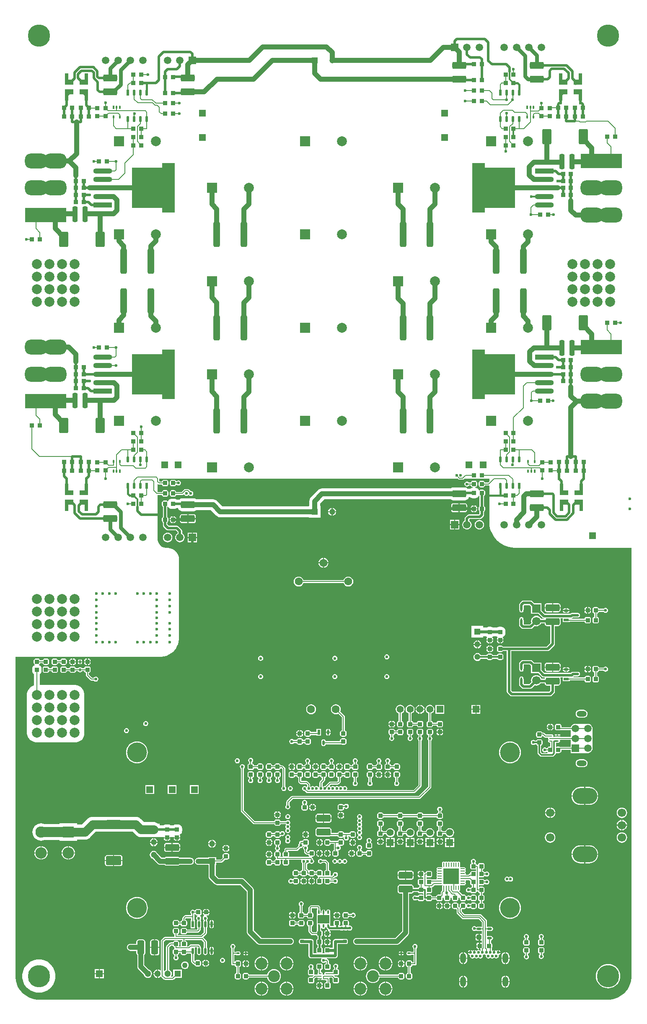
<source format=gbl>
G04 Layer_Physical_Order=8*
G04 Layer_Color=255*
%FSLAX44Y44*%
%MOMM*%
G71*
G01*
G75*
G04:AMPARAMS|DCode=19|XSize=0.9mm|YSize=0.9mm|CornerRadius=0.2295mm|HoleSize=0mm|Usage=FLASHONLY|Rotation=180.000|XOffset=0mm|YOffset=0mm|HoleType=Round|Shape=RoundedRectangle|*
%AMROUNDEDRECTD19*
21,1,0.9000,0.4410,0,0,180.0*
21,1,0.4410,0.9000,0,0,180.0*
1,1,0.4590,-0.2205,0.2205*
1,1,0.4590,0.2205,0.2205*
1,1,0.4590,0.2205,-0.2205*
1,1,0.4590,-0.2205,-0.2205*
%
%ADD19ROUNDEDRECTD19*%
%ADD21R,0.5000X1.0000*%
%ADD22O,0.5000X1.0000*%
G04:AMPARAMS|DCode=23|XSize=0.9mm|YSize=0.9mm|CornerRadius=0.2295mm|HoleSize=0mm|Usage=FLASHONLY|Rotation=270.000|XOffset=0mm|YOffset=0mm|HoleType=Round|Shape=RoundedRectangle|*
%AMROUNDEDRECTD23*
21,1,0.9000,0.4410,0,0,270.0*
21,1,0.4410,0.9000,0,0,270.0*
1,1,0.4590,-0.2205,-0.2205*
1,1,0.4590,-0.2205,0.2205*
1,1,0.4590,0.2205,0.2205*
1,1,0.4590,0.2205,-0.2205*
%
%ADD23ROUNDEDRECTD23*%
G04:AMPARAMS|DCode=26|XSize=0.8mm|YSize=0.4mm|CornerRadius=0.1mm|HoleSize=0mm|Usage=FLASHONLY|Rotation=270.000|XOffset=0mm|YOffset=0mm|HoleType=Round|Shape=RoundedRectangle|*
%AMROUNDEDRECTD26*
21,1,0.8000,0.2000,0,0,270.0*
21,1,0.6000,0.4000,0,0,270.0*
1,1,0.2000,-0.1000,-0.3000*
1,1,0.2000,-0.1000,0.3000*
1,1,0.2000,0.1000,0.3000*
1,1,0.2000,0.1000,-0.3000*
%
%ADD26ROUNDEDRECTD26*%
%ADD30C,1.0000*%
%ADD31C,0.2000*%
%ADD32C,0.5000*%
%ADD33C,0.3000*%
%ADD34C,2.0000*%
%ADD37R,1.4000X1.4000*%
%ADD38C,2.0000*%
%ADD39C,0.6000*%
%ADD40O,1.2000X2.0000*%
%ADD42O,5.0000X3.2000*%
%ADD43C,1.7000*%
%ADD44C,1.5000*%
%ADD45R,1.5000X1.5000*%
%ADD46O,2.0000X1.2000*%
%ADD47C,1.4000*%
%ADD48R,1.4000X1.4000*%
%ADD49R,1.7000X1.7000*%
%ADD50R,1.1800X1.1800*%
%ADD51C,1.1800*%
%ADD52C,1.6000*%
%ADD53C,1.2000*%
%ADD54R,1.2000X1.2000*%
%ADD55R,2.3000X2.3000*%
%ADD56C,2.3000*%
%ADD57R,1.2000X1.2000*%
%ADD58R,4.5000X3.0000*%
G04:AMPARAMS|DCode=59|XSize=3mm|YSize=4.5mm|CornerRadius=1.2mm|HoleSize=0mm|Usage=FLASHONLY|Rotation=270.000|XOffset=0mm|YOffset=0mm|HoleType=Round|Shape=RoundedRectangle|*
%AMROUNDEDRECTD59*
21,1,3.0000,2.1000,0,0,270.0*
21,1,0.6000,4.5000,0,0,270.0*
1,1,2.4000,-1.0500,-0.3000*
1,1,2.4000,-1.0500,0.3000*
1,1,2.4000,1.0500,0.3000*
1,1,2.4000,1.0500,-0.3000*
%
%ADD59ROUNDEDRECTD59*%
%ADD60R,1.3000X1.3000*%
%ADD61C,1.3000*%
%ADD62C,1.1000*%
%ADD63C,4.5000*%
%ADD64R,2.0000X2.0000*%
%ADD65C,4.0000*%
%ADD66C,0.6000*%
%ADD67C,0.4000*%
G04:AMPARAMS|DCode=68|XSize=1.4mm|YSize=2.8mm|CornerRadius=0.252mm|HoleSize=0mm|Usage=FLASHONLY|Rotation=90.000|XOffset=0mm|YOffset=0mm|HoleType=Round|Shape=RoundedRectangle|*
%AMROUNDEDRECTD68*
21,1,1.4000,2.2960,0,0,90.0*
21,1,0.8960,2.8000,0,0,90.0*
1,1,0.5040,1.1480,0.4480*
1,1,0.5040,1.1480,-0.4480*
1,1,0.5040,-1.1480,-0.4480*
1,1,0.5040,-1.1480,0.4480*
%
%ADD68ROUNDEDRECTD68*%
%ADD69R,0.4000X0.7400*%
%ADD70O,0.4000X0.7400*%
%ADD71R,2.2500X1.6500*%
%ADD72O,0.6500X0.2400*%
%ADD73R,0.6500X0.2400*%
G04:AMPARAMS|DCode=74|XSize=0.9mm|YSize=0.6mm|CornerRadius=0.15mm|HoleSize=0mm|Usage=FLASHONLY|Rotation=180.000|XOffset=0mm|YOffset=0mm|HoleType=Round|Shape=RoundedRectangle|*
%AMROUNDEDRECTD74*
21,1,0.9000,0.3000,0,0,180.0*
21,1,0.6000,0.6000,0,0,180.0*
1,1,0.3000,-0.3000,0.1500*
1,1,0.3000,0.3000,0.1500*
1,1,0.3000,0.3000,-0.1500*
1,1,0.3000,-0.3000,-0.1500*
%
%ADD74ROUNDEDRECTD74*%
G04:AMPARAMS|DCode=75|XSize=0.6mm|YSize=0.4mm|CornerRadius=0.1mm|HoleSize=0mm|Usage=FLASHONLY|Rotation=180.000|XOffset=0mm|YOffset=0mm|HoleType=Round|Shape=RoundedRectangle|*
%AMROUNDEDRECTD75*
21,1,0.6000,0.2000,0,0,180.0*
21,1,0.4000,0.4000,0,0,180.0*
1,1,0.2000,-0.2000,0.1000*
1,1,0.2000,0.2000,0.1000*
1,1,0.2000,0.2000,-0.1000*
1,1,0.2000,-0.2000,-0.1000*
%
%ADD75ROUNDEDRECTD75*%
%ADD76O,1.0000X0.5000*%
G04:AMPARAMS|DCode=77|XSize=1mm|YSize=0.95mm|CornerRadius=0.1472mm|HoleSize=0mm|Usage=FLASHONLY|Rotation=180.000|XOffset=0mm|YOffset=0mm|HoleType=Round|Shape=RoundedRectangle|*
%AMROUNDEDRECTD77*
21,1,1.0000,0.6555,0,0,180.0*
21,1,0.7055,0.9500,0,0,180.0*
1,1,0.2945,-0.3528,0.3277*
1,1,0.2945,0.3528,0.3277*
1,1,0.2945,0.3528,-0.3277*
1,1,0.2945,-0.3528,-0.3277*
%
%ADD77ROUNDEDRECTD77*%
G04:AMPARAMS|DCode=78|XSize=1.4mm|YSize=2.8mm|CornerRadius=0.252mm|HoleSize=0mm|Usage=FLASHONLY|Rotation=0.000|XOffset=0mm|YOffset=0mm|HoleType=Round|Shape=RoundedRectangle|*
%AMROUNDEDRECTD78*
21,1,1.4000,2.2960,0,0,0.0*
21,1,0.8960,2.8000,0,0,0.0*
1,1,0.5040,0.4480,-1.1480*
1,1,0.5040,-0.4480,-1.1480*
1,1,0.5040,-0.4480,1.1480*
1,1,0.5040,0.4480,1.1480*
%
%ADD78ROUNDEDRECTD78*%
%ADD79R,0.5000X1.3000*%
%ADD80O,0.5000X1.3000*%
%ADD81R,0.7500X0.7500*%
%ADD82O,0.3000X0.7500*%
%ADD83R,0.3000X0.7500*%
G04:AMPARAMS|DCode=84|XSize=1.3mm|YSize=5.1mm|CornerRadius=0.26mm|HoleSize=0mm|Usage=FLASHONLY|Rotation=0.000|XOffset=0mm|YOffset=0mm|HoleType=Round|Shape=RoundedRectangle|*
%AMROUNDEDRECTD84*
21,1,1.3000,4.5800,0,0,0.0*
21,1,0.7800,5.1000,0,0,0.0*
1,1,0.5200,0.3900,-2.2900*
1,1,0.5200,-0.3900,-2.2900*
1,1,0.5200,-0.3900,2.2900*
1,1,0.5200,0.3900,2.2900*
%
%ADD84ROUNDEDRECTD84*%
G04:AMPARAMS|DCode=85|XSize=1.8mm|YSize=3.1mm|CornerRadius=0.252mm|HoleSize=0mm|Usage=FLASHONLY|Rotation=180.000|XOffset=0mm|YOffset=0mm|HoleType=Round|Shape=RoundedRectangle|*
%AMROUNDEDRECTD85*
21,1,1.8000,2.5960,0,0,180.0*
21,1,1.2960,3.1000,0,0,180.0*
1,1,0.5040,-0.6480,1.2980*
1,1,0.5040,0.6480,1.2980*
1,1,0.5040,0.6480,-1.2980*
1,1,0.5040,-0.6480,-1.2980*
%
%ADD85ROUNDEDRECTD85*%
G04:AMPARAMS|DCode=86|XSize=1mm|YSize=1.3mm|CornerRadius=0.255mm|HoleSize=0mm|Usage=FLASHONLY|Rotation=180.000|XOffset=0mm|YOffset=0mm|HoleType=Round|Shape=RoundedRectangle|*
%AMROUNDEDRECTD86*
21,1,1.0000,0.7900,0,0,180.0*
21,1,0.4900,1.3000,0,0,180.0*
1,1,0.5100,-0.2450,0.3950*
1,1,0.5100,0.2450,0.3950*
1,1,0.5100,0.2450,-0.3950*
1,1,0.5100,-0.2450,-0.3950*
%
%ADD86ROUNDEDRECTD86*%
G04:AMPARAMS|DCode=87|XSize=2.6mm|YSize=10mm|CornerRadius=0.078mm|HoleSize=0mm|Usage=FLASHONLY|Rotation=180.000|XOffset=0mm|YOffset=0mm|HoleType=Round|Shape=RoundedRectangle|*
%AMROUNDEDRECTD87*
21,1,2.6000,9.8440,0,0,180.0*
21,1,2.4440,10.0000,0,0,180.0*
1,1,0.1560,-1.2220,4.9220*
1,1,0.1560,1.2220,4.9220*
1,1,0.1560,1.2220,-4.9220*
1,1,0.1560,-1.2220,-4.9220*
%
%ADD87ROUNDEDRECTD87*%
G04:AMPARAMS|DCode=88|XSize=8.72mm|YSize=8.17mm|CornerRadius=0.2451mm|HoleSize=0mm|Usage=FLASHONLY|Rotation=180.000|XOffset=0mm|YOffset=0mm|HoleType=Round|Shape=RoundedRectangle|*
%AMROUNDEDRECTD88*
21,1,8.7200,7.6798,0,0,180.0*
21,1,8.2298,8.1700,0,0,180.0*
1,1,0.4902,-4.1149,3.8399*
1,1,0.4902,4.1149,3.8399*
1,1,0.4902,4.1149,-3.8399*
1,1,0.4902,-4.1149,-3.8399*
%
%ADD88ROUNDEDRECTD88*%
%ADD89O,3.8000X1.1000*%
%ADD90R,3.8000X1.1000*%
%ADD91R,1.0000X0.5000*%
G04:AMPARAMS|DCode=92|XSize=0.6mm|YSize=0.4mm|CornerRadius=0.1mm|HoleSize=0mm|Usage=FLASHONLY|Rotation=90.000|XOffset=0mm|YOffset=0mm|HoleType=Round|Shape=RoundedRectangle|*
%AMROUNDEDRECTD92*
21,1,0.6000,0.2000,0,0,90.0*
21,1,0.4000,0.4000,0,0,90.0*
1,1,0.2000,0.1000,0.2000*
1,1,0.2000,0.1000,-0.2000*
1,1,0.2000,-0.1000,-0.2000*
1,1,0.2000,-0.1000,0.2000*
%
%ADD92ROUNDEDRECTD92*%
%ADD93R,0.2500X0.8500*%
%ADD94O,0.2500X0.8500*%
%ADD95O,0.8500X0.2500*%
%ADD96R,3.0500X3.0500*%
G04:AMPARAMS|DCode=97|XSize=1.8mm|YSize=3.1mm|CornerRadius=0.252mm|HoleSize=0mm|Usage=FLASHONLY|Rotation=270.000|XOffset=0mm|YOffset=0mm|HoleType=Round|Shape=RoundedRectangle|*
%AMROUNDEDRECTD97*
21,1,1.8000,2.5960,0,0,270.0*
21,1,1.2960,3.1000,0,0,270.0*
1,1,0.5040,-1.2980,-0.6480*
1,1,0.5040,-1.2980,0.6480*
1,1,0.5040,1.2980,0.6480*
1,1,0.5040,1.2980,-0.6480*
%
%ADD97ROUNDEDRECTD97*%
%ADD98C,0.8000*%
%ADD99C,1.8000*%
%ADD100C,2.4000*%
G36*
X149500Y1021500D02*
X132500D01*
Y1031500D01*
X142500D01*
Y1044500D01*
X149500D01*
Y1021500D01*
D02*
G37*
G36*
X109500Y1031500D02*
X119500D01*
Y1021500D01*
X102500D01*
Y1044500D01*
X109500D01*
Y1031500D01*
D02*
G37*
G36*
X1149500Y1021500D02*
X1132500D01*
Y1031500D01*
X1142500D01*
Y1044500D01*
X1149500D01*
Y1021500D01*
D02*
G37*
G36*
X1109500Y1031500D02*
X1119500D01*
Y1021500D01*
X1102500D01*
Y1044500D01*
X1109500D01*
Y1031500D01*
D02*
G37*
G36*
X149500Y989500D02*
X142500D01*
Y1002500D01*
X132500D01*
Y1012500D01*
X149500D01*
Y989500D01*
D02*
G37*
G36*
X119500Y1002500D02*
X109500D01*
Y989500D01*
X102500D01*
Y1012500D01*
X119500D01*
Y1002500D01*
D02*
G37*
G36*
X1149500Y989500D02*
X1142500D01*
Y1002500D01*
X1132500D01*
Y1012500D01*
X1149500D01*
Y989500D01*
D02*
G37*
G36*
X1119500Y1002500D02*
X1109500D01*
Y989500D01*
X1102500D01*
Y1012500D01*
X1119500D01*
Y1002500D01*
D02*
G37*
G36*
X960000Y1049326D02*
X957733Y1047059D01*
X951414D01*
X951251Y1047881D01*
X950302Y1049302D01*
X948881Y1050251D01*
X947205Y1050584D01*
X942795D01*
X941119Y1050251D01*
X939698Y1049302D01*
X938749Y1047881D01*
X938416Y1046205D01*
Y1041795D01*
X938749Y1040119D01*
X939698Y1038699D01*
X941119Y1037749D01*
X942795Y1037416D01*
X947205D01*
X948881Y1037749D01*
X950302Y1038699D01*
X951251Y1040119D01*
X951414Y1040941D01*
X959000D01*
X959000Y1040941D01*
X959227Y1040986D01*
X960000Y1040352D01*
X960000Y968000D01*
X960064Y965400D01*
X960574Y960224D01*
X961588Y955123D01*
X963098Y950145D01*
X965088Y945340D01*
X967540Y940753D01*
X970430Y936429D01*
X973729Y932409D01*
X977407Y928731D01*
X981427Y925431D01*
X985752Y922542D01*
X990339Y920090D01*
X995144Y918100D01*
X1000121Y916590D01*
X1005222Y915575D01*
X1010398Y915065D01*
X1012998Y915001D01*
X1247451Y915000D01*
Y50000D01*
Y46890D01*
X1246639Y40723D01*
X1245029Y34715D01*
X1242649Y28968D01*
X1239539Y23581D01*
X1235752Y18646D01*
X1231354Y14248D01*
X1226419Y10461D01*
X1221032Y7351D01*
X1215285Y4971D01*
X1209277Y3361D01*
X1203110Y2549D01*
X46890D01*
X40723Y3361D01*
X34715Y4971D01*
X28968Y7351D01*
X23581Y10461D01*
X18646Y14248D01*
X14248Y18646D01*
X10461Y23581D01*
X7351Y28968D01*
X4971Y34715D01*
X3361Y40723D01*
X2549Y46890D01*
X2549Y50000D01*
Y695000D01*
X295000Y695000D01*
X297485Y695081D01*
X302414Y695730D01*
X307215Y697016D01*
X311807Y698918D01*
X316112Y701403D01*
X320056Y704429D01*
X323571Y707944D01*
X326597Y711887D01*
X329082Y716192D01*
X330984Y720785D01*
X332270Y725586D01*
X332919Y730515D01*
X333000Y733000D01*
X333000Y892000D01*
X333000D01*
X333000Y892000D01*
X332951Y893504D01*
X332558Y896487D01*
X331779Y899393D01*
X330628Y902173D01*
X329124Y904778D01*
X327292Y907165D01*
X325165Y909292D01*
X322778Y911124D01*
X320173Y912628D01*
X317393Y913780D01*
X314487Y914558D01*
X311504Y914951D01*
X310000Y915000D01*
X308000Y915000D01*
X306227D01*
X302750Y915692D01*
X299474Y917049D01*
X296526Y919018D01*
X294018Y921526D01*
X292049Y924474D01*
X290692Y927750D01*
X290000Y931227D01*
Y933000D01*
X290000Y1021941D01*
X298586D01*
X298749Y1021119D01*
X299699Y1019698D01*
X301119Y1018749D01*
X302795Y1018416D01*
X307205D01*
X308881Y1018749D01*
X310301Y1019698D01*
X311251Y1021119D01*
X311584Y1022795D01*
Y1027205D01*
X311251Y1028881D01*
X310301Y1030302D01*
X308881Y1031251D01*
X307205Y1031584D01*
X302795D01*
X301119Y1031251D01*
X299699Y1030302D01*
X298749Y1028881D01*
X298586Y1028059D01*
X290000D01*
X290000Y1043427D01*
X291000Y1043728D01*
X291829Y1043174D01*
X293000Y1042941D01*
X298586D01*
X298749Y1042119D01*
X299699Y1040698D01*
X301119Y1039749D01*
X302795Y1039416D01*
X307205D01*
X308881Y1039749D01*
X310301Y1040698D01*
X311251Y1042119D01*
X311584Y1043795D01*
Y1048205D01*
X311251Y1049881D01*
X310301Y1051301D01*
X308881Y1052251D01*
X307205Y1052584D01*
X302795D01*
X301119Y1052251D01*
X299699Y1051301D01*
X298749Y1049881D01*
X298586Y1049059D01*
X294267D01*
X293059Y1050267D01*
Y1055000D01*
X896189Y1055000D01*
X897352Y1053837D01*
X897352Y1053837D01*
X898344Y1053174D01*
X899515Y1052941D01*
X906485D01*
X906485Y1052941D01*
X907656Y1053174D01*
X908648Y1053837D01*
X909811Y1055000D01*
X960000D01*
X960000Y1049326D01*
D02*
G37*
G36*
X109500Y1860500D02*
X119500D01*
Y1850500D01*
X102500D01*
Y1873500D01*
X109500D01*
Y1860500D01*
D02*
G37*
G36*
X1147500Y1818500D02*
X1140500D01*
Y1831500D01*
X1130500D01*
Y1841500D01*
X1147500D01*
Y1818500D01*
D02*
G37*
G36*
X149500Y1850500D02*
X132500D01*
Y1860500D01*
X142500D01*
Y1873500D01*
X149500D01*
Y1850500D01*
D02*
G37*
G36*
X1147500D02*
X1130500D01*
Y1860500D01*
X1140500D01*
Y1873500D01*
X1147500D01*
Y1850500D01*
D02*
G37*
G36*
X1107500Y1860500D02*
X1117500D01*
Y1850500D01*
X1100500D01*
Y1873500D01*
X1107500D01*
Y1860500D01*
D02*
G37*
G36*
X1117500Y1831500D02*
X1107500D01*
Y1818500D01*
X1100500D01*
Y1841500D01*
X1117500D01*
Y1831500D01*
D02*
G37*
G36*
X119500D02*
X109500D01*
Y1818500D01*
X102500D01*
Y1841500D01*
X119500D01*
Y1831500D01*
D02*
G37*
G36*
X149500Y1818500D02*
X142500D01*
Y1831500D01*
X132500D01*
Y1841500D01*
X149500D01*
Y1818500D01*
D02*
G37*
%LPC*%
G36*
X200000Y294489D02*
X188020D01*
X186256Y294138D01*
X184761Y293139D01*
X183762Y291644D01*
X183412Y289880D01*
Y284400D01*
X200000D01*
Y294489D01*
D02*
G37*
G36*
X1179989Y295000D02*
X1154000D01*
Y277913D01*
X1162000D01*
X1165529Y278260D01*
X1168922Y279290D01*
X1172049Y280961D01*
X1174790Y283211D01*
X1177039Y285951D01*
X1178710Y289078D01*
X1179740Y292471D01*
X1179989Y295000D01*
D02*
G37*
G36*
X668000Y287098D02*
X666049Y286710D01*
X664395Y285605D01*
X663569Y284368D01*
X662431D01*
X661605Y285605D01*
X659951Y286710D01*
X658000Y287098D01*
X656049Y286710D01*
X654395Y285605D01*
X653569Y284368D01*
X652431D01*
X651605Y285605D01*
X649951Y286710D01*
X648000Y287098D01*
X646049Y286710D01*
X644395Y285605D01*
X643290Y283951D01*
X642902Y282000D01*
X643290Y280049D01*
X644395Y278395D01*
X646049Y277290D01*
X648000Y276902D01*
X649951Y277290D01*
X651605Y278395D01*
X652431Y279632D01*
X653569D01*
X654395Y278395D01*
X656049Y277290D01*
X658000Y276902D01*
X659951Y277290D01*
X661605Y278395D01*
X662431Y279632D01*
X663569D01*
X664395Y278395D01*
X666049Y277290D01*
X668000Y276902D01*
X669951Y277290D01*
X671605Y278395D01*
X672710Y280049D01*
X673098Y282000D01*
X672710Y283951D01*
X671605Y285605D01*
X669951Y286710D01*
X668000Y287098D01*
D02*
G37*
G36*
X53500Y298000D02*
X41033D01*
X41195Y296353D01*
X41967Y293809D01*
X43221Y291464D01*
X44908Y289408D01*
X46964Y287721D01*
X49309Y286467D01*
X51854Y285695D01*
X53500Y285533D01*
Y298000D01*
D02*
G37*
G36*
X67967D02*
X55500D01*
Y285533D01*
X57147Y285695D01*
X59691Y286467D01*
X62036Y287721D01*
X64092Y289408D01*
X65779Y291464D01*
X67033Y293809D01*
X67805Y296353D01*
X67967Y298000D01*
D02*
G37*
G36*
X213980Y294489D02*
X202000D01*
Y284400D01*
X218589D01*
Y289880D01*
X218238Y291644D01*
X217239Y293139D01*
X215744Y294138D01*
X213980Y294489D01*
D02*
G37*
G36*
X108500Y298000D02*
X96033D01*
X96195Y296353D01*
X96967Y293809D01*
X98221Y291464D01*
X99908Y289408D01*
X101964Y287721D01*
X104309Y286467D01*
X106854Y285695D01*
X108500Y285533D01*
Y298000D01*
D02*
G37*
G36*
X1152000Y295000D02*
X1126011D01*
X1126261Y292471D01*
X1127290Y289078D01*
X1128961Y285951D01*
X1131210Y283211D01*
X1133951Y280961D01*
X1137078Y279290D01*
X1140471Y278260D01*
X1144000Y277913D01*
X1152000D01*
Y295000D01*
D02*
G37*
G36*
X218589Y282400D02*
X202000D01*
Y272311D01*
X213980D01*
X215744Y272662D01*
X217239Y273661D01*
X218238Y275156D01*
X218589Y276920D01*
Y282400D01*
D02*
G37*
G36*
X200000D02*
X183412D01*
Y276920D01*
X183762Y275156D01*
X184761Y273661D01*
X186256Y272662D01*
X188020Y272311D01*
X200000D01*
Y282400D01*
D02*
G37*
G36*
X928000Y287098D02*
X926049Y286710D01*
X924395Y285605D01*
X923290Y283951D01*
X922902Y282000D01*
X923290Y280049D01*
X923863Y279191D01*
X923884Y279116D01*
X923545Y277867D01*
X922699Y277302D01*
X921749Y275881D01*
X921416Y274205D01*
Y269795D01*
X921749Y268119D01*
X922699Y266698D01*
X924119Y265749D01*
X925795Y265416D01*
X930205D01*
X931881Y265749D01*
X932059Y265868D01*
X932941Y265397D01*
Y262603D01*
X932059Y262132D01*
X931881Y262251D01*
X930205Y262584D01*
X925795D01*
X924119Y262251D01*
X922699Y261301D01*
X921749Y259881D01*
X921416Y258205D01*
Y257059D01*
X921000D01*
X919829Y256826D01*
X918837Y256163D01*
X917733Y255059D01*
X912973D01*
X912376Y256059D01*
X912564Y257000D01*
X912311Y258268D01*
X911593Y259343D01*
Y259657D01*
X912311Y260732D01*
X912564Y262000D01*
X912311Y263268D01*
X912004Y263729D01*
X911663Y264500D01*
X912004Y265271D01*
X912311Y265732D01*
X912564Y267000D01*
X912311Y268268D01*
X911593Y269343D01*
X910518Y270061D01*
X909250Y270314D01*
X903250D01*
X901982Y270061D01*
X901381Y269660D01*
X900660Y270381D01*
X901061Y270982D01*
X901314Y272250D01*
Y278250D01*
X901061Y279518D01*
X900343Y280593D01*
X899268Y281311D01*
X898000Y281564D01*
X896732Y281311D01*
X895657Y280593D01*
X895343D01*
X894268Y281311D01*
X893000Y281564D01*
X891732Y281311D01*
X890657Y280593D01*
X890343D01*
X889268Y281311D01*
X888000Y281564D01*
X886732Y281311D01*
X885657Y280593D01*
X885343D01*
X884268Y281311D01*
X883000Y281564D01*
X881732Y281311D01*
X880657Y280593D01*
X880343D01*
X879268Y281311D01*
X878000Y281564D01*
X876732Y281311D01*
X875657Y280593D01*
X875343D01*
X874268Y281311D01*
X873000Y281564D01*
X871732Y281311D01*
X870657Y280593D01*
X870343D01*
X869268Y281311D01*
X868000Y281564D01*
X866732Y281311D01*
X865657Y280593D01*
X864939Y279518D01*
X864686Y278250D01*
Y272250D01*
X864939Y270982D01*
X865340Y270381D01*
X864619Y269660D01*
X864018Y270061D01*
X862750Y270314D01*
X856750D01*
X855482Y270061D01*
X854407Y269343D01*
X853689Y268268D01*
X853436Y267000D01*
X853689Y265732D01*
X853996Y265271D01*
X854337Y264500D01*
X853996Y263729D01*
X853689Y263268D01*
X853436Y262000D01*
X853689Y260732D01*
X854407Y259657D01*
Y259343D01*
X853689Y258268D01*
X853436Y257000D01*
X853689Y255732D01*
X853996Y255271D01*
X854337Y254500D01*
X853996Y253729D01*
X853689Y253268D01*
X853436Y252000D01*
X853689Y250732D01*
X853996Y250271D01*
X854337Y249500D01*
X853996Y248729D01*
X853689Y248268D01*
X853436Y247000D01*
X853624Y246059D01*
X853027Y245059D01*
X843464D01*
X843301Y245301D01*
X841881Y246251D01*
X840205Y246584D01*
X835795D01*
X834119Y246251D01*
X833941Y246131D01*
X833059Y246603D01*
Y249397D01*
X833941Y249869D01*
X834119Y249749D01*
X835795Y249416D01*
X840205D01*
X841881Y249749D01*
X843301Y250699D01*
X844251Y252119D01*
X844584Y253795D01*
Y258205D01*
X844251Y259881D01*
X843301Y261301D01*
X841881Y262251D01*
X840205Y262584D01*
X835795D01*
X834119Y262251D01*
X832699Y261301D01*
X831749Y259881D01*
X831586Y259059D01*
X830000D01*
X829455Y258950D01*
X828309Y259589D01*
X828251Y259881D01*
X827301Y261301D01*
X825881Y262251D01*
X824205Y262584D01*
X823000D01*
Y256000D01*
Y249416D01*
X824205D01*
X825881Y249749D01*
X826059Y249869D01*
X826941Y249397D01*
Y246603D01*
X826059Y246131D01*
X825881Y246251D01*
X824205Y246584D01*
X819795D01*
X818119Y246251D01*
X816699Y245301D01*
X815749Y243881D01*
X815416Y242205D01*
Y237795D01*
X815749Y236119D01*
X816699Y234699D01*
X818119Y233749D01*
X818941Y233586D01*
Y230414D01*
X818119Y230251D01*
X816699Y229301D01*
X815881Y228078D01*
X807088D01*
Y230480D01*
X806738Y232244D01*
X805739Y233739D01*
X804244Y234738D01*
X802480Y235089D01*
X779520D01*
X777756Y234738D01*
X776261Y233739D01*
X775262Y232244D01*
X774911Y230480D01*
Y221520D01*
X775262Y219756D01*
X776261Y218261D01*
X777756Y217262D01*
X779520Y216912D01*
X783940D01*
Y140925D01*
X770076Y127060D01*
X692000D01*
X690173Y126820D01*
X688470Y126115D01*
X687008Y124992D01*
X685885Y123530D01*
X685180Y121827D01*
X684940Y120000D01*
X685180Y118173D01*
X685885Y116470D01*
X687008Y115007D01*
X688470Y113885D01*
X690173Y113180D01*
X692000Y112940D01*
X773000D01*
X774827Y113180D01*
X776530Y113885D01*
X777992Y115007D01*
X795992Y133007D01*
X797114Y134470D01*
X797820Y136173D01*
X798060Y138000D01*
Y216912D01*
X802480D01*
X804244Y217262D01*
X805739Y218261D01*
X806738Y219756D01*
X806771Y219922D01*
X815881D01*
X816699Y218699D01*
X818119Y217749D01*
X819795Y217416D01*
X824205D01*
X825431Y217660D01*
X826431Y217006D01*
Y214994D01*
X825431Y214340D01*
X824205Y214584D01*
X819795D01*
X818119Y214251D01*
X816699Y213302D01*
X815881Y212078D01*
X812896D01*
X811951Y212710D01*
X810000Y213098D01*
X808049Y212710D01*
X806395Y211605D01*
X805290Y209951D01*
X804902Y208000D01*
X805290Y206049D01*
X806395Y204395D01*
X808049Y203290D01*
X810000Y202902D01*
X811951Y203290D01*
X812896Y203922D01*
X815881D01*
X816699Y202698D01*
X818119Y201749D01*
X819795Y201416D01*
X824205D01*
X825881Y201749D01*
X827301Y202698D01*
X828251Y204119D01*
X829358Y204559D01*
X830000Y204431D01*
X831687D01*
X831749Y204119D01*
X832699Y202698D01*
X834119Y201749D01*
X835795Y201416D01*
X840205D01*
X841881Y201749D01*
X843301Y202698D01*
X844251Y204119D01*
X844414Y204941D01*
X852586D01*
X852749Y204119D01*
X853699Y202698D01*
X855119Y201749D01*
X856795Y201416D01*
X861205D01*
X862881Y201749D01*
X864302Y202698D01*
X865251Y204119D01*
X865584Y205795D01*
Y208000D01*
X868416D01*
Y205795D01*
X868749Y204119D01*
X869698Y202698D01*
X871119Y201749D01*
X872795Y201416D01*
X877205D01*
X878881Y201749D01*
X880302Y202698D01*
X881251Y204119D01*
X881584Y205795D01*
Y208000D01*
X884416D01*
Y205795D01*
X884749Y204119D01*
X885698Y202698D01*
X887119Y201749D01*
X888795Y201416D01*
X893205D01*
X894881Y201749D01*
X896301Y202698D01*
X897251Y204119D01*
X897584Y205795D01*
Y208000D01*
X900416D01*
Y205795D01*
X900749Y204119D01*
X901699Y202698D01*
X903119Y201749D01*
X904795Y201416D01*
X909205D01*
X910881Y201749D01*
X912301Y202698D01*
X913251Y204119D01*
X913301Y204370D01*
X914281Y204565D01*
X914395Y204395D01*
X916049Y203290D01*
X918000Y202902D01*
X919951Y203290D01*
X920809Y203863D01*
X920884Y203884D01*
X922133Y203545D01*
X922699Y202698D01*
X924119Y201749D01*
X925795Y201416D01*
X930205D01*
X931881Y201749D01*
X933301Y202698D01*
X934251Y204119D01*
X934584Y205795D01*
Y210205D01*
X934251Y211881D01*
X933301Y213302D01*
X931881Y214251D01*
X930205Y214584D01*
X925795D01*
X924119Y214251D01*
X922699Y213302D01*
X922133Y212455D01*
X920884Y212116D01*
X920809Y212137D01*
X919951Y212710D01*
X918000Y213098D01*
X916049Y212710D01*
X914395Y211605D01*
X914281Y211435D01*
X913301Y211630D01*
X913251Y211881D01*
X912301Y213302D01*
X910881Y214251D01*
X909205Y214584D01*
X905742D01*
X898826Y221500D01*
X899240Y222500D01*
X901250D01*
Y233316D01*
X902250Y233885D01*
X903250Y233686D01*
X909250D01*
X910518Y233939D01*
X911593Y234657D01*
X912311Y235732D01*
X912564Y237000D01*
X912311Y238268D01*
X912004Y238729D01*
X911663Y239500D01*
X912004Y240271D01*
X912311Y240732D01*
X912564Y242000D01*
X912376Y242941D01*
X912973Y243941D01*
X919733D01*
X921425Y242250D01*
X921416Y242205D01*
Y237795D01*
X921749Y236119D01*
X922699Y234699D01*
X924119Y233749D01*
X924941Y233586D01*
Y230414D01*
X924119Y230251D01*
X922699Y229301D01*
X922133Y228455D01*
X920884Y228116D01*
X920809Y228137D01*
X919951Y228710D01*
X918000Y229098D01*
X916049Y228710D01*
X914395Y227605D01*
X913290Y225951D01*
X912902Y224000D01*
X913290Y222049D01*
X914395Y220395D01*
X916049Y219290D01*
X918000Y218902D01*
X919951Y219290D01*
X920809Y219863D01*
X920884Y219884D01*
X922133Y219545D01*
X922699Y218699D01*
X924119Y217749D01*
X925795Y217416D01*
X930205D01*
X931881Y217749D01*
X933301Y218699D01*
X934251Y220119D01*
X934309Y220411D01*
X935455Y221050D01*
X936000Y220941D01*
X937586D01*
X937749Y220119D01*
X938699Y218699D01*
X940119Y217749D01*
X940941Y217586D01*
Y214414D01*
X940119Y214251D01*
X938699Y213302D01*
X937749Y211881D01*
X937416Y210205D01*
Y205795D01*
X937749Y204119D01*
X938699Y202698D01*
X940119Y201749D01*
X940941Y201586D01*
Y198414D01*
X940119Y198251D01*
X938699Y197302D01*
X937749Y195881D01*
X937416Y194205D01*
Y189795D01*
X937749Y188119D01*
X938699Y186698D01*
X940119Y185749D01*
X941795Y185416D01*
X946205D01*
X947881Y185749D01*
X949302Y186698D01*
X950251Y188119D01*
X950584Y189795D01*
Y194205D01*
X950251Y195881D01*
X949302Y197302D01*
X947881Y198251D01*
X947059Y198414D01*
Y201586D01*
X947881Y201749D01*
X949302Y202698D01*
X950251Y204119D01*
X950584Y205795D01*
Y210205D01*
X950251Y211881D01*
X949302Y213302D01*
X947881Y214251D01*
X947059Y214414D01*
Y217586D01*
X947881Y217749D01*
X949302Y218699D01*
X950251Y220119D01*
X950584Y221795D01*
Y226205D01*
X950251Y227881D01*
X949302Y229301D01*
X947881Y230251D01*
X946205Y230584D01*
X941795D01*
X940119Y230251D01*
X939941Y230131D01*
X939059Y230603D01*
Y233397D01*
X939941Y233869D01*
X940119Y233749D01*
X941795Y233416D01*
X946205D01*
X947881Y233749D01*
X949302Y234699D01*
X950251Y236119D01*
X950280Y236265D01*
X951341Y236476D01*
X951395Y236395D01*
X953049Y235290D01*
X955000Y234902D01*
X956951Y235290D01*
X958605Y236395D01*
X959710Y238049D01*
X960098Y240000D01*
X959710Y241951D01*
X958605Y243605D01*
X956951Y244710D01*
X955000Y245098D01*
X953049Y244710D01*
X951395Y243605D01*
X951341Y243524D01*
X950280Y243735D01*
X950251Y243881D01*
X949302Y245301D01*
X947881Y246251D01*
X946205Y246584D01*
X941795D01*
X940119Y246251D01*
X939941Y246131D01*
X939059Y246603D01*
Y249397D01*
X939941Y249869D01*
X940119Y249749D01*
X941795Y249416D01*
X946205D01*
X947881Y249749D01*
X949302Y250699D01*
X950251Y252119D01*
X950280Y252265D01*
X951341Y252476D01*
X951395Y252395D01*
X953049Y251290D01*
X955000Y250902D01*
X956951Y251290D01*
X958605Y252395D01*
X959710Y254049D01*
X960098Y256000D01*
X959710Y257951D01*
X958605Y259605D01*
X956951Y260710D01*
X955000Y261098D01*
X953049Y260710D01*
X951395Y259605D01*
X951341Y259524D01*
X950280Y259735D01*
X950251Y259881D01*
X949302Y261301D01*
X947881Y262251D01*
X947059Y262414D01*
Y265586D01*
X947881Y265749D01*
X949302Y266698D01*
X950251Y268119D01*
X950584Y269795D01*
Y274205D01*
X950251Y275881D01*
X949302Y277302D01*
X947881Y278251D01*
X946205Y278584D01*
X941795D01*
X940119Y278251D01*
X938699Y277302D01*
X937749Y275881D01*
X937691Y275589D01*
X936545Y274950D01*
X936000Y275059D01*
X934414D01*
X934251Y275881D01*
X933301Y277302D01*
X932455Y277867D01*
X932116Y279116D01*
X932137Y279191D01*
X932710Y280049D01*
X933098Y282000D01*
X932710Y283951D01*
X931605Y285605D01*
X929951Y286710D01*
X928000Y287098D01*
D02*
G37*
G36*
X282000Y302968D02*
X279938Y302697D01*
X278016Y301901D01*
X276366Y300634D01*
X275099Y298984D01*
X274303Y297062D01*
X274032Y295000D01*
X274303Y292938D01*
X275099Y291016D01*
X276366Y289366D01*
X278016Y288099D01*
X279552Y287463D01*
X290007Y277008D01*
X291470Y275886D01*
X293173Y275180D01*
X295000Y274940D01*
X303808D01*
X304261Y274261D01*
X305756Y273262D01*
X307520Y272911D01*
X330480D01*
X332244Y273262D01*
X333739Y274261D01*
X334192Y274940D01*
X356000D01*
X357827Y275180D01*
X358573Y275489D01*
X359881Y275749D01*
X361301Y276698D01*
X362251Y278119D01*
X362511Y279427D01*
X362820Y280173D01*
X363060Y282000D01*
X362820Y283827D01*
X362511Y284573D01*
X362251Y285881D01*
X361301Y287302D01*
X359881Y288251D01*
X358573Y288511D01*
X357827Y288820D01*
X356000Y289060D01*
X334192D01*
X333739Y289739D01*
X332244Y290738D01*
X330480Y291089D01*
X307520D01*
X305756Y290738D01*
X304261Y289739D01*
X303808Y289060D01*
X297924D01*
X289537Y297448D01*
X288901Y298984D01*
X287634Y300634D01*
X285984Y301901D01*
X284062Y302697D01*
X282000Y302968D01*
D02*
G37*
G36*
X790000Y263088D02*
X779520D01*
X777756Y262738D01*
X776261Y261739D01*
X775262Y260244D01*
X774911Y258480D01*
Y255000D01*
X790000D01*
Y263088D01*
D02*
G37*
G36*
X802480D02*
X792000D01*
Y255000D01*
X807088D01*
Y258480D01*
X806738Y260244D01*
X805739Y261739D01*
X804244Y262738D01*
X802480Y263088D01*
D02*
G37*
G36*
X821000Y262584D02*
X819795D01*
X818119Y262251D01*
X816699Y261301D01*
X815749Y259881D01*
X815416Y258205D01*
Y257000D01*
X821000D01*
Y262584D01*
D02*
G37*
G36*
X122967Y298000D02*
X110500D01*
Y285533D01*
X112147Y285695D01*
X114691Y286467D01*
X117037Y287721D01*
X119092Y289408D01*
X120779Y291464D01*
X122033Y293809D01*
X122805Y296353D01*
X122967Y298000D01*
D02*
G37*
G36*
X688584Y297000D02*
X683000D01*
Y291416D01*
X684205D01*
X685881Y291749D01*
X687301Y292698D01*
X688251Y294119D01*
X688584Y295795D01*
Y297000D01*
D02*
G37*
G36*
X681000D02*
X675416D01*
Y295795D01*
X675749Y294119D01*
X676699Y292698D01*
X678119Y291749D01*
X679795Y291416D01*
X681000D01*
Y297000D01*
D02*
G37*
G36*
X635205Y326584D02*
X630795D01*
X629119Y326251D01*
X627699Y325302D01*
X626749Y323881D01*
X626416Y322205D01*
Y317795D01*
X626749Y316119D01*
X627699Y314699D01*
X629119Y313749D01*
X630795Y313416D01*
X635205D01*
X636881Y313749D01*
X638302Y314699D01*
X639251Y316119D01*
X639414Y316941D01*
X645941D01*
Y304414D01*
X645119Y304251D01*
X643699Y303302D01*
X642749Y301881D01*
X642416Y300205D01*
Y295795D01*
X642749Y294119D01*
X643699Y292698D01*
X645119Y291749D01*
X646795Y291416D01*
X651205D01*
X652881Y291749D01*
X654302Y292698D01*
X655251Y294119D01*
X655584Y295795D01*
Y300205D01*
X655251Y301881D01*
X654517Y302978D01*
X654874Y303660D01*
X655051Y303912D01*
X656951Y304290D01*
X658605Y305395D01*
X659710Y307049D01*
X660098Y309000D01*
X659710Y310951D01*
X658731Y312416D01*
X658952Y313099D01*
X659174Y313416D01*
X662205D01*
X663881Y313749D01*
X665302Y314699D01*
X666251Y316119D01*
X666584Y317795D01*
Y322205D01*
X666251Y323881D01*
X665302Y325302D01*
X663881Y326251D01*
X662205Y326584D01*
X657795D01*
X656119Y326251D01*
X654698Y325302D01*
X653749Y323881D01*
X653586Y323059D01*
X639414D01*
X639251Y323881D01*
X638302Y325302D01*
X636881Y326251D01*
X635205Y326584D01*
D02*
G37*
G36*
X698000Y315098D02*
X696049Y314710D01*
X694395Y313605D01*
X693290Y311951D01*
X692902Y310000D01*
X693290Y308049D01*
X694395Y306395D01*
X694941Y306030D01*
Y304414D01*
X694119Y304251D01*
X692699Y303302D01*
X691749Y301881D01*
X691416Y300205D01*
Y295795D01*
X691749Y294119D01*
X692699Y292698D01*
X694119Y291749D01*
X695795Y291416D01*
X700205D01*
X701881Y291749D01*
X703301Y292698D01*
X704251Y294119D01*
X704414Y294941D01*
X710586D01*
X710749Y294119D01*
X711699Y292698D01*
X713119Y291749D01*
X714795Y291416D01*
X719205D01*
X720881Y291749D01*
X722301Y292698D01*
X723251Y294119D01*
X723584Y295795D01*
Y300205D01*
X723251Y301881D01*
X722301Y303302D01*
X720881Y304251D01*
X719205Y304584D01*
X714795D01*
X713119Y304251D01*
X711699Y303302D01*
X710749Y301881D01*
X710586Y301059D01*
X704414D01*
X704251Y301881D01*
X703301Y303302D01*
X701881Y304251D01*
X701059Y304414D01*
Y306030D01*
X701605Y306395D01*
X702710Y308049D01*
X703098Y310000D01*
X702710Y311951D01*
X701605Y313605D01*
X699951Y314710D01*
X698000Y315098D01*
D02*
G37*
G36*
X514000Y302584D02*
X512795D01*
X511119Y302251D01*
X509698Y301301D01*
X508749Y299881D01*
X508416Y298205D01*
Y297000D01*
X514000D01*
Y302584D01*
D02*
G37*
G36*
X1162000Y314087D02*
X1154000D01*
Y297000D01*
X1179989D01*
X1179740Y299529D01*
X1178710Y302922D01*
X1177039Y306049D01*
X1174790Y308790D01*
X1172049Y311039D01*
X1168922Y312710D01*
X1165529Y313739D01*
X1162000Y314087D01*
D02*
G37*
G36*
X1152000D02*
X1144000D01*
X1140471Y313739D01*
X1137078Y312710D01*
X1133951Y311039D01*
X1131210Y308790D01*
X1128961Y306049D01*
X1127290Y302922D01*
X1126261Y299529D01*
X1126011Y297000D01*
X1152000D01*
Y314087D01*
D02*
G37*
G36*
X639584Y297000D02*
X634000D01*
Y291416D01*
X635205D01*
X636881Y291749D01*
X638302Y292698D01*
X639251Y294119D01*
X639584Y295795D01*
Y297000D01*
D02*
G37*
G36*
X521584Y295000D02*
X516000D01*
Y289416D01*
X517205D01*
X518881Y289749D01*
X520302Y290699D01*
X521251Y292119D01*
X521584Y293795D01*
Y295000D01*
D02*
G37*
G36*
X514000D02*
X508416D01*
Y293795D01*
X508749Y292119D01*
X509698Y290699D01*
X511119Y289749D01*
X512795Y289416D01*
X514000D01*
Y295000D01*
D02*
G37*
G36*
X430205Y298584D02*
X425795D01*
X424119Y298251D01*
X422699Y297302D01*
X421749Y295881D01*
X421416Y294205D01*
Y289795D01*
X421425Y289750D01*
X417233Y285559D01*
X408000D01*
Y290500D01*
X392000D01*
Y289060D01*
X372000D01*
X370173Y288820D01*
X369427Y288511D01*
X368119Y288251D01*
X366698Y287302D01*
X365749Y285881D01*
X365489Y284573D01*
X365180Y283827D01*
X364940Y282000D01*
X365180Y280173D01*
X365489Y279427D01*
X365749Y278119D01*
X366698Y276698D01*
X368119Y275749D01*
X369427Y275489D01*
X370173Y275180D01*
X372000Y274940D01*
X392000D01*
Y274500D01*
X392940D01*
Y251000D01*
X393180Y249173D01*
X393885Y247470D01*
X395008Y246008D01*
X405008Y236008D01*
X406470Y234886D01*
X408173Y234180D01*
X410000Y233940D01*
X457076D01*
X469998Y221017D01*
Y139615D01*
X470239Y137788D01*
X470944Y136085D01*
X472066Y134623D01*
X491682Y115007D01*
X493144Y113885D01*
X494847Y113180D01*
X496674Y112940D01*
X558000D01*
X559827Y113180D01*
X561530Y113885D01*
X562992Y115007D01*
X564114Y116470D01*
X564820Y118173D01*
X565060Y120000D01*
X564820Y121827D01*
X564114Y123530D01*
X562992Y124992D01*
X561530Y126115D01*
X559827Y126820D01*
X558000Y127060D01*
X499599D01*
X484119Y142540D01*
Y223941D01*
X483879Y225769D01*
X483173Y227471D01*
X482051Y228934D01*
X464992Y245992D01*
X463530Y247115D01*
X461827Y247820D01*
X460000Y248060D01*
X412924D01*
X407060Y253925D01*
Y274500D01*
X408000D01*
Y279441D01*
X418500D01*
X418500Y279441D01*
X419671Y279674D01*
X420663Y280337D01*
X425751Y285425D01*
X425795Y285416D01*
X430205D01*
X431881Y285749D01*
X433302Y286698D01*
X434251Y288119D01*
X434584Y289795D01*
Y294205D01*
X434251Y295881D01*
X433302Y297302D01*
X431881Y298251D01*
X430205Y298584D01*
D02*
G37*
G36*
X591205Y326584D02*
X586795D01*
X585119Y326251D01*
X583699Y325302D01*
X582749Y323881D01*
X582586Y323059D01*
X579000D01*
X577830Y322826D01*
X576837Y322163D01*
X576174Y321171D01*
X575941Y320000D01*
Y317970D01*
X575395Y317605D01*
X574290Y315951D01*
X573902Y314000D01*
X574030Y313356D01*
X569733Y309059D01*
X549000D01*
X547830Y308826D01*
X546837Y308163D01*
X546174Y307171D01*
X545941Y306000D01*
Y302414D01*
X545119Y302251D01*
X543699Y301301D01*
X542749Y299881D01*
X542416Y298205D01*
Y293795D01*
X542749Y292119D01*
X542868Y291941D01*
X542397Y291059D01*
X538603D01*
X538131Y291941D01*
X538251Y292119D01*
X538584Y293795D01*
Y298205D01*
X538251Y299881D01*
X537301Y301301D01*
X535881Y302251D01*
X534582Y302509D01*
X534346Y303554D01*
X535605Y304395D01*
X536710Y306049D01*
X537098Y308000D01*
X536710Y309951D01*
X535605Y311605D01*
X535059Y311970D01*
Y313586D01*
X535881Y313749D01*
X537301Y314699D01*
X538251Y316119D01*
X538584Y317795D01*
Y322205D01*
X538251Y323881D01*
X537301Y325302D01*
X535881Y326251D01*
X534205Y326584D01*
X529795D01*
X528119Y326251D01*
X526698Y325302D01*
X525749Y323881D01*
X525416Y322205D01*
Y317795D01*
X525749Y316119D01*
X526698Y314699D01*
X528119Y313749D01*
X528941Y313586D01*
Y311970D01*
X528395Y311605D01*
X527290Y309951D01*
X526902Y308000D01*
X527290Y306049D01*
X528395Y304395D01*
X529654Y303554D01*
X529418Y302509D01*
X528119Y302251D01*
X526698Y301301D01*
X525749Y299881D01*
X525416Y298205D01*
Y293795D01*
X525749Y292119D01*
X526698Y290699D01*
X528119Y289749D01*
X528941Y289586D01*
Y288000D01*
X529050Y287456D01*
X528411Y286309D01*
X528119Y286251D01*
X526698Y285301D01*
X525749Y283881D01*
X525586Y283059D01*
X521414D01*
X521251Y283881D01*
X520302Y285301D01*
X518881Y286251D01*
X517205Y286584D01*
X512795D01*
X511119Y286251D01*
X509698Y285301D01*
X508749Y283881D01*
X508416Y282205D01*
Y277795D01*
X508749Y276119D01*
X509698Y274699D01*
X511119Y273749D01*
X512795Y273416D01*
X517205D01*
X518881Y273749D01*
X520302Y274699D01*
X521251Y276119D01*
X521414Y276941D01*
X525586D01*
X525749Y276119D01*
X526698Y274699D01*
X528119Y273749D01*
X529795Y273416D01*
X534205D01*
X535881Y273749D01*
X537301Y274699D01*
X538251Y276119D01*
X538584Y277795D01*
Y282205D01*
X538251Y283881D01*
X538131Y284059D01*
X538603Y284941D01*
X542397D01*
X542868Y284059D01*
X542749Y283881D01*
X542416Y282205D01*
Y277795D01*
X542749Y276119D01*
X543699Y274699D01*
X545119Y273749D01*
X546795Y273416D01*
X551205D01*
X552881Y273749D01*
X554301Y274699D01*
X555251Y276119D01*
X555584Y277795D01*
Y282205D01*
X555251Y283881D01*
X555131Y284059D01*
X555603Y284941D01*
X579891D01*
X580363Y284059D01*
X580290Y283951D01*
X579902Y282000D01*
X580290Y280049D01*
X581395Y278395D01*
X581941Y278030D01*
Y264414D01*
X581119Y264251D01*
X579698Y263302D01*
X578749Y261881D01*
X578586Y261059D01*
X575414D01*
X575251Y261881D01*
X574301Y263302D01*
X572881Y264251D01*
X571205Y264584D01*
X566795D01*
X565119Y264251D01*
X563699Y263302D01*
X562749Y261881D01*
X562416Y260205D01*
Y255795D01*
X562749Y254119D01*
X563699Y252698D01*
X565119Y251749D01*
X566795Y251416D01*
X571205D01*
X572881Y251749D01*
X574301Y252698D01*
X575251Y254119D01*
X575414Y254941D01*
X578586D01*
X578749Y254119D01*
X579698Y252698D01*
X581119Y251749D01*
X582795Y251416D01*
X587205D01*
X588881Y251749D01*
X590302Y252698D01*
X591251Y254119D01*
X591456Y255149D01*
X592500Y254941D01*
X594586D01*
X594749Y254119D01*
X595699Y252698D01*
X597119Y251749D01*
X598795Y251416D01*
X603205D01*
X604881Y251749D01*
X606301Y252698D01*
X607251Y254119D01*
X607414Y254941D01*
X610586D01*
X610749Y254119D01*
X611698Y252698D01*
X613119Y251749D01*
X613411Y251691D01*
X614050Y250545D01*
X613941Y250000D01*
Y248414D01*
X613119Y248251D01*
X611698Y247302D01*
X610749Y245881D01*
X610416Y244205D01*
Y239795D01*
X610749Y238119D01*
X611698Y236698D01*
X613119Y235749D01*
X614795Y235416D01*
X619205D01*
X620881Y235749D01*
X622301Y236698D01*
X623251Y238119D01*
X623584Y239795D01*
Y244205D01*
X623251Y245881D01*
X623131Y246059D01*
X623603Y246941D01*
X626397D01*
X626869Y246059D01*
X626749Y245881D01*
X626416Y244205D01*
Y239795D01*
X626749Y238119D01*
X627699Y236698D01*
X629119Y235749D01*
X630795Y235416D01*
X635205D01*
X636881Y235749D01*
X638302Y236698D01*
X639251Y238119D01*
X639414Y238941D01*
X645030D01*
X645395Y238395D01*
X647049Y237290D01*
X649000Y236902D01*
X650951Y237290D01*
X652605Y238395D01*
X653710Y240049D01*
X654098Y242000D01*
X653710Y243951D01*
X652605Y245605D01*
X650951Y246710D01*
X649000Y247098D01*
X647049Y246710D01*
X645395Y245605D01*
X645030Y245059D01*
X639414D01*
X639251Y245881D01*
X639132Y246059D01*
X639603Y246941D01*
X644000D01*
X644000Y246941D01*
X645171Y247174D01*
X646163Y247837D01*
X648356Y250030D01*
X649000Y249902D01*
X650951Y250290D01*
X652605Y251395D01*
X653710Y253049D01*
X654098Y255000D01*
X653710Y256951D01*
X652605Y258605D01*
X650951Y259710D01*
X649000Y260098D01*
X647049Y259710D01*
X645395Y258605D01*
X644290Y256951D01*
X643902Y255000D01*
X644030Y254356D01*
X642733Y253059D01*
X639603D01*
X639132Y253941D01*
X639251Y254119D01*
X639584Y255795D01*
Y260205D01*
X639251Y261881D01*
X638302Y263302D01*
X636881Y264251D01*
X636059Y264414D01*
Y278000D01*
X635826Y279171D01*
X635163Y280163D01*
X635163Y280163D01*
X631163Y284163D01*
X630171Y284826D01*
X629000Y285059D01*
X629000Y285059D01*
X622970D01*
X622605Y285605D01*
X620951Y286710D01*
X619000Y287098D01*
X617049Y286710D01*
X615395Y285605D01*
X614290Y283951D01*
X613902Y282000D01*
X614290Y280049D01*
X615395Y278395D01*
X617049Y277290D01*
X619000Y276902D01*
X620951Y277290D01*
X622605Y278395D01*
X622970Y278941D01*
X627733D01*
X629941Y276733D01*
Y264414D01*
X629119Y264251D01*
X627699Y263302D01*
X626749Y261881D01*
X626416Y260205D01*
Y255795D01*
X626749Y254119D01*
X626869Y253941D01*
X626397Y253059D01*
X623603D01*
X623131Y253941D01*
X623251Y254119D01*
X623584Y255795D01*
Y260205D01*
X623251Y261881D01*
X622301Y263302D01*
X620881Y264251D01*
X619205Y264584D01*
X614795D01*
X613119Y264251D01*
X611698Y263302D01*
X610749Y261881D01*
X610586Y261059D01*
X607414D01*
X607251Y261881D01*
X606301Y263302D01*
X604881Y264251D01*
X603205Y264584D01*
X598795D01*
X597119Y264251D01*
X596317Y263715D01*
X596161Y263692D01*
X595046Y263988D01*
X594663Y264561D01*
X592059Y267165D01*
Y276248D01*
X592761Y276950D01*
X593000Y276902D01*
X594951Y277290D01*
X596320Y278205D01*
X597000Y278325D01*
X597680Y278205D01*
X599049Y277290D01*
X601000Y276902D01*
X602951Y277290D01*
X604605Y278395D01*
X605710Y280049D01*
X606098Y282000D01*
X605710Y283951D01*
X604605Y285605D01*
X604059Y285970D01*
Y286000D01*
X603826Y287171D01*
X603163Y288163D01*
X601163Y290163D01*
X600784Y290416D01*
X601088Y291416D01*
X603205D01*
X604881Y291749D01*
X606301Y292698D01*
X607251Y294119D01*
X607584Y295795D01*
Y300205D01*
X607251Y301881D01*
X606301Y303302D01*
X604881Y304251D01*
X603205Y304584D01*
X598795D01*
X597119Y304251D01*
X595699Y303302D01*
X594749Y301881D01*
X594586Y301059D01*
X593267D01*
X592059Y302267D01*
Y305030D01*
X592605Y305395D01*
X593710Y307049D01*
X594098Y309000D01*
X593710Y310951D01*
X592605Y312605D01*
X592435Y312719D01*
X592630Y313699D01*
X592881Y313749D01*
X594301Y314699D01*
X595251Y316119D01*
X595584Y317795D01*
Y322205D01*
X595251Y323881D01*
X594301Y325302D01*
X592881Y326251D01*
X591205Y326584D01*
D02*
G37*
G36*
X632000Y297000D02*
X626416D01*
Y295795D01*
X626749Y294119D01*
X627699Y292698D01*
X629119Y291749D01*
X630795Y291416D01*
X632000D01*
Y297000D01*
D02*
G37*
G36*
X623584D02*
X618000D01*
Y291416D01*
X619205D01*
X620881Y291749D01*
X622301Y292698D01*
X623251Y294119D01*
X623584Y295795D01*
Y297000D01*
D02*
G37*
G36*
X616000D02*
X610416D01*
Y295795D01*
X610749Y294119D01*
X611698Y292698D01*
X613119Y291749D01*
X614795Y291416D01*
X616000D01*
Y297000D01*
D02*
G37*
G36*
X865584Y191000D02*
X860000D01*
Y185416D01*
X861205D01*
X862881Y185749D01*
X864302Y186698D01*
X865251Y188119D01*
X865584Y189795D01*
Y191000D01*
D02*
G37*
G36*
X858000D02*
X852416D01*
Y189795D01*
X852749Y188119D01*
X853699Y186698D01*
X855119Y185749D01*
X856795Y185416D01*
X858000D01*
Y191000D01*
D02*
G37*
G36*
X374205Y185584D02*
X369795D01*
X368119Y185251D01*
X366698Y184301D01*
X365749Y182881D01*
X365709Y182678D01*
X364647Y182467D01*
X364555Y182605D01*
X362901Y183710D01*
X360950Y184098D01*
X358999Y183710D01*
X357345Y182605D01*
X356240Y180951D01*
X355852Y179000D01*
X356240Y177049D01*
X357345Y175395D01*
X357891Y175030D01*
Y173059D01*
X346000D01*
X346000Y173059D01*
X344829Y172826D01*
X343837Y172163D01*
X343837Y172163D01*
X340837Y169163D01*
X340174Y168171D01*
X339941Y167000D01*
X339941Y167000D01*
Y163414D01*
X339119Y163251D01*
X337699Y162302D01*
X336749Y160881D01*
X336586Y160059D01*
X333414D01*
X333251Y160881D01*
X332301Y162302D01*
X330881Y163251D01*
X329205Y163584D01*
X324795D01*
X323119Y163251D01*
X321698Y162302D01*
X320749Y160881D01*
X320416Y159205D01*
Y154795D01*
X320749Y153119D01*
X321698Y151699D01*
X323119Y150749D01*
X324795Y150416D01*
X329205D01*
X330881Y150749D01*
X332301Y151699D01*
X333251Y153119D01*
X333414Y153941D01*
X336586D01*
X336749Y153119D01*
X337699Y151699D01*
X339119Y150749D01*
X340795Y150416D01*
X345205D01*
X346881Y150749D01*
X348302Y151699D01*
X349251Y153119D01*
X349584Y154795D01*
Y159205D01*
X349251Y160881D01*
X348302Y162302D01*
X346881Y163251D01*
X346059Y163414D01*
Y165733D01*
X347267Y166941D01*
X357891D01*
Y163500D01*
X356450D01*
Y146500D01*
X365450D01*
Y163500D01*
X364009D01*
Y174849D01*
X364800Y175489D01*
X365725Y175241D01*
X365749Y175119D01*
X366698Y173699D01*
X368119Y172749D01*
X369795Y172416D01*
X370306D01*
X370609Y171416D01*
X369395Y170605D01*
X368290Y168951D01*
X367902Y167000D01*
X368290Y165049D01*
X369395Y163395D01*
X369862Y163083D01*
X370406Y162244D01*
X369411Y160756D01*
X369062Y159000D01*
Y151000D01*
X369411Y149244D01*
X370406Y147756D01*
X370591Y147632D01*
Y144917D01*
X369733Y144059D01*
X349414D01*
X349251Y144881D01*
X348302Y146301D01*
X346881Y147251D01*
X345205Y147584D01*
X340795D01*
X339119Y147251D01*
X337699Y146301D01*
X336749Y144881D01*
X336416Y143205D01*
Y138795D01*
X336749Y137119D01*
X337699Y135698D01*
X339119Y134749D01*
X340795Y134416D01*
X345205D01*
X346881Y134749D01*
X348302Y135698D01*
X349251Y137119D01*
X349414Y137941D01*
X371000D01*
X371000Y137941D01*
X372170Y138174D01*
X373163Y138837D01*
X375813Y141487D01*
X376476Y142479D01*
X376709Y143650D01*
Y147632D01*
X376894Y147756D01*
X377889Y149244D01*
X378238Y151000D01*
Y159000D01*
X377889Y160756D01*
X376894Y162244D01*
X376709Y162368D01*
Y163551D01*
X377710Y165049D01*
X378098Y167000D01*
X377710Y168951D01*
X376605Y170605D01*
X375141Y171583D01*
X375164Y172368D01*
X375247Y172623D01*
X375881Y172749D01*
X377301Y173699D01*
X378251Y175119D01*
X378584Y176795D01*
Y181205D01*
X378251Y182881D01*
X377301Y184301D01*
X375881Y185251D01*
X374205Y185584D01*
D02*
G37*
G36*
X874000Y191000D02*
X868416D01*
Y189795D01*
X868749Y188119D01*
X869698Y186698D01*
X871119Y185749D01*
X872795Y185416D01*
X874000D01*
Y191000D01*
D02*
G37*
G36*
X877205Y198584D02*
X876000D01*
Y193000D01*
X881584D01*
Y194205D01*
X881251Y195881D01*
X880302Y197302D01*
X878881Y198251D01*
X877205Y198584D01*
D02*
G37*
G36*
X874000D02*
X872795D01*
X871119Y198251D01*
X869698Y197302D01*
X868749Y195881D01*
X868416Y194205D01*
Y193000D01*
X874000D01*
Y198584D01*
D02*
G37*
G36*
X881584Y191000D02*
X876000D01*
Y185416D01*
X877205D01*
X878881Y185749D01*
X880302Y186698D01*
X881251Y188119D01*
X881584Y189795D01*
Y191000D01*
D02*
G37*
G36*
X390205Y185584D02*
X389000D01*
Y180000D01*
X394584D01*
Y181205D01*
X394251Y182881D01*
X393302Y184301D01*
X391881Y185251D01*
X390205Y185584D01*
D02*
G37*
G36*
X561000Y179584D02*
X559795D01*
X558119Y179251D01*
X556698Y178302D01*
X555749Y176881D01*
X555416Y175205D01*
Y174000D01*
X561000D01*
Y179584D01*
D02*
G37*
G36*
X672205D02*
X667795D01*
X666119Y179251D01*
X664698Y178302D01*
X663749Y176881D01*
X663416Y175205D01*
Y170795D01*
X663749Y169119D01*
X664698Y167698D01*
X666119Y166749D01*
X667795Y166416D01*
X672205D01*
X673881Y166749D01*
X675302Y167698D01*
X676251Y169119D01*
X676414Y169941D01*
X681030D01*
X681395Y169395D01*
X683049Y168290D01*
X685000Y167902D01*
X686951Y168290D01*
X688605Y169395D01*
X689710Y171049D01*
X690098Y173000D01*
X689710Y174951D01*
X688605Y176605D01*
X686951Y177710D01*
X685000Y178098D01*
X683049Y177710D01*
X681395Y176605D01*
X681030Y176059D01*
X676414D01*
X676251Y176881D01*
X675302Y178302D01*
X673881Y179251D01*
X672205Y179584D01*
D02*
G37*
G36*
X658584Y172000D02*
X653000D01*
Y166416D01*
X654205D01*
X655881Y166749D01*
X657301Y167698D01*
X658251Y169119D01*
X658584Y170795D01*
Y172000D01*
D02*
G37*
G36*
X564205Y179584D02*
X563000D01*
Y174000D01*
X568584D01*
Y175205D01*
X568251Y176881D01*
X567301Y178302D01*
X565881Y179251D01*
X564205Y179584D01*
D02*
G37*
G36*
X387000Y185584D02*
X385795D01*
X384119Y185251D01*
X382699Y184301D01*
X381749Y182881D01*
X381416Y181205D01*
Y180000D01*
X387000D01*
Y185584D01*
D02*
G37*
G36*
X654205Y179584D02*
X653000D01*
Y174000D01*
X658584D01*
Y175205D01*
X658251Y176881D01*
X657301Y178302D01*
X655881Y179251D01*
X654205Y179584D01*
D02*
G37*
G36*
X651000D02*
X649795D01*
X648119Y179251D01*
X646699Y178302D01*
X645749Y176881D01*
X645416Y175205D01*
Y174000D01*
X651000D01*
Y179584D01*
D02*
G37*
G36*
X858000Y198584D02*
X856795D01*
X855119Y198251D01*
X853699Y197302D01*
X852749Y195881D01*
X852416Y194205D01*
Y193000D01*
X858000D01*
Y198584D01*
D02*
G37*
G36*
X790000Y253000D02*
X774911D01*
Y249520D01*
X775262Y247756D01*
X776261Y246261D01*
X777756Y245262D01*
X779520Y244911D01*
X790000D01*
Y253000D01*
D02*
G37*
G36*
X587205Y248584D02*
X586000D01*
Y243000D01*
X591584D01*
Y244205D01*
X591251Y245881D01*
X590302Y247302D01*
X588881Y248251D01*
X587205Y248584D01*
D02*
G37*
G36*
X584000D02*
X582795D01*
X581119Y248251D01*
X579698Y247302D01*
X578749Y245881D01*
X578416Y244205D01*
Y243000D01*
X584000D01*
Y248584D01*
D02*
G37*
G36*
X807088Y253000D02*
X792000D01*
Y244911D01*
X802480D01*
X804244Y245262D01*
X805739Y246261D01*
X806738Y247756D01*
X807088Y249520D01*
Y253000D01*
D02*
G37*
G36*
X1003000Y251098D02*
X1001049Y250710D01*
X999500Y249675D01*
X997951Y250710D01*
X996000Y251098D01*
X994049Y250710D01*
X992395Y249605D01*
X991290Y247951D01*
X990902Y246000D01*
X991290Y244049D01*
X992395Y242395D01*
X994049Y241290D01*
X996000Y240902D01*
X997951Y241290D01*
X999500Y242325D01*
X1001049Y241290D01*
X1003000Y240902D01*
X1004951Y241290D01*
X1006605Y242395D01*
X1007710Y244049D01*
X1008098Y246000D01*
X1007710Y247951D01*
X1006605Y249605D01*
X1004951Y250710D01*
X1003000Y251098D01*
D02*
G37*
G36*
X821000Y255000D02*
X815416D01*
Y253795D01*
X815749Y252119D01*
X816699Y250699D01*
X818119Y249749D01*
X819795Y249416D01*
X821000D01*
Y255000D01*
D02*
G37*
G36*
X571205Y248584D02*
X566795D01*
X565119Y248251D01*
X563699Y247302D01*
X563133Y246455D01*
X561884Y246116D01*
X561809Y246137D01*
X560951Y246710D01*
X559000Y247098D01*
X557049Y246710D01*
X555395Y245605D01*
X554290Y243951D01*
X553902Y242000D01*
X554290Y240049D01*
X555395Y238395D01*
X557049Y237290D01*
X559000Y236902D01*
X560951Y237290D01*
X561809Y237863D01*
X561884Y237884D01*
X563133Y237545D01*
X563699Y236698D01*
X565119Y235749D01*
X566795Y235416D01*
X571205D01*
X572881Y235749D01*
X574301Y236698D01*
X575251Y238119D01*
X575584Y239795D01*
Y244205D01*
X575251Y245881D01*
X574301Y247302D01*
X572881Y248251D01*
X571205Y248584D01*
D02*
G37*
G36*
X603205D02*
X602000D01*
Y243000D01*
X607584D01*
Y244205D01*
X607251Y245881D01*
X606301Y247302D01*
X604881Y248251D01*
X603205Y248584D01*
D02*
G37*
G36*
X584000Y241000D02*
X578416D01*
Y239795D01*
X578749Y238119D01*
X579698Y236698D01*
X581119Y235749D01*
X582795Y235416D01*
X584000D01*
Y241000D01*
D02*
G37*
G36*
X930205Y198584D02*
X925795D01*
X924119Y198251D01*
X922699Y197302D01*
X922133Y196455D01*
X920884Y196116D01*
X920809Y196137D01*
X919951Y196710D01*
X918000Y197098D01*
X916049Y196710D01*
X914395Y195605D01*
X914281Y195435D01*
X913301Y195630D01*
X913251Y195881D01*
X912301Y197302D01*
X910881Y198251D01*
X909205Y198584D01*
X904795D01*
X903119Y198251D01*
X901699Y197302D01*
X900749Y195881D01*
X900416Y194205D01*
Y189795D01*
X900425Y189750D01*
X899000Y188326D01*
X897575Y189750D01*
X897584Y189795D01*
Y194205D01*
X897251Y195881D01*
X896301Y197302D01*
X894881Y198251D01*
X893205Y198584D01*
X888795D01*
X887119Y198251D01*
X885698Y197302D01*
X884749Y195881D01*
X884416Y194205D01*
Y189795D01*
X884749Y188119D01*
X885698Y186698D01*
X887119Y185749D01*
X888795Y185416D01*
X893205D01*
X893250Y185425D01*
X893941Y184733D01*
Y178343D01*
X893941Y178343D01*
X894174Y177173D01*
X894837Y176180D01*
X905180Y165837D01*
X906173Y165174D01*
X907343Y164941D01*
X907343Y164941D01*
X938733D01*
X944941Y158733D01*
Y149974D01*
X944059Y149503D01*
X943706Y149739D01*
X941950Y150088D01*
X936950D01*
X935194Y149739D01*
X934033Y148963D01*
X933605Y149605D01*
X931951Y150710D01*
X930000Y151098D01*
X928049Y150710D01*
X926395Y149605D01*
X925290Y147951D01*
X924902Y146000D01*
X925290Y144049D01*
X926395Y142395D01*
X928049Y141290D01*
X930000Y140902D01*
X931951Y141290D01*
X932779Y141843D01*
X933706Y142256D01*
X935194Y141261D01*
X936950Y140912D01*
X941950D01*
X943706Y141261D01*
X944059Y141497D01*
X944941Y141026D01*
Y135753D01*
X943941Y135126D01*
X942978Y135318D01*
X940450D01*
Y128500D01*
Y121682D01*
X942978D01*
X943941Y121874D01*
X944941Y121247D01*
Y117987D01*
X943941Y117338D01*
X942705Y117584D01*
X941500D01*
Y111000D01*
Y104416D01*
X942705D01*
X942941Y104222D01*
Y102152D01*
X942068Y101463D01*
X941320Y101595D01*
X939951Y102510D01*
X938000Y102898D01*
X936049Y102510D01*
X934680Y101595D01*
X934000Y101475D01*
X933320Y101595D01*
X931951Y102510D01*
X931000Y102699D01*
Y97800D01*
X929000D01*
Y102699D01*
X928049Y102510D01*
X926680Y101595D01*
X926000Y101475D01*
X925320Y101595D01*
X923951Y102510D01*
X923000Y102699D01*
Y97800D01*
X922000D01*
Y96800D01*
X917101D01*
X917290Y95849D01*
X918395Y94195D01*
X920049Y93090D01*
X920423Y93016D01*
X921132Y91855D01*
X920902Y90700D01*
X921290Y88749D01*
X922395Y87095D01*
X924049Y85990D01*
X926000Y85602D01*
X927951Y85990D01*
X929320Y86905D01*
X930000Y87025D01*
X930680Y86905D01*
X932049Y85990D01*
X934000Y85602D01*
X935951Y85990D01*
X937320Y86905D01*
X938000Y87025D01*
X938680Y86905D01*
X940049Y85990D01*
X942000Y85602D01*
X943951Y85990D01*
X945605Y87095D01*
X946710Y88749D01*
X947098Y90700D01*
X946868Y91855D01*
X947577Y93016D01*
X947951Y93090D01*
X949320Y94005D01*
X950000Y94125D01*
X950680Y94005D01*
X952049Y93090D01*
X952423Y93016D01*
X953132Y91855D01*
X952902Y90700D01*
X953290Y88749D01*
X954395Y87095D01*
X956049Y85990D01*
X958000Y85602D01*
X959951Y85990D01*
X961320Y86905D01*
X962000Y87025D01*
X962680Y86905D01*
X964049Y85990D01*
X966000Y85602D01*
X967951Y85990D01*
X969320Y86905D01*
X970000Y87025D01*
X970680Y86905D01*
X972049Y85990D01*
X974000Y85602D01*
X975951Y85990D01*
X977605Y87095D01*
X978710Y88749D01*
X979098Y90700D01*
X978868Y91855D01*
X979577Y93016D01*
X979951Y93090D01*
X981605Y94195D01*
X982710Y95849D01*
X982899Y96800D01*
X978000D01*
Y97800D01*
X977000D01*
Y102699D01*
X976049Y102510D01*
X974680Y101595D01*
X974000Y101475D01*
X973320Y101595D01*
X971951Y102510D01*
X971000Y102699D01*
Y97800D01*
X969000D01*
Y102699D01*
X968049Y102510D01*
X966680Y101595D01*
X965932Y101463D01*
X965059Y102152D01*
Y106083D01*
X965751Y107119D01*
X966084Y108795D01*
Y113205D01*
X965751Y114881D01*
X964801Y116301D01*
X963609Y117099D01*
Y122023D01*
X964806Y122261D01*
X966294Y123256D01*
X967289Y124744D01*
X967638Y126500D01*
X967289Y128256D01*
X966294Y129744D01*
X964806Y130739D01*
X963050Y131088D01*
X958050D01*
X956294Y130739D01*
X955941Y130503D01*
X955059Y130974D01*
Y141026D01*
X955941Y141497D01*
X956294Y141261D01*
X958050Y140912D01*
X963050D01*
X964806Y141261D01*
X966294Y142256D01*
X967289Y143744D01*
X967638Y145500D01*
X967289Y147256D01*
X966294Y148744D01*
X964806Y149739D01*
X963050Y150088D01*
X958050D01*
X956294Y149739D01*
X955941Y149503D01*
X955059Y149974D01*
Y161657D01*
X955059Y161657D01*
X954826Y162827D01*
X954163Y163820D01*
X943820Y174163D01*
X942827Y174826D01*
X941657Y175059D01*
X941657Y175059D01*
X910267D01*
X904059Y181267D01*
Y184733D01*
X904751Y185425D01*
X904795Y185416D01*
X909205D01*
X910881Y185749D01*
X912301Y186698D01*
X913251Y188119D01*
X913301Y188370D01*
X914281Y188565D01*
X914395Y188395D01*
X916049Y187290D01*
X918000Y186902D01*
X919951Y187290D01*
X920809Y187863D01*
X920884Y187884D01*
X922133Y187545D01*
X922699Y186698D01*
X924119Y185749D01*
X925795Y185416D01*
X930205D01*
X931881Y185749D01*
X933301Y186698D01*
X934251Y188119D01*
X934584Y189795D01*
Y194205D01*
X934251Y195881D01*
X933301Y197302D01*
X931881Y198251D01*
X930205Y198584D01*
D02*
G37*
G36*
X861205D02*
X860000D01*
Y193000D01*
X865584D01*
Y194205D01*
X865251Y195881D01*
X864302Y197302D01*
X862881Y198251D01*
X861205Y198584D01*
D02*
G37*
G36*
X591584Y241000D02*
X586000D01*
Y235416D01*
X587205D01*
X588881Y235749D01*
X590302Y236698D01*
X591251Y238119D01*
X591584Y239795D01*
Y241000D01*
D02*
G37*
G36*
X600000Y248584D02*
X598795D01*
X597119Y248251D01*
X595699Y247302D01*
X594749Y245881D01*
X594416Y244205D01*
Y243000D01*
X600000D01*
Y248584D01*
D02*
G37*
G36*
X607584Y241000D02*
X602000D01*
Y235416D01*
X603205D01*
X604881Y235749D01*
X606301Y236698D01*
X607251Y238119D01*
X607584Y239795D01*
Y241000D01*
D02*
G37*
G36*
X600000D02*
X594416D01*
Y239795D01*
X594749Y238119D01*
X595699Y236698D01*
X597119Y235749D01*
X598795Y235416D01*
X600000D01*
Y241000D01*
D02*
G37*
G36*
X517205Y302584D02*
X516000D01*
Y297000D01*
X521584D01*
Y298205D01*
X521251Y299881D01*
X520302Y301301D01*
X518881Y302251D01*
X517205Y302584D01*
D02*
G37*
G36*
X819000Y321000D02*
X813416D01*
Y319795D01*
X813749Y318119D01*
X814698Y316698D01*
X816119Y315749D01*
X817795Y315416D01*
X819000D01*
Y321000D01*
D02*
G37*
G36*
X786584Y321000D02*
X781000D01*
Y315416D01*
X782205D01*
X783881Y315749D01*
X785302Y316698D01*
X786251Y318119D01*
X786584Y319795D01*
Y321000D01*
D02*
G37*
G36*
X779000D02*
X773416D01*
Y319795D01*
X773749Y318119D01*
X774698Y316698D01*
X776119Y315749D01*
X777795Y315416D01*
X779000D01*
Y321000D01*
D02*
G37*
G36*
X826584Y321000D02*
X821000D01*
Y315416D01*
X822205D01*
X823881Y315749D01*
X825302Y316698D01*
X826251Y318119D01*
X826584Y319795D01*
Y321000D01*
D02*
G37*
G36*
X553000Y336098D02*
X551049Y335710D01*
X549395Y334605D01*
X548290Y332951D01*
X547902Y331000D01*
X548290Y329049D01*
X549205Y327680D01*
X549325Y327000D01*
X549205Y326320D01*
X548290Y324951D01*
X547902Y323000D01*
X548290Y321049D01*
X549395Y319395D01*
X551049Y318290D01*
X553000Y317902D01*
X554951Y318290D01*
X556605Y319395D01*
X557710Y321049D01*
X558098Y323000D01*
X557710Y324951D01*
X556795Y326320D01*
X556675Y327000D01*
X556795Y327680D01*
X557710Y329049D01*
X558098Y331000D01*
X557710Y332951D01*
X556605Y334605D01*
X554951Y335710D01*
X553000Y336098D01*
D02*
G37*
G36*
X866584Y321000D02*
X861000D01*
Y315416D01*
X862205D01*
X863881Y315749D01*
X865302Y316698D01*
X866251Y318119D01*
X866584Y319795D01*
Y321000D01*
D02*
G37*
G36*
X859000D02*
X853416D01*
Y319795D01*
X853749Y318119D01*
X854698Y316698D01*
X856119Y315749D01*
X857795Y315416D01*
X859000D01*
Y321000D01*
D02*
G37*
G36*
X746584Y321000D02*
X741000D01*
Y315416D01*
X742205D01*
X743881Y315749D01*
X745302Y316698D01*
X746251Y318119D01*
X746584Y319795D01*
Y321000D01*
D02*
G37*
G36*
X616000Y319000D02*
X610416D01*
Y317795D01*
X610749Y316119D01*
X611698Y314699D01*
X613119Y313749D01*
X614795Y313416D01*
X616000D01*
Y319000D01*
D02*
G37*
G36*
X521584Y319000D02*
X516000D01*
Y313416D01*
X517205D01*
X518881Y313749D01*
X520302Y314699D01*
X521251Y316119D01*
X521584Y317795D01*
Y319000D01*
D02*
G37*
G36*
X514000D02*
X508416D01*
Y317795D01*
X508749Y316119D01*
X509698Y314699D01*
X511119Y313749D01*
X512795Y313416D01*
X514000D01*
Y319000D01*
D02*
G37*
G36*
X623584Y319000D02*
X618000D01*
Y313416D01*
X619205D01*
X620881Y313749D01*
X622301Y314699D01*
X623251Y316119D01*
X623584Y317795D01*
Y319000D01*
D02*
G37*
G36*
X739000Y321000D02*
X733416D01*
Y319795D01*
X733749Y318119D01*
X734698Y316698D01*
X736119Y315749D01*
X737795Y315416D01*
X739000D01*
Y321000D01*
D02*
G37*
G36*
X690584Y319000D02*
X685000D01*
Y313416D01*
X686205D01*
X687881Y313749D01*
X689302Y314699D01*
X690251Y316119D01*
X690584Y317795D01*
Y319000D01*
D02*
G37*
G36*
X683000D02*
X677416D01*
Y317795D01*
X677749Y316119D01*
X678699Y314699D01*
X680119Y313749D01*
X681795Y313416D01*
X683000D01*
Y319000D01*
D02*
G37*
G36*
X399000Y325437D02*
X397912Y325294D01*
X395965Y324488D01*
X394294Y323206D01*
X393012Y321535D01*
X392206Y319588D01*
X392063Y318500D01*
X399000D01*
Y325437D01*
D02*
G37*
G36*
X839000Y329000D02*
X831000D01*
Y321000D01*
X839000D01*
Y329000D01*
D02*
G37*
G36*
X616000Y326584D02*
X614795D01*
X613119Y326251D01*
X611698Y325302D01*
X610749Y323881D01*
X610416Y322205D01*
Y321000D01*
X616000D01*
Y326584D01*
D02*
G37*
G36*
X517205D02*
X516000D01*
Y321000D01*
X521584D01*
Y322205D01*
X521251Y323881D01*
X520302Y325302D01*
X518881Y326251D01*
X517205Y326584D01*
D02*
G37*
G36*
X849000Y329000D02*
X841000D01*
Y321000D01*
X849000D01*
Y329000D01*
D02*
G37*
G36*
X769000D02*
X761000D01*
Y321000D01*
X769000D01*
Y329000D01*
D02*
G37*
G36*
X759000D02*
X751000D01*
Y321000D01*
X759000D01*
Y329000D01*
D02*
G37*
G36*
X619205Y326584D02*
X618000D01*
Y321000D01*
X623584D01*
Y322205D01*
X623251Y323881D01*
X622301Y325302D01*
X620881Y326251D01*
X619205Y326584D01*
D02*
G37*
G36*
X514000D02*
X512795D01*
X511119Y326251D01*
X509698Y325302D01*
X508749Y323881D01*
X508416Y322205D01*
Y321000D01*
X514000D01*
Y326584D01*
D02*
G37*
G36*
X1228000Y340591D02*
X1225259Y340230D01*
X1222705Y339172D01*
X1220511Y337489D01*
X1218828Y335295D01*
X1217770Y332741D01*
X1217409Y330000D01*
X1217770Y327259D01*
X1218828Y324705D01*
X1220511Y322511D01*
X1222705Y320828D01*
X1225259Y319770D01*
X1228000Y319409D01*
X1230741Y319770D01*
X1233295Y320828D01*
X1235489Y322511D01*
X1237172Y324705D01*
X1238230Y327259D01*
X1238591Y330000D01*
X1238230Y332741D01*
X1237172Y335295D01*
X1235489Y337489D01*
X1233295Y339172D01*
X1230741Y340230D01*
X1228000Y340591D01*
D02*
G37*
G36*
X1083000D02*
X1080259Y340230D01*
X1077705Y339172D01*
X1075511Y337489D01*
X1073828Y335295D01*
X1072770Y332741D01*
X1072409Y330000D01*
X1072770Y327259D01*
X1073828Y324705D01*
X1075511Y322511D01*
X1077705Y320828D01*
X1080259Y319770D01*
X1083000Y319409D01*
X1085741Y319770D01*
X1088295Y320828D01*
X1090489Y322511D01*
X1092172Y324705D01*
X1093230Y327259D01*
X1093591Y330000D01*
X1093230Y332741D01*
X1092172Y335295D01*
X1090489Y337489D01*
X1088295Y339172D01*
X1085741Y340230D01*
X1083000Y340591D01*
D02*
G37*
G36*
X401000Y325437D02*
Y318500D01*
X407937D01*
X407794Y319588D01*
X406988Y321535D01*
X405706Y323206D01*
X404035Y324488D01*
X402088Y325294D01*
X401000Y325437D01*
D02*
G37*
G36*
X683000Y326584D02*
X681795D01*
X680119Y326251D01*
X678699Y325302D01*
X677749Y323881D01*
X677416Y322205D01*
Y321000D01*
X683000D01*
Y326584D01*
D02*
G37*
G36*
X809000Y329000D02*
X801000D01*
Y321000D01*
X809000D01*
Y329000D01*
D02*
G37*
G36*
X799000D02*
X791000D01*
Y321000D01*
X799000D01*
Y329000D01*
D02*
G37*
G36*
X686205Y326584D02*
X685000D01*
Y321000D01*
X690584D01*
Y322205D01*
X690251Y323881D01*
X689302Y325302D01*
X687881Y326251D01*
X686205Y326584D01*
D02*
G37*
G36*
X318000Y309000D02*
X302911D01*
Y305520D01*
X303262Y303756D01*
X304261Y302261D01*
X305756Y301262D01*
X307520Y300912D01*
X318000D01*
Y309000D01*
D02*
G37*
G36*
X110500Y312467D02*
Y300000D01*
X122967D01*
X122805Y301646D01*
X122033Y304191D01*
X120779Y306537D01*
X119092Y308592D01*
X117037Y310279D01*
X114691Y311533D01*
X112147Y312305D01*
X110500Y312467D01*
D02*
G37*
G36*
X108500Y312467D02*
X106854Y312305D01*
X104309Y311533D01*
X101964Y310279D01*
X99908Y308592D01*
X98221Y306537D01*
X96967Y304191D01*
X96195Y301646D01*
X96033Y300000D01*
X108500D01*
Y312467D01*
D02*
G37*
G36*
X335089Y309000D02*
X320000D01*
Y300912D01*
X330480D01*
X332244Y301262D01*
X333739Y302261D01*
X334738Y303756D01*
X335089Y305520D01*
Y309000D01*
D02*
G37*
G36*
X717000Y329098D02*
X715049Y328710D01*
X713395Y327605D01*
X712290Y325951D01*
X711902Y324000D01*
X712290Y322049D01*
X712863Y321191D01*
X712884Y321116D01*
X712545Y319867D01*
X711699Y319301D01*
X710749Y317881D01*
X710416Y316205D01*
Y311795D01*
X710749Y310119D01*
X711699Y308699D01*
X713119Y307749D01*
X714795Y307416D01*
X719205D01*
X720881Y307749D01*
X722301Y308699D01*
X723251Y310119D01*
X723584Y311795D01*
Y316205D01*
X723251Y317881D01*
X722301Y319301D01*
X721455Y319867D01*
X721116Y321116D01*
X721137Y321191D01*
X721710Y322049D01*
X722098Y324000D01*
X721710Y325951D01*
X720605Y327605D01*
X718951Y328710D01*
X717000Y329098D01*
D02*
G37*
G36*
X434584Y307000D02*
X429000D01*
Y301416D01*
X430205D01*
X431881Y301749D01*
X433302Y302698D01*
X434251Y304119D01*
X434584Y305795D01*
Y307000D01*
D02*
G37*
G36*
X427000D02*
X421416D01*
Y305795D01*
X421749Y304119D01*
X422699Y302698D01*
X424119Y301749D01*
X425795Y301416D01*
X427000D01*
Y307000D01*
D02*
G37*
G36*
X55500Y312467D02*
Y300000D01*
X67967D01*
X67805Y301646D01*
X67033Y304191D01*
X65779Y306537D01*
X64092Y308592D01*
X62036Y310279D01*
X59691Y311533D01*
X57147Y312305D01*
X55500Y312467D01*
D02*
G37*
G36*
X616000Y304584D02*
X614795D01*
X613119Y304251D01*
X611698Y303302D01*
X610749Y301881D01*
X610416Y300205D01*
Y299000D01*
X616000D01*
Y304584D01*
D02*
G37*
G36*
X632000D02*
X630795D01*
X629119Y304251D01*
X627699Y303302D01*
X626749Y301881D01*
X626416Y300205D01*
Y299000D01*
X632000D01*
Y304584D01*
D02*
G37*
G36*
X681000D02*
X679795D01*
X678119Y304251D01*
X676699Y303302D01*
X675749Y301881D01*
X675416Y300205D01*
Y299000D01*
X681000D01*
Y304584D01*
D02*
G37*
G36*
X619205D02*
X618000D01*
Y299000D01*
X623584D01*
Y300205D01*
X623251Y301881D01*
X622301Y303302D01*
X620881Y304251D01*
X619205Y304584D01*
D02*
G37*
G36*
X53500Y312467D02*
X51854Y312305D01*
X49309Y311533D01*
X46964Y310279D01*
X44908Y308592D01*
X43221Y306537D01*
X41967Y304191D01*
X41195Y301646D01*
X41033Y300000D01*
X53500D01*
Y312467D01*
D02*
G37*
G36*
X684205Y304584D02*
X683000D01*
Y299000D01*
X688584D01*
Y300205D01*
X688251Y301881D01*
X687301Y303302D01*
X685881Y304251D01*
X684205Y304584D01*
D02*
G37*
G36*
X635205D02*
X634000D01*
Y299000D01*
X639584D01*
Y300205D01*
X639251Y301881D01*
X638302Y303302D01*
X636881Y304251D01*
X635205Y304584D01*
D02*
G37*
G36*
X427000Y314584D02*
X425795D01*
X424119Y314251D01*
X422699Y313302D01*
X421749Y311881D01*
X421416Y310205D01*
Y309000D01*
X427000D01*
Y314584D01*
D02*
G37*
G36*
X889000Y319000D02*
X881000D01*
Y311000D01*
X889000D01*
Y319000D01*
D02*
G37*
G36*
X879000D02*
X871000D01*
Y311000D01*
X879000D01*
Y319000D01*
D02*
G37*
G36*
X849000Y319000D02*
X841000D01*
Y311000D01*
X849000D01*
Y319000D01*
D02*
G37*
G36*
X318000Y319088D02*
X307520D01*
X305756Y318738D01*
X304261Y317739D01*
X303262Y316244D01*
X302911Y314480D01*
Y311000D01*
X318000D01*
Y319088D01*
D02*
G37*
G36*
X289837Y319400D02*
X283000D01*
Y312563D01*
X284062Y312703D01*
X285984Y313499D01*
X287634Y314766D01*
X288901Y316416D01*
X289697Y318338D01*
X289837Y319400D01*
D02*
G37*
G36*
X281000D02*
X274163D01*
X274303Y318338D01*
X275099Y316416D01*
X276366Y314766D01*
X278016Y313499D01*
X279938Y312703D01*
X281000Y312563D01*
Y319400D01*
D02*
G37*
G36*
X330480Y319088D02*
X320000D01*
Y311000D01*
X335089D01*
Y314480D01*
X334738Y316244D01*
X333739Y317739D01*
X332244Y318738D01*
X330480Y319088D01*
D02*
G37*
G36*
X839000Y319000D02*
X831000D01*
Y311000D01*
X839000D01*
Y319000D01*
D02*
G37*
G36*
X407937Y316500D02*
X401000D01*
Y309563D01*
X402088Y309706D01*
X404035Y310512D01*
X405706Y311794D01*
X406988Y313465D01*
X407794Y315412D01*
X407937Y316500D01*
D02*
G37*
G36*
X399000D02*
X392063D01*
X392206Y315412D01*
X393012Y313465D01*
X394294Y311794D01*
X395965Y310512D01*
X397912Y309706D01*
X399000Y309563D01*
Y316500D01*
D02*
G37*
G36*
X430205Y314584D02*
X429000D01*
Y309000D01*
X434584D01*
Y310205D01*
X434251Y311881D01*
X433302Y313302D01*
X431881Y314251D01*
X430205Y314584D01*
D02*
G37*
G36*
X759000Y319000D02*
X751000D01*
Y311000D01*
X759000D01*
Y319000D01*
D02*
G37*
G36*
X809000Y319000D02*
X801000D01*
Y311000D01*
X809000D01*
Y319000D01*
D02*
G37*
G36*
X799000D02*
X791000D01*
Y311000D01*
X799000D01*
Y319000D01*
D02*
G37*
G36*
X769000Y319000D02*
X761000D01*
Y311000D01*
X769000D01*
Y319000D01*
D02*
G37*
G36*
X651000Y172000D02*
X645416D01*
Y170795D01*
X645749Y169119D01*
X646699Y167698D01*
X648119Y166749D01*
X649795Y166416D01*
X651000D01*
Y172000D01*
D02*
G37*
G36*
X513569Y74400D02*
X500600D01*
Y61431D01*
X502345Y61603D01*
X504983Y62403D01*
X507416Y63703D01*
X509547Y65453D01*
X511297Y67584D01*
X512597Y70016D01*
X513397Y72656D01*
X513569Y74400D01*
D02*
G37*
G36*
X181000Y64000D02*
X173000D01*
Y56000D01*
X181000D01*
Y64000D01*
D02*
G37*
G36*
X289000Y63442D02*
X287781Y63281D01*
X285713Y62425D01*
X283938Y61062D01*
X282575Y59287D01*
X281719Y57219D01*
X281558Y56000D01*
X289000D01*
Y63442D01*
D02*
G37*
G36*
X564369Y74400D02*
X551400D01*
Y61431D01*
X553144Y61603D01*
X555784Y62403D01*
X558216Y63703D01*
X560347Y65453D01*
X562097Y67584D01*
X563397Y70016D01*
X564197Y72656D01*
X564369Y74400D01*
D02*
G37*
G36*
X498600D02*
X485631D01*
X485803Y72656D01*
X486603Y70016D01*
X487903Y67584D01*
X489653Y65453D01*
X491784Y63703D01*
X494216Y62403D01*
X496856Y61603D01*
X498600Y61431D01*
Y74400D01*
D02*
G37*
G36*
X764369D02*
X751400D01*
Y61431D01*
X753145Y61603D01*
X755783Y62403D01*
X758216Y63703D01*
X760347Y65453D01*
X762097Y67584D01*
X763397Y70016D01*
X764197Y72656D01*
X764369Y74400D01*
D02*
G37*
G36*
X713569D02*
X700600D01*
Y61431D01*
X702345Y61603D01*
X704984Y62403D01*
X707416Y63703D01*
X709547Y65453D01*
X711297Y67584D01*
X712597Y70016D01*
X713397Y72656D01*
X713569Y74400D01*
D02*
G37*
G36*
X171000Y64000D02*
X163000D01*
Y56000D01*
X171000D01*
Y64000D01*
D02*
G37*
G36*
X181000Y54000D02*
X173000D01*
Y46000D01*
X181000D01*
Y54000D01*
D02*
G37*
G36*
X171000D02*
X163000D01*
Y46000D01*
X171000D01*
Y54000D01*
D02*
G37*
G36*
X725000Y64068D02*
X722255Y63797D01*
X719616Y62997D01*
X717184Y61697D01*
X715053Y59947D01*
X713303Y57816D01*
X712003Y55384D01*
X711203Y52744D01*
X710932Y50000D01*
X711203Y47256D01*
X712003Y44616D01*
X713303Y42184D01*
X715053Y40053D01*
X717184Y38303D01*
X719616Y37003D01*
X722255Y36203D01*
X725000Y35932D01*
X727745Y36203D01*
X730384Y37003D01*
X732816Y38303D01*
X734947Y40053D01*
X736697Y42184D01*
X737997Y44616D01*
X738702Y46941D01*
X775586D01*
X775749Y46119D01*
X776699Y44699D01*
X778119Y43749D01*
X779795Y43416D01*
X784205D01*
X785881Y43749D01*
X787301Y44699D01*
X788251Y46119D01*
X788584Y47795D01*
Y52205D01*
X788251Y53881D01*
X787301Y55301D01*
X785881Y56251D01*
X784205Y56584D01*
X779795D01*
X778119Y56251D01*
X776699Y55301D01*
X775749Y53881D01*
X775586Y53059D01*
X738702D01*
X737997Y55384D01*
X736697Y57816D01*
X734947Y59947D01*
X732816Y61697D01*
X730384Y62997D01*
X727745Y63797D01*
X725000Y64068D01*
D02*
G37*
G36*
X260480Y124089D02*
X251520D01*
X249756Y123738D01*
X248261Y122739D01*
X247262Y121244D01*
X246912Y119480D01*
Y115060D01*
X235000D01*
X233173Y114820D01*
X231470Y114115D01*
X230008Y112992D01*
X228885Y111530D01*
X228180Y109827D01*
X227940Y108000D01*
X228180Y106173D01*
X228885Y104470D01*
X230008Y103008D01*
X231470Y101885D01*
X233173Y101180D01*
X235000Y100940D01*
X246912D01*
Y96520D01*
X247262Y94756D01*
X248261Y93261D01*
X248940Y92808D01*
Y69000D01*
X249180Y67173D01*
X249886Y65470D01*
X251007Y64008D01*
X261641Y53374D01*
X261719Y52781D01*
X262575Y50713D01*
X263938Y48938D01*
X265713Y47575D01*
X267781Y46719D01*
X270000Y46427D01*
X272219Y46719D01*
X274287Y47575D01*
X276062Y48938D01*
X277425Y50713D01*
X278281Y52781D01*
X278573Y55000D01*
X278281Y57219D01*
X277425Y59287D01*
X276062Y61062D01*
X274287Y62425D01*
X272219Y63281D01*
X271626Y63359D01*
X263060Y71925D01*
Y92808D01*
X263739Y93261D01*
X264738Y94756D01*
X265089Y96520D01*
Y119480D01*
X264738Y121244D01*
X263739Y122739D01*
X262244Y123738D01*
X260480Y124089D01*
D02*
G37*
G36*
X525000Y64068D02*
X522256Y63797D01*
X519617Y62997D01*
X517184Y61697D01*
X515053Y59947D01*
X513303Y57816D01*
X512003Y55384D01*
X511298Y53059D01*
X474414D01*
X474251Y53881D01*
X473302Y55301D01*
X471881Y56251D01*
X470205Y56584D01*
X465795D01*
X464119Y56251D01*
X462699Y55301D01*
X461749Y53881D01*
X461416Y52205D01*
Y47795D01*
X461749Y46119D01*
X462699Y44699D01*
X464119Y43749D01*
X465795Y43416D01*
X470205D01*
X471881Y43749D01*
X473302Y44699D01*
X474251Y46119D01*
X474414Y46941D01*
X511298D01*
X512003Y44616D01*
X513303Y42184D01*
X515053Y40053D01*
X517184Y38303D01*
X519617Y37003D01*
X522256Y36203D01*
X525000Y35932D01*
X527744Y36203D01*
X530383Y37003D01*
X532816Y38303D01*
X534947Y40053D01*
X536697Y42184D01*
X537997Y44616D01*
X538797Y47256D01*
X539068Y50000D01*
X538797Y52744D01*
X537997Y55384D01*
X536697Y57816D01*
X534947Y59947D01*
X532816Y61697D01*
X530383Y62997D01*
X527744Y63797D01*
X525000Y64068D01*
D02*
G37*
G36*
X619205Y75584D02*
X614795D01*
X613119Y75251D01*
X611698Y74302D01*
X610749Y72881D01*
X610416Y71205D01*
Y66795D01*
X610749Y65119D01*
X611698Y63699D01*
X613119Y62749D01*
X613941Y62586D01*
Y57339D01*
X613893Y57307D01*
X613186Y56248D01*
X612937Y55000D01*
X613125Y54059D01*
X612537Y53059D01*
X608000D01*
X608000Y53059D01*
X606829Y52826D01*
X606396Y52536D01*
X605675Y53257D01*
X606251Y54119D01*
X606584Y55795D01*
Y60205D01*
X606251Y61881D01*
X605302Y63302D01*
X603881Y64251D01*
X603735Y64280D01*
X603524Y65341D01*
X603605Y65395D01*
X604710Y67049D01*
X605098Y69000D01*
X604710Y70951D01*
X603605Y72605D01*
X601951Y73710D01*
X600000Y74098D01*
X598049Y73710D01*
X596395Y72605D01*
X595290Y70951D01*
X594902Y69000D01*
X595290Y67049D01*
X596395Y65395D01*
X596476Y65341D01*
X596265Y64280D01*
X596119Y64251D01*
X594698Y63302D01*
X593749Y61881D01*
X593416Y60205D01*
Y55795D01*
X593749Y54119D01*
X594698Y52698D01*
X596119Y51749D01*
X597795Y51416D01*
X602205D01*
X603881Y51749D01*
X604268Y52008D01*
X604905Y51231D01*
X602249Y48575D01*
X602205Y48584D01*
X597795D01*
X596119Y48251D01*
X594698Y47302D01*
X593749Y45881D01*
X593416Y44205D01*
Y39795D01*
X593749Y38119D01*
X594698Y36699D01*
X596119Y35749D01*
X597795Y35416D01*
X602205D01*
X603881Y35749D01*
X605302Y36699D01*
X606251Y38119D01*
X606584Y39795D01*
Y44205D01*
X606575Y44250D01*
X609267Y46941D01*
X613000D01*
Y46000D01*
X618250D01*
Y45000D01*
X619250D01*
Y41800D01*
X623500D01*
X623500Y41800D01*
Y41800D01*
X624500Y42041D01*
X625000Y41941D01*
X628675D01*
X629700Y41737D01*
X630941D01*
Y37584D01*
X630795D01*
X629119Y37251D01*
X627699Y36302D01*
X626749Y34881D01*
X626416Y33205D01*
Y28795D01*
X626749Y27119D01*
X627699Y25698D01*
X629119Y24749D01*
X630795Y24416D01*
X635205D01*
X636881Y24749D01*
X638302Y25698D01*
X639251Y27119D01*
X639584Y28795D01*
Y33205D01*
X639251Y34881D01*
X638302Y36302D01*
X637059Y37132D01*
Y44980D01*
X637063Y45000D01*
X636875Y45941D01*
X637463Y46941D01*
X641733D01*
X643591Y45084D01*
X643416Y44205D01*
Y39795D01*
X643749Y38119D01*
X644698Y36699D01*
X646119Y35749D01*
X647795Y35416D01*
X652205D01*
X653881Y35749D01*
X655302Y36699D01*
X656251Y38119D01*
X656584Y39795D01*
Y44205D01*
X656251Y45881D01*
X655302Y47302D01*
X653881Y48251D01*
X652205Y48584D01*
X648742D01*
X646714Y50611D01*
X647207Y51533D01*
X647795Y51416D01*
X652205D01*
X653881Y51749D01*
X655302Y52698D01*
X656251Y54119D01*
X656584Y55795D01*
Y60205D01*
X656251Y61881D01*
X655302Y63302D01*
X653881Y64251D01*
X653059Y64414D01*
Y66030D01*
X653605Y66395D01*
X654710Y68049D01*
X655098Y70000D01*
X654710Y71951D01*
X653605Y73605D01*
X651951Y74710D01*
X650000Y75098D01*
X648049Y74710D01*
X646395Y73605D01*
X645290Y71951D01*
X644902Y70000D01*
X645290Y68049D01*
X646395Y66395D01*
X646941Y66030D01*
Y64414D01*
X646119Y64251D01*
X644698Y63302D01*
X643749Y61881D01*
X643416Y60205D01*
Y58059D01*
X634825D01*
X633800Y58263D01*
X629700D01*
X628451Y58014D01*
X627393Y57307D01*
X626686Y56248D01*
X626437Y55000D01*
X626624Y54059D01*
X626037Y53059D01*
X625000D01*
X625000Y53059D01*
X623909Y52842D01*
X623688Y53018D01*
X623233Y53630D01*
X623314Y53751D01*
X623563Y55000D01*
X623314Y56248D01*
X622607Y57307D01*
X621549Y58014D01*
X620300Y58263D01*
X620059D01*
Y62586D01*
X620881Y62749D01*
X622301Y63699D01*
X623251Y65119D01*
X623584Y66795D01*
Y71205D01*
X623251Y72881D01*
X622301Y74302D01*
X620881Y75251D01*
X619205Y75584D01*
D02*
G37*
G36*
X289000Y54000D02*
X281558D01*
X281719Y52781D01*
X282575Y50713D01*
X283938Y48938D01*
X285713Y47575D01*
X287781Y46719D01*
X289000Y46558D01*
Y54000D01*
D02*
G37*
G36*
X549400Y74400D02*
X536431D01*
X536603Y72656D01*
X537403Y70016D01*
X538703Y67584D01*
X540453Y65453D01*
X542584Y63703D01*
X545017Y62403D01*
X547655Y61603D01*
X549400Y61431D01*
Y74400D01*
D02*
G37*
G36*
X906300Y85300D02*
X899231D01*
Y82300D01*
X899506Y80212D01*
X900312Y78266D01*
X901594Y76594D01*
X903266Y75312D01*
X905212Y74506D01*
X906300Y74363D01*
Y85300D01*
D02*
G37*
G36*
X1000769Y85300D02*
X993700D01*
Y74363D01*
X994788Y74506D01*
X996734Y75312D01*
X998406Y76594D01*
X999688Y78266D01*
X1000494Y80212D01*
X1000769Y82300D01*
Y85300D01*
D02*
G37*
G36*
X393584Y75000D02*
X388000D01*
Y69416D01*
X389205D01*
X390881Y69749D01*
X392301Y70698D01*
X393251Y72119D01*
X393584Y73795D01*
Y75000D01*
D02*
G37*
G36*
X915369Y85300D02*
X908300D01*
Y74363D01*
X909388Y74506D01*
X911335Y75312D01*
X913006Y76594D01*
X914288Y78266D01*
X915094Y80212D01*
X915369Y82300D01*
Y85300D01*
D02*
G37*
G36*
X470205Y81584D02*
X469000D01*
Y76000D01*
X474584D01*
Y77205D01*
X474251Y78881D01*
X473302Y80302D01*
X471881Y81251D01*
X470205Y81584D01*
D02*
G37*
G36*
X467000D02*
X465795D01*
X464119Y81251D01*
X462699Y80302D01*
X461749Y78881D01*
X461416Y77205D01*
Y76000D01*
X467000D01*
Y81584D01*
D02*
G37*
G36*
X991700Y85300D02*
X984631D01*
Y82300D01*
X984906Y80212D01*
X985712Y78266D01*
X986994Y76594D01*
X988665Y75312D01*
X990612Y74506D01*
X991700Y74363D01*
Y85300D01*
D02*
G37*
G36*
X386000Y75000D02*
X380416D01*
Y73795D01*
X380749Y72119D01*
X381698Y70698D01*
X383119Y69749D01*
X384795Y69416D01*
X386000D01*
Y75000D01*
D02*
G37*
G36*
X345000Y79565D02*
X343042Y79307D01*
X341218Y78551D01*
X339651Y77349D01*
X338449Y75782D01*
X337693Y73958D01*
X337435Y72000D01*
X337693Y70042D01*
X338449Y68218D01*
X339651Y66651D01*
X341218Y65449D01*
X343042Y64693D01*
X345000Y64435D01*
X346958Y64693D01*
X348782Y65449D01*
X350349Y66651D01*
X351551Y68218D01*
X352307Y70042D01*
X352565Y72000D01*
X352307Y73958D01*
X351551Y75782D01*
X350349Y77349D01*
X348782Y78551D01*
X346958Y79307D01*
X345000Y79565D01*
D02*
G37*
G36*
X749400Y74400D02*
X736431D01*
X736603Y72656D01*
X737403Y70016D01*
X738703Y67584D01*
X740453Y65453D01*
X742584Y63703D01*
X745016Y62403D01*
X747655Y61603D01*
X749400Y61431D01*
Y74400D01*
D02*
G37*
G36*
X698600D02*
X685631D01*
X685803Y72656D01*
X686603Y70016D01*
X687903Y67584D01*
X689653Y65453D01*
X691784Y63703D01*
X694217Y62403D01*
X696855Y61603D01*
X698600Y61431D01*
Y74400D01*
D02*
G37*
G36*
X467000Y74000D02*
X461416D01*
Y72795D01*
X461749Y71119D01*
X462699Y69699D01*
X464119Y68749D01*
X465795Y68416D01*
X467000D01*
Y74000D01*
D02*
G37*
G36*
X788584Y74000D02*
X783000D01*
Y68416D01*
X784205D01*
X785881Y68749D01*
X787301Y69699D01*
X788251Y71119D01*
X788584Y72795D01*
Y74000D01*
D02*
G37*
G36*
X781000D02*
X775416D01*
Y72795D01*
X775749Y71119D01*
X776699Y69699D01*
X778119Y68749D01*
X779795Y68416D01*
X781000D01*
Y74000D01*
D02*
G37*
G36*
X474584Y74000D02*
X469000D01*
Y68416D01*
X470205D01*
X471881Y68749D01*
X473302Y69699D01*
X474251Y71119D01*
X474584Y72795D01*
Y74000D01*
D02*
G37*
G36*
X623584Y30000D02*
X618000D01*
Y24416D01*
X619205D01*
X620881Y24749D01*
X622301Y25698D01*
X623251Y27119D01*
X623584Y28795D01*
Y30000D01*
D02*
G37*
G36*
X616000D02*
X610416D01*
Y28795D01*
X610749Y27119D01*
X611698Y25698D01*
X613119Y24749D01*
X614795Y24416D01*
X616000D01*
Y30000D01*
D02*
G37*
G36*
X50000Y83572D02*
X45618Y83285D01*
X41311Y82428D01*
X37153Y81016D01*
X33214Y79074D01*
X29563Y76634D01*
X26261Y73739D01*
X23366Y70437D01*
X20926Y66786D01*
X18984Y62847D01*
X17572Y58689D01*
X16715Y54382D01*
X16428Y50000D01*
X16715Y45618D01*
X17572Y41311D01*
X18984Y37153D01*
X20926Y33214D01*
X23366Y29563D01*
X26261Y26261D01*
X29563Y23366D01*
X33214Y20926D01*
X37153Y18984D01*
X41311Y17572D01*
X45618Y16715D01*
X50000Y16428D01*
X54382Y16715D01*
X58689Y17572D01*
X62847Y18984D01*
X66786Y20926D01*
X70437Y23366D01*
X73739Y26261D01*
X76634Y29563D01*
X79074Y33214D01*
X81016Y37153D01*
X82428Y41311D01*
X83285Y45618D01*
X83572Y50000D01*
X83285Y54382D01*
X82428Y58689D01*
X81016Y62847D01*
X79074Y66786D01*
X76634Y70437D01*
X73739Y73739D01*
X70437Y76634D01*
X66786Y79074D01*
X62847Y81016D01*
X58689Y82428D01*
X54382Y83285D01*
X50000Y83572D01*
D02*
G37*
G36*
X1200000Y74576D02*
X1196155Y74273D01*
X1192406Y73373D01*
X1188843Y71897D01*
X1185555Y69882D01*
X1182622Y67378D01*
X1180118Y64445D01*
X1178103Y61157D01*
X1176627Y57594D01*
X1175727Y53844D01*
X1175424Y50000D01*
X1175727Y46156D01*
X1176627Y42406D01*
X1178103Y38843D01*
X1180118Y35555D01*
X1182622Y32622D01*
X1185555Y30118D01*
X1188843Y28103D01*
X1192406Y26627D01*
X1196155Y25727D01*
X1200000Y25424D01*
X1203845Y25727D01*
X1207594Y26627D01*
X1211157Y28103D01*
X1214445Y30118D01*
X1217378Y32622D01*
X1219882Y35555D01*
X1221897Y38843D01*
X1223373Y42406D01*
X1224273Y46156D01*
X1224576Y50000D01*
X1224273Y53844D01*
X1223373Y57594D01*
X1221897Y61157D01*
X1219882Y64445D01*
X1217378Y67378D01*
X1214445Y69882D01*
X1211157Y71897D01*
X1207594Y73373D01*
X1203845Y74273D01*
X1200000Y74576D01*
D02*
G37*
G36*
X549400Y38569D02*
X547655Y38397D01*
X545017Y37597D01*
X542584Y36297D01*
X540453Y34547D01*
X538703Y32416D01*
X537403Y29983D01*
X536603Y27345D01*
X536431Y25600D01*
X549400D01*
Y38569D01*
D02*
G37*
G36*
X749400D02*
X747655Y38397D01*
X745016Y37597D01*
X742584Y36297D01*
X740453Y34547D01*
X738703Y32416D01*
X737403Y29983D01*
X736603Y27345D01*
X736431Y25600D01*
X749400D01*
Y38569D01*
D02*
G37*
G36*
X498600D02*
X496856Y38397D01*
X494216Y37597D01*
X491784Y36297D01*
X489653Y34547D01*
X487903Y32416D01*
X486603Y29983D01*
X485803Y27345D01*
X485631Y25600D01*
X498600D01*
Y38569D01*
D02*
G37*
G36*
X749400Y23600D02*
X736431D01*
X736603Y21855D01*
X737403Y19217D01*
X738703Y16784D01*
X740453Y14653D01*
X742584Y12903D01*
X745016Y11603D01*
X747655Y10803D01*
X749400Y10631D01*
Y23600D01*
D02*
G37*
G36*
X713569D02*
X700600D01*
Y10631D01*
X702345Y10803D01*
X704984Y11603D01*
X707416Y12903D01*
X709547Y14653D01*
X711297Y16784D01*
X712597Y19217D01*
X713397Y21855D01*
X713569Y23600D01*
D02*
G37*
G36*
X564369D02*
X551400D01*
Y10631D01*
X553144Y10803D01*
X555784Y11603D01*
X558216Y12903D01*
X560347Y14653D01*
X562097Y16784D01*
X563397Y19217D01*
X564197Y21855D01*
X564369Y23600D01*
D02*
G37*
G36*
X513569D02*
X500600D01*
Y10631D01*
X502345Y10803D01*
X504983Y11603D01*
X507416Y12903D01*
X509547Y14653D01*
X511297Y16784D01*
X512597Y19217D01*
X513397Y21855D01*
X513569Y23600D01*
D02*
G37*
G36*
X764369D02*
X751400D01*
Y10631D01*
X753145Y10803D01*
X755783Y11603D01*
X758216Y12903D01*
X760347Y14653D01*
X762097Y16784D01*
X763397Y19217D01*
X764197Y21855D01*
X764369Y23600D01*
D02*
G37*
G36*
X698600D02*
X685631D01*
X685803Y21855D01*
X686603Y19217D01*
X687903Y16784D01*
X689653Y14653D01*
X691784Y12903D01*
X694217Y11603D01*
X696855Y10803D01*
X698600Y10631D01*
Y23600D01*
D02*
G37*
G36*
X549400D02*
X536431D01*
X536603Y21855D01*
X537403Y19217D01*
X538703Y16784D01*
X540453Y14653D01*
X542584Y12903D01*
X545017Y11603D01*
X547655Y10803D01*
X549400Y10631D01*
Y23600D01*
D02*
G37*
G36*
X498600D02*
X485631D01*
X485803Y21855D01*
X486603Y19217D01*
X487903Y16784D01*
X489653Y14653D01*
X491784Y12903D01*
X494216Y11603D01*
X496856Y10803D01*
X498600Y10631D01*
Y23600D01*
D02*
G37*
G36*
X698600Y38569D02*
X696855Y38397D01*
X694217Y37597D01*
X691784Y36297D01*
X689653Y34547D01*
X687903Y32416D01*
X686603Y29983D01*
X685803Y27345D01*
X685631Y25600D01*
X698600D01*
Y38569D01*
D02*
G37*
G36*
X906300Y50937D02*
X905212Y50794D01*
X903266Y49988D01*
X901594Y48706D01*
X900312Y47035D01*
X899506Y45088D01*
X899231Y43000D01*
Y40000D01*
X906300D01*
Y50937D01*
D02*
G37*
G36*
X619205Y37584D02*
X618000D01*
Y32000D01*
X623584D01*
Y33205D01*
X623251Y34881D01*
X622301Y36302D01*
X620881Y37251D01*
X619205Y37584D01*
D02*
G37*
G36*
X616000D02*
X614795D01*
X613119Y37251D01*
X611698Y36302D01*
X610749Y34881D01*
X610416Y33205D01*
Y32000D01*
X616000D01*
Y37584D01*
D02*
G37*
G36*
X908300Y50937D02*
Y40000D01*
X915369D01*
Y43000D01*
X915094Y45088D01*
X914288Y47035D01*
X913006Y48706D01*
X911335Y49988D01*
X909388Y50794D01*
X908300Y50937D01*
D02*
G37*
G36*
X617250Y44000D02*
X613000D01*
Y41800D01*
X617250D01*
Y44000D01*
D02*
G37*
G36*
X993700Y50937D02*
Y40000D01*
X1000769D01*
Y43000D01*
X1000494Y45088D01*
X999688Y47035D01*
X998406Y48706D01*
X996734Y49988D01*
X994788Y50794D01*
X993700Y50937D01*
D02*
G37*
G36*
X991700Y50937D02*
X990612Y50794D01*
X988665Y49988D01*
X986994Y48706D01*
X985712Y47035D01*
X984906Y45088D01*
X984631Y43000D01*
Y40000D01*
X991700D01*
Y50937D01*
D02*
G37*
G36*
Y38000D02*
X984631D01*
Y35000D01*
X984906Y32912D01*
X985712Y30965D01*
X986994Y29294D01*
X988665Y28012D01*
X990612Y27206D01*
X991700Y27063D01*
Y38000D01*
D02*
G37*
G36*
X551400Y38569D02*
Y25600D01*
X564369D01*
X564197Y27345D01*
X563397Y29983D01*
X562097Y32416D01*
X560347Y34547D01*
X558216Y36297D01*
X555784Y37597D01*
X553144Y38397D01*
X551400Y38569D01*
D02*
G37*
G36*
X751400D02*
Y25600D01*
X764369D01*
X764197Y27345D01*
X763397Y29983D01*
X762097Y32416D01*
X760347Y34547D01*
X758216Y36297D01*
X755783Y37597D01*
X753145Y38397D01*
X751400Y38569D01*
D02*
G37*
G36*
X500600D02*
Y25600D01*
X513569D01*
X513397Y27345D01*
X512597Y29983D01*
X511297Y32416D01*
X509547Y34547D01*
X507416Y36297D01*
X504983Y37597D01*
X502345Y38397D01*
X500600Y38569D01*
D02*
G37*
G36*
X700600D02*
Y25600D01*
X713569D01*
X713397Y27345D01*
X712597Y29983D01*
X711297Y32416D01*
X709547Y34547D01*
X707416Y36297D01*
X704984Y37597D01*
X702345Y38397D01*
X700600Y38569D01*
D02*
G37*
G36*
X915369Y38000D02*
X908300D01*
Y27063D01*
X909388Y27206D01*
X911335Y28012D01*
X913006Y29294D01*
X914288Y30965D01*
X915094Y32912D01*
X915369Y35000D01*
Y38000D01*
D02*
G37*
G36*
X906300D02*
X899231D01*
Y35000D01*
X899506Y32912D01*
X900312Y30965D01*
X901594Y29294D01*
X903266Y28012D01*
X905212Y27206D01*
X906300Y27063D01*
Y38000D01*
D02*
G37*
G36*
X1000769Y38000D02*
X993700D01*
Y27063D01*
X994788Y27206D01*
X996734Y28012D01*
X998406Y29294D01*
X999688Y30965D01*
X1000494Y32912D01*
X1000769Y35000D01*
Y38000D01*
D02*
G37*
G36*
X781000Y81584D02*
X779795D01*
X778119Y81251D01*
X776699Y80302D01*
X775749Y78881D01*
X775416Y77205D01*
Y76000D01*
X781000D01*
Y81584D01*
D02*
G37*
G36*
X939500Y117584D02*
X938295D01*
X936619Y117251D01*
X935199Y116301D01*
X934249Y114881D01*
X933916Y113205D01*
Y112000D01*
X939500D01*
Y117584D01*
D02*
G37*
G36*
X1065000Y135098D02*
X1063049Y134710D01*
X1061395Y133605D01*
X1060290Y131951D01*
X1059902Y130000D01*
X1060290Y128049D01*
X1061395Y126395D01*
X1061941Y126030D01*
Y124414D01*
X1061119Y124251D01*
X1059698Y123301D01*
X1058749Y121881D01*
X1058416Y120205D01*
Y115795D01*
X1058749Y114119D01*
X1059698Y112698D01*
X1061119Y111749D01*
X1062795Y111416D01*
X1067205D01*
X1068881Y111749D01*
X1070302Y112698D01*
X1071251Y114119D01*
X1071584Y115795D01*
Y120205D01*
X1071251Y121881D01*
X1070302Y123301D01*
X1068881Y124251D01*
X1068059Y124414D01*
Y126030D01*
X1068605Y126395D01*
X1069710Y128049D01*
X1070098Y130000D01*
X1069710Y131951D01*
X1068605Y133605D01*
X1066951Y134710D01*
X1065000Y135098D01*
D02*
G37*
G36*
X1035000D02*
X1033049Y134710D01*
X1031395Y133605D01*
X1030290Y131951D01*
X1029902Y130000D01*
X1030290Y128049D01*
X1031395Y126395D01*
X1031941Y126030D01*
Y124414D01*
X1031119Y124251D01*
X1029698Y123301D01*
X1028749Y121881D01*
X1028416Y120205D01*
Y115795D01*
X1028749Y114119D01*
X1029698Y112698D01*
X1031119Y111749D01*
X1032795Y111416D01*
X1037205D01*
X1038881Y111749D01*
X1040302Y112698D01*
X1041251Y114119D01*
X1041584Y115795D01*
Y120205D01*
X1041251Y121881D01*
X1040302Y123301D01*
X1038881Y124251D01*
X1038059Y124414D01*
Y126030D01*
X1038605Y126395D01*
X1039710Y128049D01*
X1040098Y130000D01*
X1039710Y131951D01*
X1038605Y133605D01*
X1036951Y134710D01*
X1035000Y135098D01*
D02*
G37*
G36*
X632000Y118000D02*
X626416D01*
Y116795D01*
X626749Y115119D01*
X627699Y113699D01*
X629119Y112749D01*
X630795Y112416D01*
X632000D01*
Y118000D01*
D02*
G37*
G36*
X635205Y125584D02*
X634000D01*
Y120000D01*
X639584D01*
Y121205D01*
X639251Y122881D01*
X638302Y124302D01*
X636881Y125251D01*
X635205Y125584D01*
D02*
G37*
G36*
X632000D02*
X630795D01*
X629119Y125251D01*
X627699Y124302D01*
X626749Y122881D01*
X626416Y121205D01*
Y120000D01*
X632000D01*
Y125584D01*
D02*
G37*
G36*
X639584Y118000D02*
X634000D01*
Y112416D01*
X635205D01*
X636881Y112749D01*
X638302Y113699D01*
X639251Y115119D01*
X639584Y116795D01*
Y118000D01*
D02*
G37*
G36*
X288480Y124089D02*
X285000D01*
Y109000D01*
X293088D01*
Y119480D01*
X292738Y121244D01*
X291739Y122739D01*
X290244Y123738D01*
X288480Y124089D01*
D02*
G37*
G36*
X810000Y115098D02*
X808049Y114710D01*
X806395Y113605D01*
X805290Y111951D01*
X804902Y110000D01*
X805290Y108049D01*
X806395Y106395D01*
X806941Y106030D01*
Y99059D01*
X802233D01*
X802163Y99163D01*
X801171Y99826D01*
X800000Y100059D01*
X796000D01*
X794829Y99826D01*
X793837Y99163D01*
X793174Y98170D01*
X792941Y97000D01*
Y95000D01*
X793174Y93829D01*
X793837Y92837D01*
X794829Y92174D01*
X796000Y91941D01*
X800000D01*
X801171Y92174D01*
X802163Y92837D01*
X802233Y92941D01*
X806941D01*
Y78059D01*
X804414D01*
X804251Y78881D01*
X803301Y80302D01*
X801881Y81251D01*
X800205Y81584D01*
X795795D01*
X794119Y81251D01*
X792699Y80302D01*
X791749Y78881D01*
X791416Y77205D01*
Y72795D01*
X791749Y71119D01*
X792699Y69699D01*
X794119Y68749D01*
X794941Y68586D01*
Y56414D01*
X794119Y56251D01*
X792699Y55301D01*
X791749Y53881D01*
X791416Y52205D01*
Y47795D01*
X791749Y46119D01*
X792699Y44699D01*
X794119Y43749D01*
X795795Y43416D01*
X800205D01*
X801881Y43749D01*
X803301Y44699D01*
X804251Y46119D01*
X804584Y47795D01*
Y52205D01*
X804251Y53881D01*
X803301Y55301D01*
X801881Y56251D01*
X801059Y56414D01*
Y68586D01*
X801881Y68749D01*
X803301Y69699D01*
X804251Y71119D01*
X804414Y71941D01*
X810000D01*
X811171Y72174D01*
X812163Y72837D01*
X812826Y73829D01*
X813059Y75000D01*
Y96000D01*
Y106030D01*
X813605Y106395D01*
X814710Y108049D01*
X815098Y110000D01*
X814710Y111951D01*
X813605Y113605D01*
X811951Y114710D01*
X810000Y115098D01*
D02*
G37*
G36*
X979000Y102699D02*
Y98800D01*
X982899D01*
X982710Y99751D01*
X981605Y101405D01*
X979951Y102510D01*
X979000Y102699D01*
D02*
G37*
G36*
X921000D02*
X920049Y102510D01*
X918395Y101405D01*
X917290Y99751D01*
X917101Y98800D01*
X921000D01*
Y102699D01*
D02*
G37*
G36*
X398050Y109389D02*
X397294Y109239D01*
X395806Y108244D01*
X394811Y106756D01*
X394462Y105000D01*
Y102000D01*
X398050D01*
Y109389D01*
D02*
G37*
G36*
X283000Y124089D02*
X279520D01*
X277756Y123738D01*
X276261Y122739D01*
X275262Y121244D01*
X274911Y119480D01*
Y109000D01*
X283000D01*
Y124089D01*
D02*
G37*
G36*
X939500Y110000D02*
X933916D01*
Y108795D01*
X934249Y107119D01*
X935199Y105698D01*
X936619Y104749D01*
X938295Y104416D01*
X939500D01*
Y110000D01*
D02*
G37*
G36*
X400050Y109389D02*
Y102000D01*
X403638D01*
Y105000D01*
X403289Y106756D01*
X402294Y108244D01*
X400806Y109239D01*
X400050Y109389D01*
D02*
G37*
G36*
X938450Y127500D02*
X932382D01*
Y125223D01*
X932652Y123868D01*
X933419Y122719D01*
X934568Y121952D01*
X935922Y121682D01*
X938450D01*
Y127500D01*
D02*
G37*
G36*
X582205Y163584D02*
X577795D01*
X576119Y163251D01*
X574698Y162302D01*
X573749Y160881D01*
X573586Y160059D01*
X568414D01*
X568251Y160881D01*
X567301Y162302D01*
X565881Y163251D01*
X564205Y163584D01*
X559795D01*
X558119Y163251D01*
X556698Y162302D01*
X555749Y160881D01*
X555416Y159205D01*
Y154795D01*
X555749Y153119D01*
X556698Y151699D01*
X558119Y150749D01*
X559795Y150416D01*
X564205D01*
X565881Y150749D01*
X567301Y151699D01*
X568251Y153119D01*
X568414Y153941D01*
X573586D01*
X573749Y153119D01*
X574698Y151699D01*
X576119Y150749D01*
X577795Y150416D01*
X582205D01*
X583881Y150749D01*
X585302Y151699D01*
X586251Y153119D01*
X586584Y154795D01*
Y159205D01*
X586251Y160881D01*
X585302Y162302D01*
X583881Y163251D01*
X582205Y163584D01*
D02*
G37*
G36*
X400050Y163389D02*
Y156000D01*
X403638D01*
Y159000D01*
X403289Y160756D01*
X402294Y162244D01*
X400806Y163239D01*
X400050Y163389D01*
D02*
G37*
G36*
X398050D02*
X397294Y163239D01*
X395806Y162244D01*
X394811Y160756D01*
X394462Y159000D01*
Y156000D01*
X398050D01*
Y163389D01*
D02*
G37*
G36*
X248000Y210068D02*
X244548Y209796D01*
X241181Y208988D01*
X237981Y207663D01*
X235029Y205853D01*
X232396Y203604D01*
X230147Y200971D01*
X228337Y198019D01*
X227012Y194819D01*
X226204Y191452D01*
X225932Y188000D01*
X226204Y184548D01*
X227012Y181181D01*
X228337Y177981D01*
X230147Y175029D01*
X232396Y172395D01*
X235029Y170147D01*
X237981Y168337D01*
X241181Y167012D01*
X244548Y166204D01*
X248000Y165932D01*
X251452Y166204D01*
X254819Y167012D01*
X258019Y168337D01*
X260971Y170147D01*
X263605Y172395D01*
X265853Y175029D01*
X267663Y177981D01*
X268988Y181181D01*
X269796Y184548D01*
X270068Y188000D01*
X269796Y191452D01*
X268988Y194819D01*
X267663Y198019D01*
X265853Y200971D01*
X263605Y203604D01*
X260971Y205853D01*
X258019Y207663D01*
X254819Y208988D01*
X251452Y209796D01*
X248000Y210068D01*
D02*
G37*
G36*
X568584Y172000D02*
X563000D01*
Y166416D01*
X564205D01*
X565881Y166749D01*
X567301Y167698D01*
X568251Y169119D01*
X568584Y170795D01*
Y172000D01*
D02*
G37*
G36*
X561000D02*
X555416D01*
Y170795D01*
X555749Y169119D01*
X556698Y167698D01*
X558119Y166749D01*
X559795Y166416D01*
X561000D01*
Y172000D01*
D02*
G37*
G36*
X1002000Y210068D02*
X998548Y209796D01*
X995181Y208988D01*
X991981Y207663D01*
X989029Y205853D01*
X986396Y203604D01*
X984147Y200971D01*
X982337Y198019D01*
X981012Y194819D01*
X980204Y191452D01*
X979932Y188000D01*
X980204Y184548D01*
X981012Y181181D01*
X982337Y177981D01*
X984147Y175029D01*
X986396Y172395D01*
X989029Y170147D01*
X991981Y168337D01*
X995181Y167012D01*
X998548Y166204D01*
X1002000Y165932D01*
X1005452Y166204D01*
X1008819Y167012D01*
X1012019Y168337D01*
X1014971Y170147D01*
X1017604Y172395D01*
X1019853Y175029D01*
X1021663Y177981D01*
X1022988Y181181D01*
X1023796Y184548D01*
X1024068Y188000D01*
X1023796Y191452D01*
X1022988Y194819D01*
X1021663Y198019D01*
X1019853Y200971D01*
X1017604Y203604D01*
X1014971Y205853D01*
X1012019Y207663D01*
X1008819Y208988D01*
X1005452Y209796D01*
X1002000Y210068D01*
D02*
G37*
G36*
X403638Y154000D02*
X400050D01*
Y146611D01*
X400806Y146761D01*
X402294Y147756D01*
X403289Y149244D01*
X403638Y151000D01*
Y154000D01*
D02*
G37*
G36*
X938450Y135318D02*
X935922D01*
X934568Y135049D01*
X933419Y134281D01*
X932652Y133132D01*
X932382Y131777D01*
Y129500D01*
X938450D01*
Y135318D01*
D02*
G37*
G36*
X639584Y135000D02*
X634000D01*
Y129416D01*
X635205D01*
X636881Y129749D01*
X638302Y130698D01*
X639251Y132119D01*
X639584Y133795D01*
Y135000D01*
D02*
G37*
G36*
X632000D02*
X626416D01*
Y133795D01*
X626749Y132119D01*
X627699Y130698D01*
X629119Y129749D01*
X630795Y129416D01*
X632000D01*
Y135000D01*
D02*
G37*
G36*
X394584Y178000D02*
X381416D01*
Y176795D01*
X381749Y175119D01*
X382699Y173699D01*
X384119Y172749D01*
X384134Y172746D01*
Y171727D01*
X384049Y171710D01*
X382395Y170605D01*
X381290Y168951D01*
X380902Y167000D01*
X381290Y165049D01*
X382395Y163395D01*
X382712Y163184D01*
X383106Y162244D01*
X382111Y160756D01*
X381762Y159000D01*
Y151000D01*
X382111Y149244D01*
X383106Y147756D01*
X383291Y147632D01*
Y138617D01*
X377733Y133059D01*
X330059D01*
Y134586D01*
X330881Y134749D01*
X332301Y135698D01*
X333251Y137119D01*
X333584Y138795D01*
Y143205D01*
X333251Y144881D01*
X332301Y146301D01*
X330881Y147251D01*
X329205Y147584D01*
X324795D01*
X323119Y147251D01*
X321698Y146301D01*
X320749Y144881D01*
X320416Y143205D01*
Y138795D01*
X320749Y137119D01*
X321698Y135698D01*
X323119Y134749D01*
X323941Y134586D01*
Y130000D01*
X323975Y129832D01*
X323340Y129059D01*
X304674D01*
X304674Y129059D01*
X303504Y128826D01*
X302511Y128163D01*
X297337Y122989D01*
X296674Y121996D01*
X296441Y120826D01*
X296441Y120826D01*
Y62032D01*
X295441Y61539D01*
X294287Y62425D01*
X292219Y63281D01*
X291000Y63442D01*
Y55000D01*
Y46558D01*
X292219Y46719D01*
X294287Y47575D01*
X295904Y48816D01*
X296388Y48876D01*
X297164Y48731D01*
X297337Y48471D01*
X302471Y43337D01*
X303463Y42674D01*
X304634Y42441D01*
X320500D01*
X320500Y42441D01*
X321670Y42674D01*
X322663Y43337D01*
X325826Y46500D01*
X338500D01*
Y63500D01*
X321500D01*
Y50826D01*
X319233Y48559D01*
X317032D01*
X316539Y49559D01*
X317425Y50713D01*
X318281Y52781D01*
X318573Y55000D01*
X318281Y57219D01*
X317425Y59287D01*
X316062Y61062D01*
X314287Y62425D01*
X313059Y62933D01*
Y107733D01*
X317267Y111941D01*
X320586D01*
X320749Y111119D01*
X321698Y109698D01*
X323119Y108749D01*
X323941Y108586D01*
Y107000D01*
X324050Y106455D01*
X323411Y105309D01*
X323119Y105251D01*
X321698Y104302D01*
X320749Y102881D01*
X320416Y101205D01*
Y96795D01*
X320749Y95119D01*
X321698Y93699D01*
X323119Y92749D01*
X323941Y92586D01*
Y90970D01*
X323395Y90605D01*
X322290Y88951D01*
X321902Y87000D01*
X322290Y85049D01*
X323395Y83395D01*
X325049Y82290D01*
X327000Y81902D01*
X328951Y82290D01*
X330605Y83395D01*
X331710Y85049D01*
X332098Y87000D01*
X331710Y88951D01*
X330605Y90605D01*
X330059Y90970D01*
Y92586D01*
X330881Y92749D01*
X332301Y93699D01*
X333251Y95119D01*
X333584Y96795D01*
Y96941D01*
X336416D01*
Y96795D01*
X336749Y95119D01*
X337699Y93699D01*
X339119Y92749D01*
X340795Y92416D01*
X345205D01*
X346881Y92749D01*
X348302Y93699D01*
X349251Y95119D01*
X349414Y95941D01*
X356572D01*
X356711Y95244D01*
X357706Y93756D01*
X357891Y93632D01*
Y79050D01*
X357891Y79050D01*
X358124Y77879D01*
X358787Y76887D01*
X361837Y73837D01*
X362829Y73174D01*
X364000Y72941D01*
X364586D01*
X364749Y72119D01*
X365699Y70698D01*
X367119Y69749D01*
X368795Y69416D01*
X373205D01*
X374881Y69749D01*
X376301Y70698D01*
X377251Y72119D01*
X377584Y73795D01*
Y78205D01*
X377251Y79881D01*
X376301Y81301D01*
X374881Y82251D01*
X373205Y82584D01*
X368795D01*
X367119Y82251D01*
X365699Y81301D01*
X365636Y81208D01*
X364338Y80980D01*
X364009Y81223D01*
Y93632D01*
X364194Y93756D01*
X365189Y95244D01*
X365538Y97000D01*
Y105000D01*
X365189Y106756D01*
X364986Y107059D01*
X365458Y107941D01*
X369142D01*
X369614Y107059D01*
X369411Y106756D01*
X369062Y105000D01*
Y97000D01*
X369411Y95244D01*
X370406Y93756D01*
X371894Y92761D01*
X373650Y92412D01*
X375406Y92761D01*
X376894Y93756D01*
X377889Y95244D01*
X378238Y97000D01*
Y105000D01*
X377889Y106756D01*
X376894Y108244D01*
X376709Y108368D01*
Y109350D01*
X376709Y109350D01*
X376476Y110520D01*
X375813Y111513D01*
X375813Y111513D01*
X374163Y113163D01*
X373171Y113826D01*
X372000Y114059D01*
X372000Y114059D01*
X357000D01*
X357000Y114059D01*
X355830Y113826D01*
X354837Y113163D01*
X354837Y113163D01*
X351733Y110059D01*
X349603D01*
X349132Y110941D01*
X349251Y111119D01*
X349584Y112795D01*
Y117205D01*
X349251Y118881D01*
X348302Y120302D01*
X346881Y121251D01*
X346059Y121414D01*
Y122941D01*
X378733D01*
X383291Y118383D01*
Y108368D01*
X383106Y108244D01*
X382111Y106756D01*
X381762Y105000D01*
Y97000D01*
X382111Y95244D01*
X383106Y93756D01*
X384594Y92761D01*
X386350Y92412D01*
X388106Y92761D01*
X389594Y93756D01*
X390589Y95244D01*
X390938Y97000D01*
Y105000D01*
X390589Y106756D01*
X389594Y108244D01*
X389409Y108368D01*
Y119650D01*
X389409Y119650D01*
X389176Y120821D01*
X388513Y121813D01*
X388513Y121813D01*
X382163Y128163D01*
X382102Y128777D01*
X388513Y135187D01*
X388513Y135187D01*
X389176Y136180D01*
X389409Y137350D01*
Y147632D01*
X389594Y147756D01*
X390589Y149244D01*
X390938Y151000D01*
Y159000D01*
X390589Y160756D01*
X389594Y162244D01*
X389462Y162333D01*
Y163300D01*
X389605Y163395D01*
X390710Y165049D01*
X391098Y167000D01*
X390710Y168951D01*
X389605Y170605D01*
X388391Y171416D01*
X388694Y172416D01*
X390205D01*
X391881Y172749D01*
X393302Y173699D01*
X394251Y175119D01*
X394584Y176795D01*
Y178000D01*
D02*
G37*
G36*
X398050Y154000D02*
X394462D01*
Y151000D01*
X394811Y149244D01*
X395806Y147756D01*
X397294Y146761D01*
X398050Y146611D01*
Y154000D01*
D02*
G37*
G36*
X580000Y201098D02*
X578049Y200710D01*
X576395Y199605D01*
X575290Y197951D01*
X574902Y196000D01*
X575290Y194049D01*
X576395Y192395D01*
X576941Y192030D01*
Y179414D01*
X576119Y179251D01*
X574698Y178302D01*
X573749Y176881D01*
X573416Y175205D01*
Y170795D01*
X573749Y169119D01*
X574698Y167698D01*
X576119Y166749D01*
X577795Y166416D01*
X582205D01*
X583881Y166749D01*
X585302Y167698D01*
X586251Y169119D01*
X586414Y169941D01*
X591586D01*
X591749Y169119D01*
X592699Y167698D01*
X594119Y166749D01*
X595795Y166416D01*
X600205D01*
X601881Y166749D01*
X603302Y167698D01*
X604251Y169119D01*
X604584Y170795D01*
Y175205D01*
X604251Y176881D01*
X603302Y178302D01*
X601881Y179251D01*
X601059Y179414D01*
Y186733D01*
X601267Y186941D01*
X612441D01*
Y184650D01*
X611500D01*
Y173250D01*
X611750D01*
Y154750D01*
X611750Y154750D01*
X611630Y153799D01*
X611422Y152750D01*
Y140887D01*
X610749Y139881D01*
X610586Y139059D01*
X603267D01*
X601059Y141267D01*
Y150586D01*
X601881Y150749D01*
X603302Y151699D01*
X604251Y153119D01*
X604584Y154795D01*
Y159205D01*
X604251Y160881D01*
X603302Y162302D01*
X601881Y163251D01*
X600205Y163584D01*
X595795D01*
X594119Y163251D01*
X592699Y162302D01*
X591749Y160881D01*
X591416Y159205D01*
Y154795D01*
X591749Y153119D01*
X592699Y151699D01*
X594119Y150749D01*
X594941Y150586D01*
Y140000D01*
X594941Y140000D01*
X595174Y138829D01*
X595837Y137837D01*
X599837Y133837D01*
X599837Y133837D01*
X600829Y133174D01*
X602000Y132941D01*
X610586D01*
X610749Y132119D01*
X611698Y130698D01*
X612922Y129881D01*
Y125119D01*
X611698Y124302D01*
X610749Y122881D01*
X610416Y121205D01*
Y116795D01*
X610749Y115119D01*
X611698Y113699D01*
X612922Y112881D01*
Y108119D01*
X611698Y107302D01*
X610749Y105881D01*
X610416Y104205D01*
Y99795D01*
X610749Y98119D01*
X611432Y97098D01*
X610934Y96098D01*
X605098D01*
Y120000D01*
X604710Y121951D01*
X603605Y123605D01*
X601951Y124710D01*
X600000Y125098D01*
X582000D01*
X581852Y125069D01*
X579000D01*
X577634Y124797D01*
X576477Y124023D01*
X575703Y122866D01*
X575431Y121500D01*
Y118500D01*
X575703Y117134D01*
X576477Y115977D01*
X577634Y115203D01*
X579000Y114931D01*
X581852D01*
X582000Y114902D01*
X594902D01*
Y91000D01*
X595290Y89049D01*
X596395Y87395D01*
X598049Y86290D01*
X600000Y85902D01*
X620391D01*
X620926Y84902D01*
X620290Y83951D01*
X619902Y82000D01*
X620290Y80049D01*
X621395Y78395D01*
X623049Y77290D01*
X625000Y76902D01*
X626951Y77290D01*
X628605Y78395D01*
X629612Y78102D01*
X629941Y77794D01*
Y75414D01*
X629119Y75251D01*
X627699Y74302D01*
X626749Y72881D01*
X626416Y71205D01*
Y66795D01*
X626749Y65119D01*
X627699Y63699D01*
X629119Y62749D01*
X630795Y62416D01*
X635205D01*
X636881Y62749D01*
X638302Y63699D01*
X639251Y65119D01*
X639584Y66795D01*
Y71205D01*
X639251Y72881D01*
X638302Y74302D01*
X636881Y75251D01*
X636059Y75414D01*
Y80000D01*
X635826Y81171D01*
X635163Y82163D01*
X633163Y84163D01*
X632170Y84826D01*
X631788Y84902D01*
X631886Y85902D01*
X648000D01*
X649951Y86290D01*
X651605Y87395D01*
X652605Y88395D01*
X653710Y90049D01*
X654098Y92000D01*
Y102000D01*
Y114902D01*
X668000D01*
X668148Y114931D01*
X671000D01*
X672366Y115203D01*
X673523Y115977D01*
X674297Y117134D01*
X674569Y118500D01*
Y121500D01*
X674297Y122866D01*
X673523Y124023D01*
X672366Y124797D01*
X671000Y125069D01*
X668148D01*
X668000Y125098D01*
X649000D01*
X647049Y124710D01*
X645395Y123605D01*
X644290Y121951D01*
X643902Y120000D01*
Y107098D01*
X638438D01*
X638302Y107302D01*
X636881Y108251D01*
X635205Y108584D01*
X630795D01*
X629119Y108251D01*
X627699Y107302D01*
X626749Y105881D01*
X626416Y104205D01*
Y99795D01*
X626749Y98119D01*
X627432Y97098D01*
X626934Y96098D01*
X623066D01*
X622569Y97098D01*
X623251Y98119D01*
X623584Y99795D01*
Y104205D01*
X623251Y105881D01*
X622301Y107302D01*
X621078Y108119D01*
Y112881D01*
X622301Y113699D01*
X623251Y115119D01*
X623584Y116795D01*
Y121205D01*
X623251Y122881D01*
X622301Y124302D01*
X621078Y125119D01*
Y129881D01*
X622301Y130698D01*
X623251Y132119D01*
X623584Y133795D01*
Y138205D01*
X623251Y139881D01*
X622301Y141301D01*
X620881Y142251D01*
X619578Y142510D01*
Y149500D01*
X620922D01*
Y149350D01*
X621232Y147789D01*
X622116Y146466D01*
X623439Y145582D01*
X625000Y145272D01*
X626561Y145582D01*
X627884Y146466D01*
X628768Y147789D01*
X629078Y149350D01*
Y149500D01*
X630422D01*
X630422Y149500D01*
Y149350D01*
X630732Y147789D01*
X631616Y146466D01*
X632068Y146164D01*
X634116Y144116D01*
X634116Y144116D01*
X634180Y144074D01*
X634429Y142738D01*
X634322Y142584D01*
X634000D01*
Y137000D01*
X639584D01*
Y138205D01*
X639251Y139881D01*
X638302Y141301D01*
X637373Y141922D01*
X637677Y142922D01*
X651000D01*
X651000Y142922D01*
X651000Y142922D01*
X659104D01*
X660049Y142290D01*
X662000Y141902D01*
X663951Y142290D01*
X664896Y142922D01*
X667104D01*
X668049Y142290D01*
X670000Y141902D01*
X671951Y142290D01*
X672896Y142922D01*
X675104D01*
X676049Y142290D01*
X678000Y141902D01*
X679951Y142290D01*
X681605Y143395D01*
X682710Y145049D01*
X683098Y147000D01*
X682710Y148951D01*
X681605Y150605D01*
X679951Y151710D01*
X678000Y152098D01*
X676583Y151816D01*
X675981Y152716D01*
X676251Y153119D01*
X676584Y154795D01*
Y159205D01*
X676251Y160881D01*
X675302Y162302D01*
X673881Y163251D01*
X672205Y163584D01*
X667795D01*
X666119Y163251D01*
X664698Y162302D01*
X663749Y160881D01*
X663416Y159205D01*
Y154795D01*
X663749Y153119D01*
X664019Y152716D01*
X663417Y151816D01*
X662000Y152098D01*
X660049Y151710D01*
X659104Y151078D01*
X658036D01*
X657555Y152078D01*
X658251Y153119D01*
X658584Y154795D01*
Y159205D01*
X658251Y160881D01*
X657301Y162302D01*
X655881Y163251D01*
X654205Y163584D01*
X649795D01*
X648119Y163251D01*
X646699Y162302D01*
X645749Y160881D01*
X645416Y159205D01*
Y154795D01*
X645749Y153119D01*
X646445Y152078D01*
X645964Y151078D01*
X638689D01*
X638578Y151189D01*
Y152750D01*
X638370Y153799D01*
X638250Y154750D01*
X638250Y154750D01*
X638250Y154750D01*
Y175250D01*
X638250Y175250D01*
X638370Y176201D01*
X638578Y177250D01*
Y180650D01*
X638268Y182211D01*
X637384Y183534D01*
X636061Y184418D01*
X634500Y184728D01*
X632939Y184418D01*
X631616Y183534D01*
X630732Y182211D01*
X630422Y180650D01*
Y178000D01*
X629078D01*
Y180650D01*
X628768Y182211D01*
X627884Y183534D01*
X626561Y184418D01*
X626000Y184529D01*
Y178950D01*
X624000D01*
Y184529D01*
X623439Y184418D01*
X622116Y183534D01*
X621232Y182211D01*
X620922Y180650D01*
Y178000D01*
X619500D01*
Y184650D01*
X618559D01*
Y188500D01*
X618326Y189671D01*
X617663Y190663D01*
X617663Y190663D01*
X616163Y192163D01*
X615171Y192826D01*
X614000Y193059D01*
X614000Y193059D01*
X600000D01*
X598829Y192826D01*
X597837Y192163D01*
X595837Y190163D01*
X595174Y189170D01*
X594941Y188000D01*
X594941Y188000D01*
Y179414D01*
X594119Y179251D01*
X592699Y178302D01*
X591749Y176881D01*
X591586Y176059D01*
X586414D01*
X586251Y176881D01*
X585302Y178302D01*
X583881Y179251D01*
X583059Y179414D01*
Y192030D01*
X583605Y192395D01*
X584710Y194049D01*
X585098Y196000D01*
X584710Y197951D01*
X583605Y199605D01*
X581951Y200710D01*
X580000Y201098D01*
D02*
G37*
G36*
X632000Y142584D02*
X630795D01*
X629119Y142251D01*
X627699Y141301D01*
X626749Y139881D01*
X626416Y138205D01*
Y137000D01*
X632000D01*
Y142584D01*
D02*
G37*
G36*
X386000Y82584D02*
X384795D01*
X383119Y82251D01*
X381698Y81301D01*
X380749Y79881D01*
X380416Y78205D01*
Y77000D01*
X386000D01*
Y82584D01*
D02*
G37*
G36*
X421000Y87098D02*
X419049Y86710D01*
X417395Y85605D01*
X416290Y83951D01*
X415902Y82000D01*
X416290Y80049D01*
X417395Y78395D01*
X419049Y77290D01*
X421000Y76902D01*
X422951Y77290D01*
X424605Y78395D01*
X425710Y80049D01*
X426098Y82000D01*
X425710Y83951D01*
X424605Y85605D01*
X422951Y86710D01*
X421000Y87098D01*
D02*
G37*
G36*
X700600Y89369D02*
Y76400D01*
X713569D01*
X713397Y78144D01*
X712597Y80784D01*
X711297Y83216D01*
X709547Y85347D01*
X707416Y87097D01*
X704984Y88397D01*
X702345Y89197D01*
X700600Y89369D01*
D02*
G37*
G36*
X389205Y82584D02*
X388000D01*
Y77000D01*
X393584D01*
Y78205D01*
X393251Y79881D01*
X392301Y81301D01*
X390881Y82251D01*
X389205Y82584D01*
D02*
G37*
G36*
X906300Y98237D02*
X905212Y98094D01*
X903266Y97288D01*
X901594Y96006D01*
X900312Y94334D01*
X899506Y92388D01*
X899231Y90300D01*
Y87300D01*
X906300D01*
Y98237D01*
D02*
G37*
G36*
X1067205Y108584D02*
X1062795D01*
X1061119Y108251D01*
X1059698Y107302D01*
X1058749Y105881D01*
X1058416Y104205D01*
Y99795D01*
X1058749Y98119D01*
X1059698Y96699D01*
X1061119Y95749D01*
X1061941Y95586D01*
Y93970D01*
X1061395Y93605D01*
X1060290Y91951D01*
X1059902Y90000D01*
X1060290Y88049D01*
X1061395Y86395D01*
X1063049Y85290D01*
X1065000Y84902D01*
X1066951Y85290D01*
X1068605Y86395D01*
X1069710Y88049D01*
X1070098Y90000D01*
X1069710Y91951D01*
X1068605Y93605D01*
X1068059Y93970D01*
Y95586D01*
X1068881Y95749D01*
X1070302Y96699D01*
X1071251Y98119D01*
X1071584Y99795D01*
Y104205D01*
X1071251Y105881D01*
X1070302Y107302D01*
X1068881Y108251D01*
X1067205Y108584D01*
D02*
G37*
G36*
X1037205D02*
X1032795D01*
X1031119Y108251D01*
X1029698Y107302D01*
X1028749Y105881D01*
X1028416Y104205D01*
Y99795D01*
X1028749Y98119D01*
X1029698Y96699D01*
X1031119Y95749D01*
X1031941Y95586D01*
Y92970D01*
X1031395Y92605D01*
X1030290Y90951D01*
X1029902Y89000D01*
X1030290Y87049D01*
X1031395Y85395D01*
X1033049Y84290D01*
X1035000Y83902D01*
X1036951Y84290D01*
X1038605Y85395D01*
X1039710Y87049D01*
X1040098Y89000D01*
X1039710Y90951D01*
X1038605Y92605D01*
X1038059Y92970D01*
Y95586D01*
X1038881Y95749D01*
X1040302Y96699D01*
X1041251Y98119D01*
X1041584Y99795D01*
Y104205D01*
X1041251Y105881D01*
X1040302Y107302D01*
X1038881Y108251D01*
X1037205Y108584D01*
D02*
G37*
G36*
X551400Y89369D02*
Y76400D01*
X564369D01*
X564197Y78144D01*
X563397Y80784D01*
X562097Y83216D01*
X560347Y85347D01*
X558216Y87097D01*
X555784Y88397D01*
X553144Y89197D01*
X551400Y89369D01*
D02*
G37*
G36*
X749400Y89369D02*
X747655Y89197D01*
X745016Y88397D01*
X742584Y87097D01*
X740453Y85347D01*
X738703Y83216D01*
X737403Y80784D01*
X736603Y78144D01*
X736431Y76400D01*
X749400D01*
Y89369D01*
D02*
G37*
G36*
X498600D02*
X496856Y89197D01*
X494216Y88397D01*
X491784Y87097D01*
X489653Y85347D01*
X487903Y83216D01*
X486603Y80784D01*
X485803Y78144D01*
X485631Y76400D01*
X498600D01*
Y89369D01*
D02*
G37*
G36*
X784205Y81584D02*
X783000D01*
Y76000D01*
X788584D01*
Y77205D01*
X788251Y78881D01*
X787301Y80302D01*
X785881Y81251D01*
X784205Y81584D01*
D02*
G37*
G36*
X549400Y89369D02*
X547655Y89197D01*
X545017Y88397D01*
X542584Y87097D01*
X540453Y85347D01*
X538703Y83216D01*
X537403Y80784D01*
X536603Y78144D01*
X536431Y76400D01*
X549400D01*
Y89369D01*
D02*
G37*
G36*
X751400Y89369D02*
Y76400D01*
X764369D01*
X764197Y78144D01*
X763397Y80784D01*
X762097Y83216D01*
X760347Y85347D01*
X758216Y87097D01*
X755783Y88397D01*
X753145Y89197D01*
X751400Y89369D01*
D02*
G37*
G36*
X500600D02*
Y76400D01*
X513569D01*
X513397Y78144D01*
X512597Y80784D01*
X511297Y83216D01*
X509547Y85347D01*
X507416Y87097D01*
X504983Y88397D01*
X502345Y89197D01*
X500600Y89369D01*
D02*
G37*
G36*
X698600Y89369D02*
X696855Y89197D01*
X694217Y88397D01*
X691784Y87097D01*
X689653Y85347D01*
X687903Y83216D01*
X686603Y80784D01*
X685803Y78144D01*
X685631Y76400D01*
X698600D01*
Y89369D01*
D02*
G37*
G36*
X908300Y98237D02*
Y87300D01*
X915369D01*
Y90300D01*
X915094Y92388D01*
X914288Y94334D01*
X913006Y96006D01*
X911335Y97288D01*
X909388Y98094D01*
X908300Y98237D01*
D02*
G37*
G36*
X403638Y100000D02*
X400050D01*
Y92611D01*
X400806Y92761D01*
X402294Y93756D01*
X403289Y95244D01*
X403638Y97000D01*
Y100000D01*
D02*
G37*
G36*
X398050D02*
X394462D01*
Y97000D01*
X394811Y95244D01*
X395806Y93756D01*
X397294Y92761D01*
X398050Y92611D01*
Y100000D01*
D02*
G37*
G36*
X787059Y95000D02*
X783000D01*
Y91941D01*
X784000D01*
X785171Y92174D01*
X786163Y92837D01*
X786826Y93829D01*
X787059Y95000D01*
Y95000D01*
D02*
G37*
G36*
X467000Y100059D02*
X466000D01*
X464829Y99826D01*
X463837Y99163D01*
X463174Y98170D01*
X462941Y97000D01*
X467000D01*
Y100059D01*
D02*
G37*
G36*
X784000D02*
X783000D01*
Y97000D01*
X787059D01*
X786826Y98170D01*
X786163Y99163D01*
X785171Y99826D01*
X784000Y100059D01*
D02*
G37*
G36*
X781000D02*
X780000D01*
X778829Y99826D01*
X777837Y99163D01*
X777174Y98170D01*
X776941Y97000D01*
X781000D01*
Y100059D01*
D02*
G37*
G36*
X470000D02*
X469000D01*
Y97000D01*
X473059D01*
X472826Y98170D01*
X472163Y99163D01*
X471171Y99826D01*
X470000Y100059D01*
D02*
G37*
G36*
X781000Y95000D02*
X776941D01*
Y95000D01*
X777174Y93829D01*
X777837Y92837D01*
X778829Y92174D01*
X780000Y91941D01*
X781000D01*
Y95000D01*
D02*
G37*
G36*
X283000Y107000D02*
X274911D01*
Y96520D01*
X275262Y94756D01*
X276261Y93261D01*
X277756Y92262D01*
X279520Y91911D01*
X283000D01*
Y107000D01*
D02*
G37*
G36*
X993700Y98237D02*
Y87300D01*
X1000769D01*
Y90300D01*
X1000494Y92388D01*
X999688Y94334D01*
X998406Y96006D01*
X996734Y97288D01*
X994788Y98094D01*
X993700Y98237D01*
D02*
G37*
G36*
X991700Y98237D02*
X990612Y98094D01*
X988665Y97288D01*
X986994Y96006D01*
X985712Y94334D01*
X984906Y92388D01*
X984631Y90300D01*
Y87300D01*
X991700D01*
Y98237D01*
D02*
G37*
G36*
X293088Y107000D02*
X285000D01*
Y91911D01*
X288480D01*
X290244Y92262D01*
X291739Y93261D01*
X292738Y94756D01*
X293088Y96520D01*
Y107000D01*
D02*
G37*
G36*
X473059Y95000D02*
X469000D01*
Y91941D01*
X470000D01*
X471171Y92174D01*
X472163Y92837D01*
X472826Y93829D01*
X473059Y95000D01*
D02*
G37*
G36*
X467000D02*
X462941D01*
X463174Y93829D01*
X463837Y92837D01*
X464829Y92174D01*
X466000Y91941D01*
X467000D01*
Y95000D01*
D02*
G37*
G36*
X442000Y115098D02*
X440049Y114710D01*
X438395Y113605D01*
X437290Y111951D01*
X436902Y110000D01*
X437290Y108049D01*
X438395Y106395D01*
X438941Y106030D01*
Y96000D01*
Y75000D01*
X439174Y73829D01*
X439837Y72837D01*
X440830Y72174D01*
X442000Y71941D01*
X445586D01*
X445749Y71119D01*
X446698Y69699D01*
X448119Y68749D01*
X448941Y68586D01*
Y56414D01*
X448119Y56251D01*
X446698Y55301D01*
X445749Y53881D01*
X445416Y52205D01*
Y47795D01*
X445749Y46119D01*
X446698Y44699D01*
X448119Y43749D01*
X449795Y43416D01*
X454205D01*
X455881Y43749D01*
X457301Y44699D01*
X458251Y46119D01*
X458584Y47795D01*
Y52205D01*
X458251Y53881D01*
X457301Y55301D01*
X455881Y56251D01*
X455059Y56414D01*
Y68586D01*
X455881Y68749D01*
X457301Y69699D01*
X458251Y71119D01*
X458584Y72795D01*
Y77205D01*
X458251Y78881D01*
X457301Y80302D01*
X455881Y81251D01*
X454205Y81584D01*
X449795D01*
X448119Y81251D01*
X446698Y80302D01*
X446059Y79344D01*
X445059Y79647D01*
Y92941D01*
X447767D01*
X447837Y92837D01*
X448829Y92174D01*
X450000Y91941D01*
X454000D01*
X455171Y92174D01*
X456163Y92837D01*
X456826Y93829D01*
X457059Y95000D01*
Y97000D01*
X456826Y98170D01*
X456163Y99163D01*
X455171Y99826D01*
X454000Y100059D01*
X450000D01*
X448829Y99826D01*
X447837Y99163D01*
X447767Y99059D01*
X445059D01*
Y106030D01*
X445605Y106395D01*
X446710Y108049D01*
X447098Y110000D01*
X446710Y111951D01*
X445605Y113605D01*
X443951Y114710D01*
X442000Y115098D01*
D02*
G37*
G36*
X1087000Y683089D02*
X1076520D01*
X1074756Y682738D01*
X1073261Y681739D01*
X1072262Y680244D01*
X1071911Y678480D01*
Y675000D01*
X1087000D01*
Y683089D01*
D02*
G37*
G36*
X150205Y675584D02*
X145795D01*
X144119Y675251D01*
X142698Y674302D01*
X141749Y672881D01*
X141586Y672059D01*
X136848D01*
X136826Y672170D01*
X136163Y673163D01*
X135170Y673826D01*
X134000Y674059D01*
X132000D01*
X130829Y673826D01*
X129837Y673163D01*
X129174Y672170D01*
X129152Y672059D01*
X124414D01*
X124251Y672881D01*
X123301Y674302D01*
X121881Y675251D01*
X120205Y675584D01*
X115795D01*
X114119Y675251D01*
X112698Y674302D01*
X111749Y672881D01*
X111586Y672059D01*
X106414D01*
X106251Y672881D01*
X105302Y674302D01*
X103881Y675251D01*
X102205Y675584D01*
X97795D01*
X96119Y675251D01*
X94698Y674302D01*
X93749Y672881D01*
X93416Y671205D01*
Y666795D01*
X93749Y665119D01*
X94698Y663699D01*
X96119Y662749D01*
X97795Y662416D01*
X102205D01*
X103881Y662749D01*
X105302Y663699D01*
X106251Y665119D01*
X106414Y665941D01*
X111586D01*
X111749Y665119D01*
X112698Y663699D01*
X114119Y662749D01*
X115795Y662416D01*
X120205D01*
X121881Y662749D01*
X123301Y663699D01*
X124251Y665119D01*
X124414Y665941D01*
X129152D01*
X129174Y665829D01*
X129837Y664837D01*
X130829Y664174D01*
X132000Y663941D01*
X134000D01*
X135170Y664174D01*
X136163Y664837D01*
X136826Y665829D01*
X136848Y665941D01*
X141586D01*
X141749Y665119D01*
X142698Y663699D01*
X144119Y662749D01*
X144941Y662586D01*
Y658000D01*
X144941Y658000D01*
X145174Y656830D01*
X145837Y655837D01*
X153837Y647837D01*
X154830Y647174D01*
X156000Y646941D01*
X161030D01*
X161395Y646395D01*
X163049Y645290D01*
X165000Y644902D01*
X166951Y645290D01*
X168605Y646395D01*
X169710Y648049D01*
X170098Y650000D01*
X169710Y651951D01*
X168605Y653605D01*
X166951Y654710D01*
X165000Y655098D01*
X163049Y654710D01*
X161395Y653605D01*
X161030Y653059D01*
X157267D01*
X151059Y659267D01*
Y662586D01*
X151881Y662749D01*
X153301Y663699D01*
X154251Y665119D01*
X154584Y666795D01*
Y671205D01*
X154251Y672881D01*
X153301Y674302D01*
X151881Y675251D01*
X150205Y675584D01*
D02*
G37*
G36*
X1161205Y676584D02*
X1160000D01*
Y671000D01*
X1165584D01*
Y672205D01*
X1165251Y673881D01*
X1164302Y675302D01*
X1162881Y676251D01*
X1161205Y676584D01*
D02*
G37*
G36*
X1099480Y683089D02*
X1089000D01*
Y675000D01*
X1104089D01*
Y678480D01*
X1103738Y680244D01*
X1102739Y681739D01*
X1101244Y682738D01*
X1099480Y683089D01*
D02*
G37*
G36*
X147000Y684000D02*
X141416D01*
Y682795D01*
X141749Y681119D01*
X142698Y679698D01*
X144119Y678749D01*
X145795Y678416D01*
X147000D01*
Y684000D01*
D02*
G37*
G36*
X124584Y684000D02*
X119000D01*
Y678416D01*
X120205D01*
X121881Y678749D01*
X123301Y679698D01*
X124251Y681119D01*
X124584Y682795D01*
Y684000D01*
D02*
G37*
G36*
X117000D02*
X111416D01*
Y682795D01*
X111749Y681119D01*
X112698Y679698D01*
X114119Y678749D01*
X115795Y678416D01*
X117000D01*
Y684000D01*
D02*
G37*
G36*
X1158000Y676584D02*
X1156795D01*
X1155119Y676251D01*
X1153699Y675302D01*
X1152749Y673881D01*
X1152416Y672205D01*
Y671000D01*
X1158000D01*
Y676584D01*
D02*
G37*
G36*
X1104089Y673000D02*
X1089000D01*
Y664911D01*
X1099480D01*
X1101244Y665262D01*
X1102739Y666261D01*
X1103738Y667756D01*
X1104089Y669520D01*
Y673000D01*
D02*
G37*
G36*
X1087000D02*
X1071911D01*
Y669520D01*
X1072262Y667756D01*
X1073261Y666261D01*
X1074756Y665262D01*
X1076520Y664911D01*
X1087000D01*
Y673000D01*
D02*
G37*
G36*
X1177205Y676584D02*
X1172795D01*
X1171119Y676251D01*
X1169698Y675302D01*
X1168749Y673881D01*
X1168416Y672205D01*
Y667795D01*
X1168749Y666119D01*
X1169698Y664698D01*
X1171119Y663749D01*
X1171941Y663586D01*
Y656414D01*
X1171119Y656251D01*
X1169698Y655302D01*
X1168749Y653881D01*
X1168416Y652205D01*
Y647795D01*
X1168749Y646119D01*
X1169698Y644698D01*
X1171119Y643749D01*
X1172795Y643416D01*
X1177205D01*
X1178881Y643749D01*
X1180302Y644698D01*
X1181251Y646119D01*
X1181584Y647795D01*
Y652205D01*
X1181251Y653881D01*
X1180302Y655302D01*
X1178881Y656251D01*
X1178059Y656414D01*
Y663586D01*
X1178881Y663749D01*
X1180302Y664698D01*
X1181251Y666119D01*
X1181414Y666941D01*
X1191030D01*
X1191395Y666395D01*
X1193049Y665290D01*
X1195000Y664902D01*
X1196951Y665290D01*
X1198605Y666395D01*
X1199710Y668049D01*
X1200098Y670000D01*
X1199710Y671951D01*
X1198605Y673605D01*
X1196951Y674710D01*
X1195000Y675098D01*
X1193049Y674710D01*
X1191395Y673605D01*
X1191030Y673059D01*
X1181414D01*
X1181251Y673881D01*
X1180302Y675302D01*
X1178881Y676251D01*
X1177205Y676584D01*
D02*
G37*
G36*
X1114500Y668500D02*
X1108611D01*
X1108761Y667744D01*
X1109756Y666256D01*
X1111244Y665261D01*
X1113000Y664912D01*
X1114500D01*
Y668500D01*
D02*
G37*
G36*
X1118000Y674088D02*
X1116500D01*
Y670500D01*
X1122389D01*
X1122239Y671256D01*
X1121244Y672744D01*
X1119756Y673739D01*
X1118000Y674088D01*
D02*
G37*
G36*
X1114500D02*
X1113000D01*
X1111244Y673739D01*
X1109756Y672744D01*
X1108761Y671256D01*
X1108611Y670500D01*
X1114500D01*
Y674088D01*
D02*
G37*
G36*
X1122389Y668500D02*
X1116500D01*
Y664912D01*
X1118000D01*
X1119756Y665261D01*
X1121244Y666256D01*
X1122239Y667744D01*
X1122389Y668500D01*
D02*
G37*
G36*
X154584Y684000D02*
X149000D01*
Y678416D01*
X150205D01*
X151881Y678749D01*
X153301Y679698D01*
X154251Y681119D01*
X154584Y682795D01*
Y684000D01*
D02*
G37*
G36*
X102205Y691584D02*
X97795D01*
X96119Y691251D01*
X94698Y690302D01*
X93749Y688881D01*
X93586Y688059D01*
X88414D01*
X88251Y688881D01*
X87302Y690302D01*
X85881Y691251D01*
X84205Y691584D01*
X79795D01*
X78119Y691251D01*
X76698Y690302D01*
X75749Y688881D01*
X75416Y687205D01*
Y682795D01*
X75749Y681119D01*
X76698Y679698D01*
X78119Y678749D01*
X79795Y678416D01*
X84205D01*
X85881Y678749D01*
X87302Y679698D01*
X88251Y681119D01*
X88414Y681941D01*
X93586D01*
X93749Y681119D01*
X94698Y679698D01*
X96119Y678749D01*
X97795Y678416D01*
X102205D01*
X103881Y678749D01*
X105302Y679698D01*
X106251Y681119D01*
X106584Y682795D01*
Y687205D01*
X106251Y688881D01*
X105302Y690302D01*
X103881Y691251D01*
X102205Y691584D01*
D02*
G37*
G36*
X648000Y697098D02*
X646049Y696710D01*
X644395Y695605D01*
X643290Y693951D01*
X642902Y692000D01*
X643290Y690049D01*
X644395Y688395D01*
X646049Y687290D01*
X648000Y686902D01*
X649951Y687290D01*
X651605Y688395D01*
X652710Y690049D01*
X653098Y692000D01*
X652710Y693951D01*
X651605Y695605D01*
X649951Y696710D01*
X648000Y697098D01*
D02*
G37*
G36*
X498000D02*
X496049Y696710D01*
X494395Y695605D01*
X493290Y693951D01*
X492902Y692000D01*
X493290Y690049D01*
X494395Y688395D01*
X496049Y687290D01*
X498000Y686902D01*
X499951Y687290D01*
X501605Y688395D01*
X502710Y690049D01*
X503098Y692000D01*
X502710Y693951D01*
X501605Y695605D01*
X499951Y696710D01*
X498000Y697098D01*
D02*
G37*
G36*
X66205Y691584D02*
X61795D01*
X60119Y691251D01*
X58699Y690302D01*
X57749Y688881D01*
X57586Y688059D01*
X52414D01*
X52251Y688881D01*
X51301Y690302D01*
X49881Y691251D01*
X48205Y691584D01*
X43795D01*
X42119Y691251D01*
X40698Y690302D01*
X39749Y688881D01*
X39416Y687205D01*
Y682795D01*
X39749Y681119D01*
X40698Y679698D01*
X41435Y679206D01*
X41324Y678078D01*
X40116Y677577D01*
X38592Y676408D01*
X37423Y674884D01*
X36688Y673109D01*
X36437Y671205D01*
Y666795D01*
X36688Y664891D01*
X37423Y663116D01*
X38592Y661592D01*
X39948Y660552D01*
Y637283D01*
X36426Y635824D01*
X33151Y633635D01*
X30365Y630849D01*
X28176Y627574D01*
X26669Y623934D01*
X25900Y620070D01*
X25900Y618100D01*
Y542100D01*
Y540130D01*
X26669Y536266D01*
X28176Y532626D01*
X30365Y529351D01*
X33151Y526565D01*
X36426Y524376D01*
X40066Y522869D01*
X43930Y522100D01*
X124835D01*
X128627Y522879D01*
X132184Y524407D01*
X135360Y526618D01*
X138026Y529425D01*
X140072Y532710D01*
X141415Y536341D01*
X141999Y540167D01*
X141900Y542100D01*
X141900Y618100D01*
X141900Y620070D01*
X141131Y623934D01*
X139624Y627574D01*
X137435Y630849D01*
X134649Y633635D01*
X131374Y635824D01*
X127734Y637332D01*
X123870Y638100D01*
X121900Y638100D01*
X121900Y638100D01*
Y638100D01*
X52052Y638100D01*
Y660552D01*
X53408Y661592D01*
X54577Y663116D01*
X55312Y664891D01*
X55563Y666795D01*
Y671205D01*
X55312Y673109D01*
X54577Y674884D01*
X53408Y676408D01*
X51884Y677577D01*
X50676Y678078D01*
X50564Y679206D01*
X51301Y679698D01*
X52251Y681119D01*
X52414Y681941D01*
X57586D01*
X57749Y681119D01*
X58699Y679698D01*
X60119Y678749D01*
X61795Y678416D01*
X66205D01*
X67881Y678749D01*
X69302Y679698D01*
X70251Y681119D01*
X70584Y682795D01*
Y687205D01*
X70251Y688881D01*
X69302Y690302D01*
X67881Y691251D01*
X66205Y691584D01*
D02*
G37*
G36*
X960000Y710000D02*
X954416D01*
Y708795D01*
X954749Y707119D01*
X955698Y705698D01*
X957119Y704749D01*
X958795Y704416D01*
X960000D01*
Y710000D01*
D02*
G37*
G36*
X753000Y700098D02*
X751049Y699710D01*
X749395Y698605D01*
X748290Y696951D01*
X747902Y695000D01*
X748290Y693049D01*
X749395Y691395D01*
X751049Y690290D01*
X753000Y689902D01*
X754951Y690290D01*
X756605Y691395D01*
X757710Y693049D01*
X758098Y695000D01*
X757710Y696951D01*
X756605Y698605D01*
X754951Y699710D01*
X753000Y700098D01*
D02*
G37*
G36*
X936000Y702568D02*
X933938Y702297D01*
X932016Y701501D01*
X930366Y700234D01*
X929099Y698584D01*
X928303Y696662D01*
X928032Y694600D01*
X928303Y692538D01*
X929099Y690616D01*
X930366Y688966D01*
X932016Y687699D01*
X933938Y686903D01*
X936000Y686632D01*
X938062Y686903D01*
X939984Y687699D01*
X941634Y688966D01*
X942901Y690616D01*
X943073Y691031D01*
X954808D01*
X955698Y689698D01*
X957119Y688749D01*
X958795Y688416D01*
X963205D01*
X964881Y688749D01*
X966301Y689698D01*
X967192Y691031D01*
X975808D01*
X976699Y689698D01*
X978119Y688749D01*
X979795Y688416D01*
X984205D01*
X985881Y688749D01*
X987301Y689698D01*
X988251Y691119D01*
X988584Y692795D01*
Y697205D01*
X988251Y698881D01*
X987301Y700302D01*
X985881Y701251D01*
X984205Y701584D01*
X979795D01*
X978119Y701251D01*
X976699Y700302D01*
X975749Y698881D01*
X975608Y698169D01*
X967393D01*
X967251Y698881D01*
X966301Y700302D01*
X964881Y701251D01*
X963205Y701584D01*
X958795D01*
X957119Y701251D01*
X955698Y700302D01*
X954749Y698881D01*
X954607Y698169D01*
X943073D01*
X942901Y698584D01*
X941634Y700234D01*
X939984Y701501D01*
X938062Y702297D01*
X936000Y702568D01*
D02*
G37*
G36*
X150205Y691584D02*
X149000D01*
Y686000D01*
X154584D01*
Y687205D01*
X154251Y688881D01*
X153301Y690302D01*
X151881Y691251D01*
X150205Y691584D01*
D02*
G37*
G36*
X117000D02*
X115795D01*
X114119Y691251D01*
X112698Y690302D01*
X111749Y688881D01*
X111416Y687205D01*
Y686000D01*
X117000D01*
Y691584D01*
D02*
G37*
G36*
X137059Y684000D02*
X134000D01*
Y679941D01*
X135170Y680174D01*
X136163Y680837D01*
X136826Y681830D01*
X137059Y683000D01*
Y684000D01*
D02*
G37*
G36*
X132000D02*
X128941D01*
Y683000D01*
X129174Y681830D01*
X129837Y680837D01*
X130829Y680174D01*
X132000Y679941D01*
X132000D01*
Y684000D01*
D02*
G37*
G36*
Y690059D02*
X132000D01*
X130829Y689826D01*
X129837Y689163D01*
X129174Y688170D01*
X128941Y687000D01*
Y686000D01*
X132000D01*
Y690059D01*
D02*
G37*
G36*
X147000Y691584D02*
X145795D01*
X144119Y691251D01*
X142698Y690302D01*
X141749Y688881D01*
X141416Y687205D01*
Y686000D01*
X147000D01*
Y691584D01*
D02*
G37*
G36*
X134000Y690059D02*
Y686000D01*
X137059D01*
Y687000D01*
X136826Y688170D01*
X136163Y689163D01*
X135170Y689826D01*
X134000Y690059D01*
D02*
G37*
G36*
X120205Y691584D02*
X119000D01*
Y686000D01*
X124584D01*
Y687205D01*
X124251Y688881D01*
X123301Y690302D01*
X121881Y691251D01*
X120205Y691584D01*
D02*
G37*
G36*
X1165584Y669000D02*
X1160000D01*
Y663416D01*
X1161205D01*
X1162881Y663749D01*
X1164302Y664698D01*
X1165251Y666119D01*
X1165584Y667795D01*
Y669000D01*
D02*
G37*
G36*
X1082000Y559584D02*
X1080795D01*
X1079119Y559251D01*
X1077699Y558302D01*
X1076749Y556881D01*
X1076416Y555205D01*
Y554000D01*
X1082000D01*
Y559584D01*
D02*
G37*
G36*
X840000Y598078D02*
X837651Y597768D01*
X835461Y596861D01*
X833581Y595419D01*
X832139Y593539D01*
X831232Y591349D01*
X830922Y589000D01*
X831232Y586651D01*
X832139Y584461D01*
X833581Y582581D01*
X835461Y581138D01*
X836941Y580526D01*
Y565414D01*
X836119Y565251D01*
X834698Y564301D01*
X833749Y562881D01*
X833416Y561205D01*
Y556795D01*
X833749Y555119D01*
X834698Y553699D01*
X836119Y552749D01*
X837795Y552416D01*
X842205D01*
X843881Y552749D01*
X845302Y553699D01*
X846251Y555119D01*
X846414Y555941D01*
X853586D01*
X853749Y555119D01*
X854698Y553699D01*
X856119Y552749D01*
X857795Y552416D01*
X862205D01*
X863881Y552749D01*
X865302Y553699D01*
X866251Y555119D01*
X866584Y556795D01*
Y561205D01*
X866251Y562881D01*
X865302Y564301D01*
X863881Y565251D01*
X862205Y565584D01*
X857795D01*
X856119Y565251D01*
X854698Y564301D01*
X853749Y562881D01*
X853586Y562059D01*
X846414D01*
X846251Y562881D01*
X845302Y564301D01*
X843881Y565251D01*
X843059Y565414D01*
Y580526D01*
X844539Y581138D01*
X846419Y582581D01*
X847861Y584461D01*
X848768Y586651D01*
X849078Y589000D01*
X848768Y591349D01*
X847861Y593539D01*
X846419Y595419D01*
X844539Y596861D01*
X842349Y597768D01*
X840000Y598078D01*
D02*
G37*
G36*
X800000D02*
X797651Y597768D01*
X795461Y596861D01*
X793581Y595419D01*
X792139Y593539D01*
X791232Y591349D01*
X790922Y589000D01*
X791232Y586651D01*
X792139Y584461D01*
X793581Y582581D01*
X795461Y581138D01*
X796941Y580526D01*
Y565414D01*
X796119Y565251D01*
X794698Y564301D01*
X793749Y562881D01*
X793416Y561205D01*
Y556795D01*
X793749Y555119D01*
X794698Y553699D01*
X796119Y552749D01*
X797795Y552416D01*
X802205D01*
X803881Y552749D01*
X805302Y553699D01*
X806251Y555119D01*
X806414Y555941D01*
X813586D01*
X813749Y555119D01*
X814698Y553699D01*
X816119Y552749D01*
X817795Y552416D01*
X822205D01*
X823881Y552749D01*
X825302Y553699D01*
X826251Y555119D01*
X826584Y556795D01*
Y561205D01*
X826251Y562881D01*
X825302Y564301D01*
X823881Y565251D01*
X822205Y565584D01*
X817795D01*
X816119Y565251D01*
X814698Y564301D01*
X813749Y562881D01*
X813586Y562059D01*
X806414D01*
X806251Y562881D01*
X805302Y564301D01*
X803881Y565251D01*
X803059Y565414D01*
Y580526D01*
X804539Y581138D01*
X806419Y582581D01*
X807861Y584461D01*
X808768Y586651D01*
X809078Y589000D01*
X808768Y591349D01*
X807861Y593539D01*
X806419Y595419D01*
X804539Y596861D01*
X802349Y597768D01*
X800000Y598078D01*
D02*
G37*
G36*
X1085205Y559584D02*
X1084000D01*
Y554000D01*
X1089584D01*
Y555205D01*
X1089251Y556881D01*
X1088301Y558302D01*
X1086881Y559251D01*
X1085205Y559584D01*
D02*
G37*
G36*
X765205Y565584D02*
X764000D01*
Y560000D01*
X769584D01*
Y561205D01*
X769251Y562881D01*
X768301Y564301D01*
X766881Y565251D01*
X765205Y565584D01*
D02*
G37*
G36*
X762000D02*
X760795D01*
X759119Y565251D01*
X757699Y564301D01*
X756749Y562881D01*
X756416Y561205D01*
Y560000D01*
X762000D01*
Y565584D01*
D02*
G37*
G36*
X266000Y565098D02*
X264049Y564710D01*
X262395Y563605D01*
X261290Y561951D01*
X260902Y560000D01*
X261290Y558049D01*
X262395Y556395D01*
X264049Y555290D01*
X266000Y554902D01*
X267951Y555290D01*
X269605Y556395D01*
X270710Y558049D01*
X271098Y560000D01*
X270710Y561951D01*
X269605Y563605D01*
X267951Y564710D01*
X266000Y565098D01*
D02*
G37*
G36*
X780000Y598078D02*
X777651Y597768D01*
X775461Y596861D01*
X773581Y595419D01*
X772139Y593539D01*
X771232Y591349D01*
X770922Y589000D01*
X771232Y586651D01*
X772139Y584461D01*
X773581Y582581D01*
X775461Y581138D01*
X776941Y580526D01*
Y565414D01*
X776119Y565251D01*
X774698Y564301D01*
X773749Y562881D01*
X773416Y561205D01*
Y556795D01*
X773749Y555119D01*
X774698Y553699D01*
X776119Y552749D01*
X777795Y552416D01*
X782205D01*
X783881Y552749D01*
X785302Y553699D01*
X786251Y555119D01*
X786584Y556795D01*
Y561205D01*
X786251Y562881D01*
X785302Y564301D01*
X783881Y565251D01*
X783059Y565414D01*
Y580526D01*
X784539Y581138D01*
X786419Y582581D01*
X787861Y584461D01*
X788768Y586651D01*
X789078Y589000D01*
X788768Y591349D01*
X787861Y593539D01*
X786419Y595419D01*
X784539Y596861D01*
X782349Y597768D01*
X780000Y598078D01*
D02*
G37*
G36*
X782205Y549584D02*
X777795D01*
X776119Y549251D01*
X774698Y548302D01*
X773749Y546881D01*
X773586Y546059D01*
X769414D01*
X769251Y546881D01*
X768301Y548302D01*
X766881Y549251D01*
X765205Y549584D01*
X760795D01*
X759119Y549251D01*
X757699Y548302D01*
X756749Y546881D01*
X756416Y545205D01*
Y540795D01*
X756749Y539119D01*
X757699Y537699D01*
X759119Y536749D01*
X759941Y536586D01*
Y533970D01*
X759395Y533605D01*
X758290Y531951D01*
X757902Y530000D01*
X758290Y528049D01*
X759395Y526395D01*
X761049Y525290D01*
X763000Y524902D01*
X764951Y525290D01*
X766605Y526395D01*
X767710Y528049D01*
X768098Y530000D01*
X767710Y531951D01*
X766605Y533605D01*
X766059Y533970D01*
Y536586D01*
X766881Y536749D01*
X768301Y537699D01*
X769251Y539119D01*
X769414Y539941D01*
X773586D01*
X773749Y539119D01*
X774698Y537699D01*
X776119Y536749D01*
X777795Y536416D01*
X782205D01*
X783881Y536749D01*
X785302Y537699D01*
X786251Y539119D01*
X786584Y540795D01*
Y545205D01*
X786251Y546881D01*
X785302Y548302D01*
X783881Y549251D01*
X782205Y549584D01*
D02*
G37*
G36*
X862205D02*
X861000D01*
Y544000D01*
X866584D01*
Y545205D01*
X866251Y546881D01*
X865302Y548302D01*
X863881Y549251D01*
X862205Y549584D01*
D02*
G37*
G36*
X859000D02*
X857795D01*
X856119Y549251D01*
X854698Y548302D01*
X853749Y546881D01*
X853416Y545205D01*
Y544000D01*
X859000D01*
Y549584D01*
D02*
G37*
G36*
X1082000Y552000D02*
X1076416D01*
Y550795D01*
X1076749Y549119D01*
X1077699Y547699D01*
X1079119Y546749D01*
X1080795Y546416D01*
X1082000D01*
Y552000D01*
D02*
G37*
G36*
X769584Y558000D02*
X764000D01*
Y552416D01*
X765205D01*
X766881Y552749D01*
X768301Y553699D01*
X769251Y555119D01*
X769584Y556795D01*
Y558000D01*
D02*
G37*
G36*
X762000D02*
X756416D01*
Y556795D01*
X756749Y555119D01*
X757699Y553699D01*
X759119Y552749D01*
X760795Y552416D01*
X762000D01*
Y558000D01*
D02*
G37*
G36*
X1089584Y552000D02*
X1084000D01*
Y546416D01*
X1085205D01*
X1086881Y546749D01*
X1088301Y547699D01*
X1089251Y549119D01*
X1089584Y550795D01*
Y552000D01*
D02*
G37*
G36*
X1150500Y588069D02*
X1142500D01*
X1140412Y587794D01*
X1138465Y586988D01*
X1136794Y585706D01*
X1135512Y584035D01*
X1134706Y582088D01*
X1134431Y580000D01*
X1134706Y577912D01*
X1135512Y575965D01*
X1136794Y574294D01*
X1138465Y573012D01*
X1140412Y572206D01*
X1142500Y571931D01*
X1150500D01*
X1152588Y572206D01*
X1154535Y573012D01*
X1156206Y574294D01*
X1157488Y575965D01*
X1158294Y577912D01*
X1158569Y580000D01*
X1158294Y582088D01*
X1157488Y584035D01*
X1156206Y585706D01*
X1154535Y586988D01*
X1152588Y587794D01*
X1150500Y588069D01*
D02*
G37*
G36*
X498000Y660098D02*
X496049Y659710D01*
X494395Y658605D01*
X493290Y656951D01*
X492902Y655000D01*
X493290Y653049D01*
X494395Y651395D01*
X496049Y650290D01*
X498000Y649902D01*
X499951Y650290D01*
X501605Y651395D01*
X502710Y653049D01*
X503098Y655000D01*
X502710Y656951D01*
X501605Y658605D01*
X499951Y659710D01*
X498000Y660098D01*
D02*
G37*
G36*
X821000Y597946D02*
Y590000D01*
X828946D01*
X828768Y591349D01*
X827861Y593539D01*
X826419Y595419D01*
X824539Y596861D01*
X822349Y597768D01*
X821000Y597946D01*
D02*
G37*
G36*
X942000Y598000D02*
X934000D01*
Y590000D01*
X942000D01*
Y598000D01*
D02*
G37*
G36*
X648000Y660098D02*
X646049Y659710D01*
X644395Y658605D01*
X643290Y656951D01*
X642902Y655000D01*
X643290Y653049D01*
X644395Y651395D01*
X646049Y650290D01*
X648000Y649902D01*
X649951Y650290D01*
X651605Y651395D01*
X652710Y653049D01*
X653098Y655000D01*
X652710Y656951D01*
X651605Y658605D01*
X649951Y659710D01*
X648000Y660098D01*
D02*
G37*
G36*
X1158000Y669000D02*
X1152416D01*
Y667795D01*
X1152749Y666119D01*
X1153699Y664698D01*
X1155119Y663749D01*
X1156795Y663416D01*
X1158000D01*
Y669000D01*
D02*
G37*
G36*
X66205Y675584D02*
X61795D01*
X60119Y675251D01*
X58699Y674302D01*
X57749Y672881D01*
X57416Y671205D01*
Y666795D01*
X57749Y665119D01*
X58699Y663699D01*
X60119Y662749D01*
X61795Y662416D01*
X66205D01*
X67881Y662749D01*
X69302Y663699D01*
X70251Y665119D01*
X70414Y665941D01*
X75586D01*
X75749Y665119D01*
X76698Y663699D01*
X78119Y662749D01*
X79795Y662416D01*
X84205D01*
X85881Y662749D01*
X87302Y663699D01*
X88251Y665119D01*
X88584Y666795D01*
Y671205D01*
X88251Y672881D01*
X87302Y674302D01*
X85881Y675251D01*
X84205Y675584D01*
X79795D01*
X78119Y675251D01*
X76698Y674302D01*
X75749Y672881D01*
X75586Y672059D01*
X70414D01*
X70251Y672881D01*
X69302Y674302D01*
X67881Y675251D01*
X66205Y675584D01*
D02*
G37*
G36*
X753000Y660098D02*
X751049Y659710D01*
X749395Y658605D01*
X748290Y656951D01*
X747902Y655000D01*
X748290Y653049D01*
X749395Y651395D01*
X751049Y650290D01*
X753000Y649902D01*
X754951Y650290D01*
X756605Y651395D01*
X757710Y653049D01*
X758098Y655000D01*
X757710Y656951D01*
X756605Y658605D01*
X754951Y659710D01*
X753000Y660098D01*
D02*
G37*
G36*
X819000Y597946D02*
X817651Y597768D01*
X815461Y596861D01*
X813581Y595419D01*
X812139Y593539D01*
X811232Y591349D01*
X811054Y590000D01*
X819000D01*
Y597946D01*
D02*
G37*
G36*
X932000Y588000D02*
X924000D01*
Y580000D01*
X932000D01*
Y588000D01*
D02*
G37*
G36*
X869000Y598000D02*
X851000D01*
Y580000D01*
X869000D01*
Y598000D01*
D02*
G37*
G36*
X600000Y599086D02*
X597389Y598743D01*
X594957Y597735D01*
X592868Y596132D01*
X591265Y594043D01*
X590257Y591610D01*
X589914Y589000D01*
X590257Y586390D01*
X591265Y583957D01*
X592868Y581868D01*
X594957Y580265D01*
X597389Y579257D01*
X600000Y578914D01*
X602611Y579257D01*
X605043Y580265D01*
X607132Y581868D01*
X608735Y583957D01*
X609743Y586390D01*
X610086Y589000D01*
X609743Y591610D01*
X608735Y594043D01*
X607132Y596132D01*
X605043Y597735D01*
X602611Y598743D01*
X600000Y599086D01*
D02*
G37*
G36*
X942000Y588000D02*
X934000D01*
Y580000D01*
X942000D01*
Y588000D01*
D02*
G37*
G36*
X932000Y598000D02*
X924000D01*
Y590000D01*
X932000D01*
Y598000D01*
D02*
G37*
G36*
X828946Y588000D02*
X821000D01*
Y580054D01*
X822349Y580232D01*
X824539Y581138D01*
X826419Y582581D01*
X827861Y584461D01*
X828768Y586651D01*
X828946Y588000D01*
D02*
G37*
G36*
X819000D02*
X811054D01*
X811232Y586651D01*
X812139Y584461D01*
X813581Y582581D01*
X815461Y581138D01*
X817651Y580232D01*
X819000Y580054D01*
Y588000D01*
D02*
G37*
G36*
X967584Y710000D02*
X962000D01*
Y704416D01*
X963205D01*
X964881Y704749D01*
X966301Y705698D01*
X967251Y707119D01*
X967584Y708795D01*
Y710000D01*
D02*
G37*
G36*
X320000Y971000D02*
X314416D01*
Y969795D01*
X314749Y968119D01*
X315699Y966699D01*
X317119Y965749D01*
X318795Y965416D01*
X320000D01*
Y971000D01*
D02*
G37*
G36*
X367089Y973000D02*
X352000D01*
Y964911D01*
X362480D01*
X364244Y965262D01*
X365739Y966261D01*
X366738Y967756D01*
X367089Y969520D01*
Y973000D01*
D02*
G37*
G36*
X350000D02*
X334911D01*
Y969520D01*
X335262Y967756D01*
X336261Y966261D01*
X337756Y965262D01*
X339520Y964911D01*
X350000D01*
Y973000D01*
D02*
G37*
G36*
X327584Y971000D02*
X322000D01*
Y965416D01*
X323205D01*
X324881Y965749D01*
X326301Y966699D01*
X327251Y968119D01*
X327584Y969795D01*
Y971000D01*
D02*
G37*
G36*
X350000Y983089D02*
X339520D01*
X337756Y982738D01*
X336261Y981739D01*
X335262Y980244D01*
X334911Y978480D01*
Y975000D01*
X350000D01*
Y983089D01*
D02*
G37*
G36*
X323205Y978584D02*
X322000D01*
Y973000D01*
X327584D01*
Y974205D01*
X327251Y975881D01*
X326301Y977301D01*
X324881Y978251D01*
X323205Y978584D01*
D02*
G37*
G36*
X320000D02*
X318795D01*
X317119Y978251D01*
X315699Y977301D01*
X314749Y975881D01*
X314416Y974205D01*
Y973000D01*
X320000D01*
Y978584D01*
D02*
G37*
G36*
X899500Y971500D02*
X891000D01*
Y963000D01*
X899500D01*
Y971500D01*
D02*
G37*
G36*
X369500Y945500D02*
X361000D01*
Y937000D01*
X369500D01*
Y945500D01*
D02*
G37*
G36*
X359000D02*
X350500D01*
Y937000D01*
X359000D01*
Y945500D01*
D02*
G37*
G36*
X369500Y935000D02*
X361000D01*
Y926500D01*
X369500D01*
Y935000D01*
D02*
G37*
G36*
X940000Y971582D02*
X937520Y971255D01*
X935209Y970298D01*
X933224Y968775D01*
X931702Y966791D01*
X930744Y964480D01*
X930418Y962000D01*
X930744Y959520D01*
X931702Y957209D01*
X933224Y955225D01*
X935209Y953702D01*
X937520Y952745D01*
X940000Y952418D01*
X942480Y952745D01*
X944791Y953702D01*
X946775Y955225D01*
X948298Y957209D01*
X949256Y959520D01*
X949582Y962000D01*
X949256Y964480D01*
X948298Y966791D01*
X946775Y968775D01*
X944791Y970298D01*
X942480Y971255D01*
X940000Y971582D01*
D02*
G37*
G36*
X889000Y971500D02*
X880500D01*
Y963000D01*
X889000D01*
Y971500D01*
D02*
G37*
G36*
X899500Y961000D02*
X891000D01*
Y952500D01*
X899500D01*
Y961000D01*
D02*
G37*
G36*
X889000D02*
X880500D01*
Y952500D01*
X889000D01*
Y961000D01*
D02*
G37*
G36*
X362480Y983089D02*
X352000D01*
Y975000D01*
X367089D01*
Y978480D01*
X366738Y980244D01*
X365739Y981739D01*
X364244Y982738D01*
X362480Y983089D01*
D02*
G37*
G36*
X898000Y1005089D02*
X887520D01*
X885756Y1004738D01*
X884261Y1003739D01*
X883262Y1002244D01*
X882912Y1000480D01*
Y997000D01*
X898000D01*
Y1005089D01*
D02*
G37*
G36*
X931205Y1000584D02*
X930000D01*
Y995000D01*
X935584D01*
Y996205D01*
X935251Y997881D01*
X934302Y999302D01*
X932881Y1000251D01*
X931205Y1000584D01*
D02*
G37*
G36*
X928000D02*
X926795D01*
X925119Y1000251D01*
X923699Y999302D01*
X922749Y997881D01*
X922416Y996205D01*
Y995000D01*
X928000D01*
Y1000584D01*
D02*
G37*
G36*
X910480Y1005089D02*
X900000D01*
Y997000D01*
X915089D01*
Y1000480D01*
X914738Y1002244D01*
X913739Y1003739D01*
X912244Y1004738D01*
X910480Y1005089D01*
D02*
G37*
G36*
X931205Y1050584D02*
X926795D01*
X925119Y1050251D01*
X923699Y1049302D01*
X922749Y1047881D01*
X922586Y1047059D01*
X918970D01*
X918605Y1047605D01*
X916951Y1048710D01*
X915000Y1049098D01*
X913049Y1048710D01*
X911395Y1047605D01*
X910290Y1045951D01*
X909902Y1044000D01*
X910290Y1042049D01*
X911395Y1040395D01*
X913049Y1039290D01*
X915000Y1038902D01*
X916951Y1039290D01*
X918605Y1040395D01*
X918970Y1040941D01*
X922586D01*
X922749Y1040119D01*
X923699Y1038699D01*
X925119Y1037749D01*
X926298Y1037515D01*
X926265Y1036502D01*
X924630Y1036286D01*
X922612Y1035451D01*
X921468Y1034573D01*
X916535D01*
X914777Y1035922D01*
X912704Y1036781D01*
X910480Y1037074D01*
X887520D01*
X885296Y1036781D01*
X883223Y1035922D01*
X882145Y1035095D01*
X622000D01*
X619128Y1034717D01*
X616452Y1033608D01*
X614155Y1031845D01*
X599655Y1017345D01*
X597892Y1015048D01*
X596783Y1012372D01*
X596405Y1009500D01*
Y1000000D01*
X595500D01*
Y999095D01*
X420596D01*
X409845Y1009845D01*
X407547Y1011609D01*
X404872Y1012717D01*
X402000Y1013095D01*
X367855D01*
X366777Y1013922D01*
X364704Y1014781D01*
X362480Y1015073D01*
X339520D01*
X337296Y1014781D01*
X335223Y1013922D01*
X333465Y1012573D01*
X328532D01*
X327388Y1013451D01*
X325370Y1014286D01*
X323205Y1014572D01*
X318795D01*
X316630Y1014286D01*
X314612Y1013451D01*
X312879Y1012121D01*
X311549Y1010388D01*
X311219Y1009591D01*
X310079Y1009451D01*
X308881Y1010251D01*
X307205Y1010584D01*
X302795D01*
X301119Y1010251D01*
X299699Y1009302D01*
X298749Y1007881D01*
X298416Y1006205D01*
Y1001795D01*
X298749Y1000119D01*
X299699Y998699D01*
X300412Y998222D01*
Y977778D01*
X299699Y977301D01*
X298749Y975881D01*
X298416Y974205D01*
Y969795D01*
X298749Y968119D01*
X299699Y966699D01*
X300412Y966222D01*
Y961000D01*
X300761Y959244D01*
X301756Y957756D01*
X307756Y951756D01*
X309244Y950761D01*
X311000Y950412D01*
X327099D01*
X330412Y947100D01*
Y944382D01*
X330209Y944298D01*
X328224Y942775D01*
X326702Y940791D01*
X325745Y938480D01*
X325418Y936000D01*
X325745Y933520D01*
X326702Y931209D01*
X328224Y929225D01*
X330209Y927702D01*
X332520Y926745D01*
X335000Y926418D01*
X337480Y926745D01*
X339791Y927702D01*
X341775Y929225D01*
X343298Y931209D01*
X344255Y933520D01*
X344582Y936000D01*
X344255Y938480D01*
X343298Y940791D01*
X341775Y942775D01*
X339791Y944298D01*
X339588Y944382D01*
Y949000D01*
X339239Y950756D01*
X338244Y952244D01*
X332244Y958244D01*
X330756Y959239D01*
X329000Y959588D01*
X312901D01*
X309588Y962900D01*
Y966222D01*
X310301Y966699D01*
X311251Y968119D01*
X311584Y969795D01*
Y974205D01*
X311251Y975881D01*
X310301Y977301D01*
X309588Y977778D01*
Y997766D01*
X310295Y998354D01*
X311329Y998144D01*
X311549Y997612D01*
X312879Y995879D01*
X314612Y994549D01*
X316630Y993714D01*
X318795Y993428D01*
X323205D01*
X325370Y993714D01*
X327388Y994549D01*
X328532Y995427D01*
X331202D01*
X331219Y995296D01*
X332078Y993223D01*
X333443Y991443D01*
X335223Y990078D01*
X337296Y989219D01*
X339520Y988926D01*
X362480D01*
X364704Y989219D01*
X366777Y990078D01*
X367855Y990905D01*
X397404D01*
X408155Y980155D01*
X410453Y978391D01*
X413129Y977283D01*
X416000Y976905D01*
X595500D01*
Y976000D01*
X619500D01*
Y1000000D01*
X618595D01*
Y1004904D01*
X626596Y1012905D01*
X882145D01*
X883223Y1012078D01*
X885296Y1011219D01*
X887520Y1010927D01*
X910480D01*
X912704Y1011219D01*
X914777Y1012078D01*
X916556Y1013444D01*
X917922Y1015223D01*
X918781Y1017296D01*
X918798Y1017427D01*
X921468D01*
X922612Y1016549D01*
X924630Y1015714D01*
X926795Y1015428D01*
X931205D01*
X933370Y1015714D01*
X935388Y1016549D01*
X937121Y1017879D01*
X938451Y1019612D01*
X938671Y1020144D01*
X939705Y1020353D01*
X940412Y1019765D01*
Y999778D01*
X939698Y999302D01*
X938749Y997881D01*
X938416Y996205D01*
Y991795D01*
X938749Y990119D01*
X939698Y988699D01*
X940412Y988222D01*
Y983901D01*
X939100Y982588D01*
X919000D01*
X917244Y982239D01*
X915756Y981244D01*
X911756Y977244D01*
X910761Y975756D01*
X910412Y974000D01*
Y970382D01*
X910209Y970298D01*
X908224Y968775D01*
X906702Y966791D01*
X905744Y964480D01*
X905418Y962000D01*
X905744Y959520D01*
X906702Y957209D01*
X908224Y955225D01*
X910209Y953702D01*
X912520Y952745D01*
X915000Y952418D01*
X917480Y952745D01*
X919791Y953702D01*
X921775Y955225D01*
X923298Y957209D01*
X924256Y959520D01*
X924582Y962000D01*
X924256Y964480D01*
X923298Y966791D01*
X921775Y968775D01*
X919791Y970298D01*
X919588Y970382D01*
Y972100D01*
X920900Y973412D01*
X941000D01*
X942756Y973761D01*
X944244Y974756D01*
X948244Y978756D01*
X949239Y980244D01*
X949588Y982000D01*
Y988222D01*
X950302Y988699D01*
X951251Y990119D01*
X951584Y991795D01*
Y996205D01*
X951251Y997881D01*
X950302Y999302D01*
X949588Y999778D01*
Y1020222D01*
X950302Y1020698D01*
X951251Y1022119D01*
X951584Y1023795D01*
Y1028205D01*
X951251Y1029881D01*
X950302Y1031301D01*
X948881Y1032251D01*
X947205Y1032584D01*
X942795D01*
X941119Y1032251D01*
X939921Y1031451D01*
X938781Y1031591D01*
X938451Y1032388D01*
X937121Y1034121D01*
X935388Y1035451D01*
X933370Y1036286D01*
X931735Y1036502D01*
X931702Y1037515D01*
X932881Y1037749D01*
X934302Y1038699D01*
X935251Y1040119D01*
X935584Y1041795D01*
Y1046205D01*
X935251Y1047881D01*
X934302Y1049302D01*
X932881Y1050251D01*
X931205Y1050584D01*
D02*
G37*
G36*
X323205Y1052584D02*
X318795D01*
X317119Y1052251D01*
X315699Y1051301D01*
X314749Y1049881D01*
X314416Y1048205D01*
Y1043795D01*
X314749Y1042119D01*
X315699Y1040698D01*
X317119Y1039749D01*
X318795Y1039416D01*
X323205D01*
X324881Y1039749D01*
X326301Y1040698D01*
X327251Y1042119D01*
X327280Y1042265D01*
X328341Y1042476D01*
X328395Y1042395D01*
X330049Y1041290D01*
X332000Y1040902D01*
X333951Y1041290D01*
X335605Y1042395D01*
X336710Y1044049D01*
X337098Y1046000D01*
X336710Y1047951D01*
X335605Y1049605D01*
X333951Y1050710D01*
X332000Y1051098D01*
X330049Y1050710D01*
X328395Y1049605D01*
X328341Y1049524D01*
X327280Y1049735D01*
X327251Y1049881D01*
X326301Y1051301D01*
X324881Y1052251D01*
X323205Y1052584D01*
D02*
G37*
G36*
X350485Y1034059D02*
X350485Y1034059D01*
X345515D01*
X345515Y1034059D01*
X344344Y1033826D01*
X343352Y1033163D01*
X343352Y1033163D01*
X338248Y1028059D01*
X327414D01*
X327251Y1028881D01*
X326301Y1030302D01*
X324881Y1031251D01*
X323205Y1031584D01*
X318795D01*
X317119Y1031251D01*
X315699Y1030302D01*
X314749Y1028881D01*
X314416Y1027205D01*
Y1022795D01*
X314749Y1021119D01*
X315699Y1019698D01*
X317119Y1018749D01*
X318795Y1018416D01*
X323205D01*
X324881Y1018749D01*
X326301Y1019698D01*
X327251Y1021119D01*
X327414Y1021941D01*
X339515D01*
X339515Y1021941D01*
X340685Y1022174D01*
X341678Y1022837D01*
X342308Y1023467D01*
X343265Y1023177D01*
X343290Y1023049D01*
X344395Y1021395D01*
X346049Y1020290D01*
X348000Y1019902D01*
X349951Y1020290D01*
X351605Y1021395D01*
X352000Y1021987D01*
X353000D01*
X353395Y1021395D01*
X355049Y1020290D01*
X357000Y1019902D01*
X358951Y1020290D01*
X360605Y1021395D01*
X361710Y1023049D01*
X362098Y1025000D01*
X361710Y1026951D01*
X360605Y1028605D01*
X358951Y1029710D01*
X357000Y1030098D01*
X356356Y1029970D01*
X353165Y1033161D01*
X352173Y1033824D01*
X351002Y1034057D01*
X351002Y1034057D01*
X350496D01*
X350485Y1034059D01*
D02*
G37*
G36*
X643500Y995937D02*
Y989000D01*
X650437D01*
X650294Y990088D01*
X649488Y992035D01*
X648206Y993706D01*
X646535Y994988D01*
X644588Y995794D01*
X643500Y995937D01*
D02*
G37*
G36*
X898000Y995000D02*
X882912D01*
Y991520D01*
X883262Y989756D01*
X884261Y988261D01*
X885756Y987262D01*
X887520Y986911D01*
X898000D01*
Y995000D01*
D02*
G37*
G36*
X650437Y987000D02*
X643500D01*
Y980063D01*
X644588Y980206D01*
X646535Y981012D01*
X648206Y982294D01*
X649488Y983966D01*
X650294Y985912D01*
X650437Y987000D01*
D02*
G37*
G36*
X641500D02*
X634563D01*
X634706Y985912D01*
X635512Y983966D01*
X636794Y982294D01*
X638465Y981012D01*
X640412Y980206D01*
X641500Y980063D01*
Y987000D01*
D02*
G37*
G36*
X915089Y995000D02*
X900000D01*
Y986911D01*
X910480D01*
X912244Y987262D01*
X913739Y988261D01*
X914738Y989756D01*
X915089Y991520D01*
Y995000D01*
D02*
G37*
G36*
X641500Y995937D02*
X640412Y995794D01*
X638465Y994988D01*
X636794Y993706D01*
X635512Y992035D01*
X634706Y990088D01*
X634563Y989000D01*
X641500D01*
Y995937D01*
D02*
G37*
G36*
X935584Y993000D02*
X930000D01*
Y987416D01*
X931205D01*
X932881Y987749D01*
X934302Y988699D01*
X935251Y990119D01*
X935584Y991795D01*
Y993000D01*
D02*
G37*
G36*
X928000D02*
X922416D01*
Y991795D01*
X922749Y990119D01*
X923699Y988699D01*
X925119Y987749D01*
X926795Y987416D01*
X928000D01*
Y993000D01*
D02*
G37*
G36*
X359000Y935000D02*
X350500D01*
Y926500D01*
X359000D01*
Y935000D01*
D02*
G37*
G36*
X947900Y757300D02*
X924100D01*
Y733500D01*
X947900D01*
Y736322D01*
X953604D01*
X954612Y735549D01*
X955409Y735219D01*
X955549Y734079D01*
X954749Y732881D01*
X954416Y731205D01*
Y730000D01*
X961000D01*
X967584D01*
Y731205D01*
X967251Y732881D01*
X966451Y734079D01*
X966591Y735219D01*
X967388Y735549D01*
X968396Y736322D01*
X974604D01*
X975612Y735549D01*
X976409Y735219D01*
X976550Y734079D01*
X975749Y732881D01*
X975416Y731205D01*
Y730000D01*
X982000D01*
X988584D01*
Y731205D01*
X988251Y732881D01*
X987450Y734079D01*
X987591Y735219D01*
X988388Y735549D01*
X990121Y736879D01*
X991451Y738612D01*
X992287Y740630D01*
X992571Y742795D01*
Y747205D01*
X992287Y749370D01*
X991451Y751388D01*
X990121Y753121D01*
X988388Y754451D01*
X986370Y755286D01*
X984205Y755572D01*
X979795D01*
X977630Y755286D01*
X975677Y754478D01*
X967323D01*
X965370Y755286D01*
X963205Y755572D01*
X958795D01*
X956630Y755286D01*
X954677Y754478D01*
X947900D01*
Y757300D01*
D02*
G37*
G36*
X988584Y728000D02*
X983000D01*
Y722416D01*
X984205D01*
X985881Y722749D01*
X987301Y723699D01*
X988251Y725119D01*
X988584Y726795D01*
Y728000D01*
D02*
G37*
G36*
X981000D02*
X975416D01*
Y726795D01*
X975749Y725119D01*
X976699Y723699D01*
X978119Y722749D01*
X979795Y722416D01*
X981000D01*
Y728000D01*
D02*
G37*
G36*
X1043700Y808588D02*
X1029000D01*
X1027244Y808239D01*
X1025756Y807244D01*
X1021756Y803244D01*
X1020761Y801756D01*
X1020412Y800000D01*
Y791000D01*
X1020761Y789244D01*
X1020941Y788975D01*
Y788000D01*
X1021174Y786830D01*
X1021837Y785837D01*
X1022830Y785174D01*
X1024000Y784941D01*
X1026000D01*
X1027170Y785174D01*
X1028163Y785837D01*
X1028826Y786830D01*
X1029059Y788000D01*
Y788975D01*
X1029239Y789244D01*
X1029588Y791000D01*
Y798100D01*
X1030900Y799412D01*
X1041799D01*
X1044500Y796711D01*
Y782200D01*
X1059011D01*
X1066956Y774256D01*
X1068444Y773261D01*
X1070200Y772912D01*
X1070476D01*
X1071058Y771912D01*
X1071045Y771888D01*
X1064465D01*
X1064172Y772595D01*
X1062489Y774789D01*
X1060295Y776472D01*
X1057741Y777530D01*
X1055000Y777891D01*
X1052259Y777530D01*
X1049705Y776472D01*
X1047511Y774789D01*
X1045828Y772595D01*
X1044770Y770041D01*
X1044409Y767300D01*
X1044770Y764559D01*
X1045063Y763852D01*
X1041799Y760588D01*
X1029901D01*
X1029588Y760900D01*
Y769000D01*
X1029239Y770756D01*
X1029059Y771025D01*
Y772000D01*
X1028826Y773170D01*
X1028163Y774163D01*
X1027170Y774826D01*
X1026000Y775059D01*
X1024000D01*
X1022830Y774826D01*
X1021837Y774163D01*
X1021174Y773170D01*
X1020941Y772000D01*
Y771025D01*
X1020761Y770756D01*
X1020412Y769000D01*
Y759000D01*
X1020761Y757244D01*
X1021756Y755756D01*
X1024756Y752756D01*
X1026244Y751761D01*
X1028000Y751412D01*
X1043700D01*
X1045456Y751761D01*
X1046944Y752756D01*
X1051552Y757363D01*
X1052259Y757070D01*
X1055000Y756709D01*
X1057741Y757070D01*
X1060295Y758128D01*
X1062489Y759811D01*
X1064172Y762005D01*
X1064465Y762712D01*
X1071911D01*
Y761520D01*
X1072262Y759756D01*
X1073261Y758261D01*
X1074756Y757262D01*
X1076520Y756911D01*
X1083412D01*
Y722900D01*
X1076099Y715588D01*
X987778D01*
X987301Y716301D01*
X985881Y717251D01*
X984205Y717584D01*
X979795D01*
X978119Y717251D01*
X976699Y716301D01*
X975749Y714881D01*
X975416Y713205D01*
Y708795D01*
X975749Y707119D01*
X976699Y705698D01*
X978119Y704749D01*
X979795Y704416D01*
X984205D01*
X985881Y704749D01*
X987301Y705698D01*
X987778Y706412D01*
X995412D01*
Y625000D01*
X995761Y623244D01*
X996756Y621756D01*
X1001756Y616756D01*
X1003244Y615761D01*
X1005000Y615412D01*
X1083000D01*
X1084756Y615761D01*
X1086244Y616756D01*
X1091244Y621756D01*
X1092239Y623244D01*
X1092588Y625000D01*
Y636912D01*
X1099480D01*
X1101244Y637262D01*
X1102739Y638261D01*
X1103738Y639756D01*
X1104089Y641520D01*
Y650480D01*
X1103738Y652244D01*
X1103547Y652530D01*
X1104018Y653412D01*
X1108500D01*
Y646000D01*
X1122500D01*
Y647441D01*
X1152486D01*
X1152749Y646119D01*
X1153699Y644698D01*
X1155119Y643749D01*
X1156795Y643416D01*
X1161205D01*
X1162881Y643749D01*
X1164302Y644698D01*
X1165251Y646119D01*
X1165584Y647795D01*
Y652205D01*
X1165251Y653881D01*
X1164302Y655302D01*
X1162881Y656251D01*
X1161205Y656584D01*
X1156795D01*
X1155119Y656251D01*
X1153699Y655302D01*
X1152749Y653881D01*
X1152685Y653559D01*
X1130253D01*
X1129950Y654559D01*
X1130244Y654756D01*
X1130900Y655412D01*
X1139000D01*
X1140756Y655761D01*
X1142244Y656756D01*
X1143239Y658244D01*
X1143588Y660000D01*
X1143239Y661756D01*
X1142244Y663244D01*
X1140756Y664239D01*
X1139000Y664588D01*
X1129000D01*
X1127244Y664239D01*
X1125756Y663244D01*
X1125099Y662588D01*
X1071600D01*
X1065500Y668689D01*
Y683200D01*
X1050989D01*
X1046944Y687244D01*
X1045456Y688239D01*
X1043700Y688588D01*
X1028000D01*
X1026244Y688239D01*
X1024756Y687244D01*
X1021756Y684244D01*
X1020761Y682756D01*
X1020412Y681000D01*
Y671000D01*
X1020761Y669244D01*
X1020941Y668975D01*
Y668000D01*
X1021174Y666830D01*
X1021837Y665837D01*
X1022830Y665174D01*
X1024000Y664941D01*
X1026000D01*
X1027170Y665174D01*
X1028163Y665837D01*
X1028826Y666830D01*
X1029059Y668000D01*
Y668975D01*
X1029239Y669244D01*
X1029588Y671000D01*
Y679100D01*
X1029901Y679412D01*
X1041799D01*
X1044500Y676711D01*
Y662200D01*
X1059011D01*
X1066456Y654756D01*
X1067944Y653761D01*
X1069700Y653412D01*
X1071982D01*
X1072454Y652530D01*
X1072262Y652244D01*
X1071933Y650588D01*
X1065003D01*
X1064172Y652595D01*
X1062489Y654789D01*
X1060295Y656472D01*
X1057741Y657530D01*
X1055000Y657891D01*
X1052259Y657530D01*
X1049705Y656472D01*
X1047511Y654789D01*
X1045828Y652595D01*
X1044770Y650041D01*
X1044409Y647300D01*
X1044770Y644559D01*
X1045063Y643852D01*
X1040799Y639588D01*
X1030900D01*
X1029588Y640900D01*
Y649000D01*
X1029239Y650756D01*
X1029059Y651025D01*
Y652000D01*
X1028826Y653170D01*
X1028163Y654163D01*
X1027170Y654826D01*
X1026000Y655059D01*
X1024000D01*
X1022830Y654826D01*
X1021837Y654163D01*
X1021174Y653170D01*
X1020941Y652000D01*
Y651025D01*
X1020761Y650756D01*
X1020412Y649000D01*
Y639000D01*
X1020761Y637244D01*
X1021756Y635756D01*
X1025756Y631756D01*
X1027244Y630761D01*
X1029000Y630412D01*
X1042700D01*
X1044456Y630761D01*
X1045944Y631756D01*
X1051552Y637363D01*
X1052259Y637070D01*
X1055000Y636709D01*
X1057741Y637070D01*
X1060295Y638128D01*
X1062489Y639811D01*
X1063717Y641412D01*
X1071933D01*
X1072262Y639756D01*
X1073261Y638261D01*
X1074756Y637262D01*
X1076520Y636912D01*
X1083412D01*
Y626900D01*
X1081099Y624588D01*
X1006900D01*
X1004588Y626900D01*
Y706412D01*
X1078000D01*
X1079756Y706761D01*
X1081244Y707756D01*
X1091244Y717756D01*
X1092239Y719244D01*
X1092588Y721000D01*
Y756911D01*
X1099480D01*
X1101244Y757262D01*
X1102739Y758261D01*
X1103738Y759756D01*
X1104089Y761520D01*
Y770480D01*
X1103804Y771912D01*
X1104402Y772912D01*
X1108500D01*
Y765000D01*
X1122500D01*
Y765941D01*
X1152586D01*
X1152749Y765119D01*
X1153699Y763699D01*
X1155119Y762749D01*
X1156795Y762416D01*
X1161205D01*
X1162881Y762749D01*
X1164302Y763699D01*
X1165251Y765119D01*
X1165584Y766795D01*
Y771205D01*
X1165251Y772881D01*
X1164302Y774302D01*
X1162881Y775251D01*
X1161205Y775584D01*
X1156795D01*
X1155119Y775251D01*
X1153699Y774302D01*
X1152749Y772881D01*
X1152586Y772059D01*
X1126337D01*
X1126239Y773059D01*
X1127256Y773261D01*
X1128744Y774256D01*
X1128901Y774412D01*
X1139000D01*
X1140756Y774761D01*
X1142244Y775756D01*
X1143239Y777244D01*
X1143588Y779000D01*
X1143239Y780756D01*
X1142244Y782244D01*
X1140756Y783239D01*
X1139000Y783588D01*
X1127000D01*
X1125244Y783239D01*
X1123756Y782244D01*
X1123600Y782088D01*
X1072101D01*
X1065500Y788689D01*
Y803200D01*
X1050989D01*
X1046944Y807244D01*
X1045456Y808239D01*
X1043700Y808588D01*
D02*
G37*
G36*
X1177205Y795584D02*
X1172795D01*
X1171119Y795251D01*
X1169698Y794302D01*
X1168749Y792881D01*
X1168416Y791205D01*
Y786795D01*
X1168749Y785119D01*
X1169698Y783699D01*
X1171119Y782749D01*
X1171941Y782586D01*
Y775414D01*
X1171119Y775251D01*
X1169698Y774302D01*
X1168749Y772881D01*
X1168416Y771205D01*
Y766795D01*
X1168749Y765119D01*
X1169698Y763699D01*
X1171119Y762749D01*
X1172795Y762416D01*
X1177205D01*
X1178881Y762749D01*
X1180302Y763699D01*
X1181251Y765119D01*
X1181584Y766795D01*
Y771205D01*
X1181251Y772881D01*
X1180302Y774302D01*
X1178881Y775251D01*
X1178059Y775414D01*
Y782586D01*
X1178881Y782749D01*
X1180302Y783699D01*
X1181251Y785119D01*
X1181414Y785941D01*
X1191030D01*
X1191395Y785395D01*
X1193049Y784290D01*
X1195000Y783902D01*
X1196951Y784290D01*
X1198605Y785395D01*
X1199710Y787049D01*
X1200098Y789000D01*
X1199710Y790951D01*
X1198605Y792605D01*
X1196951Y793710D01*
X1195000Y794098D01*
X1193049Y793710D01*
X1191395Y792605D01*
X1191030Y792059D01*
X1181414D01*
X1181251Y792881D01*
X1180302Y794302D01*
X1178881Y795251D01*
X1177205Y795584D01*
D02*
G37*
G36*
X1165584Y788000D02*
X1160000D01*
Y782416D01*
X1161205D01*
X1162881Y782749D01*
X1164302Y783699D01*
X1165251Y785119D01*
X1165584Y786795D01*
Y788000D01*
D02*
G37*
G36*
X1158000D02*
X1152416D01*
Y786795D01*
X1152749Y785119D01*
X1153699Y783699D01*
X1155119Y782749D01*
X1156795Y782416D01*
X1158000D01*
Y788000D01*
D02*
G37*
G36*
X967584Y728000D02*
X962000D01*
Y722416D01*
X963205D01*
X964881Y722749D01*
X966301Y723699D01*
X967251Y725119D01*
X967584Y726795D01*
Y728000D01*
D02*
G37*
G36*
X935000Y719000D02*
X928164D01*
X928303Y717938D01*
X929099Y716016D01*
X930366Y714366D01*
X932016Y713099D01*
X933938Y712303D01*
X935000Y712163D01*
Y719000D01*
D02*
G37*
G36*
X963205Y717584D02*
X962000D01*
Y712000D01*
X967584D01*
Y713205D01*
X967251Y714881D01*
X966301Y716301D01*
X964881Y717251D01*
X963205Y717584D01*
D02*
G37*
G36*
X960000D02*
X958795D01*
X957119Y717251D01*
X955698Y716301D01*
X954749Y714881D01*
X954416Y713205D01*
Y712000D01*
X960000D01*
Y717584D01*
D02*
G37*
G36*
X943837Y719000D02*
X937000D01*
Y712163D01*
X938062Y712303D01*
X939984Y713099D01*
X941634Y714366D01*
X942901Y716016D01*
X943697Y717938D01*
X943837Y719000D01*
D02*
G37*
G36*
X960000Y728000D02*
X954416D01*
Y726795D01*
X954749Y725119D01*
X955698Y723699D01*
X957119Y722749D01*
X958795Y722416D01*
X960000D01*
Y728000D01*
D02*
G37*
G36*
X937000Y727837D02*
Y721000D01*
X943837D01*
X943697Y722062D01*
X942901Y723984D01*
X941634Y725634D01*
X939984Y726901D01*
X938062Y727697D01*
X937000Y727837D01*
D02*
G37*
G36*
X935000D02*
X933938Y727697D01*
X932016Y726901D01*
X930366Y725634D01*
X929099Y723984D01*
X928303Y722062D01*
X928164Y721000D01*
X935000D01*
Y727837D01*
D02*
G37*
G36*
X1114500Y787500D02*
X1108611D01*
X1108761Y786744D01*
X1109756Y785256D01*
X1111244Y784261D01*
X1113000Y783912D01*
X1114500D01*
Y787500D01*
D02*
G37*
G36*
X624000Y884000D02*
X615045D01*
X615257Y882390D01*
X616265Y879957D01*
X617868Y877868D01*
X619957Y876265D01*
X622389Y875257D01*
X624000Y875045D01*
Y884000D01*
D02*
G37*
G36*
X675000Y857086D02*
X672390Y856743D01*
X669957Y855735D01*
X667868Y854132D01*
X666265Y852043D01*
X665443Y850059D01*
X584557D01*
X583735Y852043D01*
X582132Y854132D01*
X580043Y855735D01*
X577611Y856743D01*
X575000Y857086D01*
X572389Y856743D01*
X569957Y855735D01*
X567868Y854132D01*
X566265Y852043D01*
X565257Y849611D01*
X564914Y847000D01*
X565257Y844389D01*
X566265Y841957D01*
X567868Y839868D01*
X569957Y838265D01*
X572389Y837257D01*
X575000Y836914D01*
X577611Y837257D01*
X580043Y838265D01*
X582132Y839868D01*
X583735Y841957D01*
X584557Y843941D01*
X665443D01*
X666265Y841957D01*
X667868Y839868D01*
X669957Y838265D01*
X672390Y837257D01*
X675000Y836914D01*
X677610Y837257D01*
X680043Y838265D01*
X682132Y839868D01*
X683735Y841957D01*
X684743Y844389D01*
X685086Y847000D01*
X684743Y849611D01*
X683735Y852043D01*
X682132Y854132D01*
X680043Y855735D01*
X677610Y856743D01*
X675000Y857086D01*
D02*
G37*
G36*
X1099480Y803089D02*
X1089000D01*
Y795000D01*
X1104089D01*
Y798480D01*
X1103738Y800244D01*
X1102739Y801739D01*
X1101244Y802738D01*
X1099480Y803089D01*
D02*
G37*
G36*
X634955Y884000D02*
X626000D01*
Y875045D01*
X627611Y875257D01*
X630043Y876265D01*
X632132Y877868D01*
X633735Y879957D01*
X634743Y882390D01*
X634955Y884000D01*
D02*
G37*
G36*
X310000Y945582D02*
X307520Y945256D01*
X305209Y944298D01*
X303225Y942775D01*
X301702Y940791D01*
X300744Y938480D01*
X300418Y936000D01*
X300744Y933520D01*
X301702Y931209D01*
X303225Y929225D01*
X305209Y927702D01*
X307520Y926745D01*
X310000Y926418D01*
X312480Y926745D01*
X314791Y927702D01*
X316775Y929225D01*
X318298Y931209D01*
X319255Y933520D01*
X319582Y936000D01*
X319255Y938480D01*
X318298Y940791D01*
X316775Y942775D01*
X314791Y944298D01*
X312480Y945256D01*
X310000Y945582D01*
D02*
G37*
G36*
X626000Y894955D02*
Y886000D01*
X634955D01*
X634743Y887610D01*
X633735Y890043D01*
X632132Y892132D01*
X630043Y893735D01*
X627611Y894743D01*
X626000Y894955D01*
D02*
G37*
G36*
X624000D02*
X622389Y894743D01*
X619957Y893735D01*
X617868Y892132D01*
X616265Y890043D01*
X615257Y887610D01*
X615045Y886000D01*
X624000D01*
Y894955D01*
D02*
G37*
G36*
X1087000Y803089D02*
X1076520D01*
X1074756Y802738D01*
X1073261Y801739D01*
X1072262Y800244D01*
X1071911Y798480D01*
Y795000D01*
X1087000D01*
Y803089D01*
D02*
G37*
G36*
X1104089Y793000D02*
X1089000D01*
Y784911D01*
X1099480D01*
X1101244Y785262D01*
X1102739Y786261D01*
X1103738Y787756D01*
X1104089Y789520D01*
Y793000D01*
D02*
G37*
G36*
X1087000D02*
X1071911D01*
Y789520D01*
X1072262Y787756D01*
X1073261Y786261D01*
X1074756Y785262D01*
X1076520Y784911D01*
X1087000D01*
Y793000D01*
D02*
G37*
G36*
X1122389Y787500D02*
X1116500D01*
Y783912D01*
X1118000D01*
X1119756Y784261D01*
X1121244Y785256D01*
X1122239Y786744D01*
X1122389Y787500D01*
D02*
G37*
G36*
X1114500Y793088D02*
X1113000D01*
X1111244Y792739D01*
X1109756Y791744D01*
X1108761Y790256D01*
X1108611Y789500D01*
X1114500D01*
Y793088D01*
D02*
G37*
G36*
X1161205Y795584D02*
X1160000D01*
Y790000D01*
X1165584D01*
Y791205D01*
X1165251Y792881D01*
X1164302Y794302D01*
X1162881Y795251D01*
X1161205Y795584D01*
D02*
G37*
G36*
X1158000D02*
X1156795D01*
X1155119Y795251D01*
X1153699Y794302D01*
X1152749Y792881D01*
X1152416Y791205D01*
Y790000D01*
X1158000D01*
Y795584D01*
D02*
G37*
G36*
X1118000Y793088D02*
X1116500D01*
Y789500D01*
X1122389D01*
X1122239Y790256D01*
X1121244Y791744D01*
X1119756Y792739D01*
X1118000Y793088D01*
D02*
G37*
G36*
X662205Y381584D02*
X661000D01*
Y376000D01*
X666584D01*
Y377205D01*
X666251Y378881D01*
X665302Y380302D01*
X663881Y381251D01*
X662205Y381584D01*
D02*
G37*
G36*
X531000Y382584D02*
X529795D01*
X528119Y382251D01*
X526698Y381301D01*
X525749Y379881D01*
X525416Y378205D01*
Y377000D01*
X531000D01*
Y382584D01*
D02*
G37*
G36*
X636480Y378088D02*
X626000D01*
Y370000D01*
X641088D01*
Y373480D01*
X640738Y375244D01*
X639739Y376739D01*
X638244Y377738D01*
X636480Y378088D01*
D02*
G37*
G36*
X659000Y381584D02*
X657795D01*
X656119Y381251D01*
X654698Y380302D01*
X653749Y378881D01*
X653416Y377205D01*
Y376000D01*
X659000D01*
Y381584D01*
D02*
G37*
G36*
X1082000Y390459D02*
X1080259Y390230D01*
X1077705Y389172D01*
X1075511Y387489D01*
X1073828Y385295D01*
X1072770Y382741D01*
X1072541Y381000D01*
X1082000D01*
Y390459D01*
D02*
G37*
G36*
X1084000D02*
Y381000D01*
X1093459D01*
X1093230Y382741D01*
X1092172Y385295D01*
X1090489Y387489D01*
X1088295Y389172D01*
X1085741Y390230D01*
X1084000Y390459D01*
D02*
G37*
G36*
X534205Y382584D02*
X533000D01*
Y377000D01*
X538584D01*
Y378205D01*
X538251Y379881D01*
X537301Y381301D01*
X535881Y382251D01*
X534205Y382584D01*
D02*
G37*
G36*
X860000Y392098D02*
X858049Y391710D01*
X856395Y390605D01*
X855290Y388951D01*
X854902Y387000D01*
X855290Y385049D01*
X856395Y383395D01*
X856941Y383030D01*
Y380414D01*
X856119Y380251D01*
X854698Y379301D01*
X853749Y377881D01*
X853586Y377059D01*
X826414D01*
X826251Y377881D01*
X825302Y379301D01*
X823881Y380251D01*
X822205Y380584D01*
X817795D01*
X816119Y380251D01*
X814698Y379301D01*
X813749Y377881D01*
X813586Y377059D01*
X786414D01*
X786251Y377881D01*
X785302Y379301D01*
X783881Y380251D01*
X782205Y380584D01*
X777795D01*
X776119Y380251D01*
X774698Y379301D01*
X773749Y377881D01*
X773586Y377059D01*
X746414D01*
X746251Y377881D01*
X745302Y379301D01*
X743881Y380251D01*
X742205Y380584D01*
X737795D01*
X736119Y380251D01*
X734698Y379301D01*
X733749Y377881D01*
X733416Y376205D01*
Y371795D01*
X733749Y370119D01*
X734698Y368699D01*
X736119Y367749D01*
X737795Y367416D01*
X742205D01*
X743881Y367749D01*
X745302Y368699D01*
X746251Y370119D01*
X746414Y370941D01*
X773586D01*
X773749Y370119D01*
X774698Y368699D01*
X776119Y367749D01*
X777795Y367416D01*
X782205D01*
X783881Y367749D01*
X785302Y368699D01*
X786251Y370119D01*
X786414Y370941D01*
X813586D01*
X813749Y370119D01*
X814698Y368699D01*
X816119Y367749D01*
X817795Y367416D01*
X822205D01*
X823881Y367749D01*
X825302Y368699D01*
X826251Y370119D01*
X826414Y370941D01*
X853586D01*
X853749Y370119D01*
X854698Y368699D01*
X856119Y367749D01*
X857795Y367416D01*
X862205D01*
X863881Y367749D01*
X865302Y368699D01*
X866251Y370119D01*
X866584Y371795D01*
Y376205D01*
X866251Y377881D01*
X865302Y379301D01*
X863881Y380251D01*
X863059Y380414D01*
Y383030D01*
X863605Y383395D01*
X864710Y385049D01*
X865098Y387000D01*
X864710Y388951D01*
X863605Y390605D01*
X861951Y391710D01*
X860000Y392098D01*
D02*
G37*
G36*
X1228000Y390591D02*
X1225259Y390230D01*
X1222705Y389172D01*
X1220511Y387489D01*
X1218828Y385295D01*
X1217770Y382741D01*
X1217409Y380000D01*
X1217770Y377259D01*
X1218828Y374705D01*
X1220511Y372511D01*
X1222705Y370828D01*
X1225259Y369770D01*
X1228000Y369409D01*
X1230741Y369770D01*
X1233295Y370828D01*
X1235489Y372511D01*
X1237172Y374705D01*
X1238230Y377259D01*
X1238591Y380000D01*
X1238230Y382741D01*
X1237172Y385295D01*
X1235489Y387489D01*
X1233295Y389172D01*
X1230741Y390230D01*
X1228000Y390591D01*
D02*
G37*
G36*
X531000Y375000D02*
X525416D01*
Y373795D01*
X525749Y372119D01*
X526698Y370699D01*
X528119Y369749D01*
X529795Y369416D01*
X531000D01*
Y375000D01*
D02*
G37*
G36*
X659000Y374000D02*
X653416D01*
Y372795D01*
X653749Y371119D01*
X654698Y369698D01*
X656119Y368749D01*
X657795Y368416D01*
X659000D01*
Y374000D01*
D02*
G37*
G36*
X666584D02*
X661000D01*
Y368416D01*
X662205D01*
X663881Y368749D01*
X665302Y369698D01*
X666251Y371119D01*
X666584Y372795D01*
Y374000D01*
D02*
G37*
G36*
X1082000Y379000D02*
X1072541D01*
X1072770Y377259D01*
X1073828Y374705D01*
X1075511Y372511D01*
X1077705Y370828D01*
X1080259Y369770D01*
X1082000Y369541D01*
Y379000D01*
D02*
G37*
G36*
X624000Y378088D02*
X613520D01*
X611756Y377738D01*
X610261Y376739D01*
X609262Y375244D01*
X608912Y373480D01*
Y370000D01*
X624000D01*
Y378088D01*
D02*
G37*
G36*
X538584Y375000D02*
X533000D01*
Y369416D01*
X534205D01*
X535881Y369749D01*
X537301Y370699D01*
X538251Y372119D01*
X538584Y373795D01*
Y375000D01*
D02*
G37*
G36*
X1093459Y379000D02*
X1084000D01*
Y369541D01*
X1085741Y369770D01*
X1088295Y370828D01*
X1090489Y372511D01*
X1092172Y374705D01*
X1093230Y377259D01*
X1093459Y379000D01*
D02*
G37*
G36*
X1162000Y432087D02*
X1154000D01*
Y415000D01*
X1179989D01*
X1179740Y417529D01*
X1178710Y420922D01*
X1177039Y424049D01*
X1174790Y426790D01*
X1172049Y429039D01*
X1168922Y430710D01*
X1165529Y431740D01*
X1162000Y432087D01*
D02*
G37*
G36*
X283000Y436000D02*
X265000D01*
Y418000D01*
X283000D01*
Y436000D01*
D02*
G37*
G36*
X842205Y549584D02*
X837795D01*
X836119Y549251D01*
X834698Y548302D01*
X833749Y546881D01*
X833416Y545205D01*
Y540795D01*
X833749Y539119D01*
X834698Y537699D01*
X836119Y536749D01*
X836941Y536586D01*
Y533970D01*
X836395Y533605D01*
X835290Y531951D01*
X834902Y530000D01*
X835290Y528049D01*
X836395Y526395D01*
X836941Y526030D01*
Y433267D01*
X817733Y414059D01*
X562000D01*
X560830Y413826D01*
X559837Y413163D01*
X559837Y413163D01*
X550837Y404163D01*
X550174Y403171D01*
X549941Y402000D01*
X549941Y402000D01*
Y395970D01*
X549395Y395605D01*
X548290Y393951D01*
X547902Y392000D01*
X548290Y390049D01*
X549395Y388395D01*
X551049Y387290D01*
X553000Y386902D01*
X554951Y387290D01*
X556605Y388395D01*
X557710Y390049D01*
X558098Y392000D01*
X557710Y393951D01*
X556605Y395605D01*
X556059Y395970D01*
Y400733D01*
X563267Y407941D01*
X819000D01*
X819000Y407941D01*
X820171Y408174D01*
X821163Y408837D01*
X842163Y429837D01*
X842826Y430830D01*
X843059Y432000D01*
Y526030D01*
X843605Y526395D01*
X844710Y528049D01*
X845098Y530000D01*
X844710Y531951D01*
X843605Y533605D01*
X843059Y533970D01*
Y536586D01*
X843881Y536749D01*
X845302Y537699D01*
X846251Y539119D01*
X846584Y540795D01*
Y545205D01*
X846251Y546881D01*
X845302Y548302D01*
X843881Y549251D01*
X842205Y549584D01*
D02*
G37*
G36*
X1152000Y432087D02*
X1144000D01*
X1140471Y431740D01*
X1137078Y430710D01*
X1133951Y429039D01*
X1131210Y426790D01*
X1128961Y424049D01*
X1127290Y420922D01*
X1126261Y417529D01*
X1126011Y415000D01*
X1152000D01*
Y432087D01*
D02*
G37*
G36*
X558000Y434098D02*
X556049Y433710D01*
X554395Y432605D01*
X553290Y430951D01*
X552902Y429000D01*
X553290Y427049D01*
X554395Y425395D01*
X556049Y424290D01*
X558000Y423902D01*
X559951Y424290D01*
X561605Y425395D01*
X562710Y427049D01*
X563098Y429000D01*
X562710Y430951D01*
X561605Y432605D01*
X559951Y433710D01*
X558000Y434098D01*
D02*
G37*
G36*
X691205Y463584D02*
X686795D01*
X685119Y463251D01*
X683699Y462301D01*
X682749Y460881D01*
X682416Y459205D01*
Y454795D01*
X682749Y453119D01*
X683699Y451698D01*
X685119Y450749D01*
X685941Y450586D01*
Y442970D01*
X685395Y442605D01*
X684290Y440951D01*
X683902Y439000D01*
X684290Y437049D01*
X685395Y435395D01*
X687049Y434290D01*
X689000Y433902D01*
X690951Y434290D01*
X692605Y435395D01*
X693710Y437049D01*
X694098Y439000D01*
X693710Y440951D01*
X692605Y442605D01*
X692059Y442970D01*
Y450586D01*
X692881Y450749D01*
X694302Y451698D01*
X695251Y453119D01*
X695584Y454795D01*
Y459205D01*
X695251Y460881D01*
X694302Y462301D01*
X692881Y463251D01*
X691205Y463584D01*
D02*
G37*
G36*
X328000Y436000D02*
X310000D01*
Y418000D01*
X328000D01*
Y436000D01*
D02*
G37*
G36*
X373000D02*
X355000D01*
Y418000D01*
X373000D01*
Y436000D01*
D02*
G37*
G36*
X609584Y390000D02*
X604000D01*
Y384416D01*
X605205D01*
X606881Y384749D01*
X608302Y385699D01*
X609251Y387119D01*
X609584Y388795D01*
Y390000D01*
D02*
G37*
G36*
X602000Y397584D02*
X600795D01*
X599119Y397251D01*
X597699Y396301D01*
X596749Y394881D01*
X596416Y393205D01*
Y392000D01*
X602000D01*
Y397584D01*
D02*
G37*
G36*
X587000Y406098D02*
X585049Y405710D01*
X583395Y404605D01*
X582290Y402951D01*
X581902Y401000D01*
X582290Y399049D01*
X582863Y398191D01*
X582884Y398116D01*
X582545Y396867D01*
X581698Y396301D01*
X580749Y394881D01*
X580416Y393205D01*
Y388795D01*
X580749Y387119D01*
X581698Y385699D01*
X583119Y384749D01*
X584795Y384416D01*
X589205D01*
X590881Y384749D01*
X592301Y385699D01*
X593251Y387119D01*
X593584Y388795D01*
Y393205D01*
X593251Y394881D01*
X592301Y396301D01*
X591455Y396867D01*
X591116Y398116D01*
X591137Y398191D01*
X591710Y399049D01*
X592098Y401000D01*
X591710Y402951D01*
X590605Y404605D01*
X588951Y405710D01*
X587000Y406098D01*
D02*
G37*
G36*
X602000Y390000D02*
X596416D01*
Y388795D01*
X596749Y387119D01*
X597699Y385699D01*
X599119Y384749D01*
X600795Y384416D01*
X602000D01*
Y390000D01*
D02*
G37*
G36*
X1179989Y413000D02*
X1154000D01*
Y395913D01*
X1162000D01*
X1165529Y396260D01*
X1168922Y397290D01*
X1172049Y398961D01*
X1174790Y401211D01*
X1177039Y403951D01*
X1178710Y407078D01*
X1179740Y410471D01*
X1179989Y413000D01*
D02*
G37*
G36*
X671000Y398098D02*
X669049Y397710D01*
X667395Y396605D01*
X667030Y396059D01*
X665464D01*
X665302Y396301D01*
X663881Y397251D01*
X662205Y397584D01*
X657795D01*
X656119Y397251D01*
X654698Y396301D01*
X653749Y394881D01*
X653416Y393205D01*
Y388795D01*
X653749Y387119D01*
X654698Y385699D01*
X656119Y384749D01*
X657795Y384416D01*
X662205D01*
X663881Y384749D01*
X665302Y385699D01*
X666251Y387119D01*
X666584Y388795D01*
Y388826D01*
X666901Y389048D01*
X667584Y389269D01*
X669049Y388290D01*
X671000Y387902D01*
X672951Y388290D01*
X674605Y389395D01*
X675710Y391049D01*
X676098Y393000D01*
X675710Y394951D01*
X674605Y396605D01*
X672951Y397710D01*
X671000Y398098D01*
D02*
G37*
G36*
X605205Y397584D02*
X604000D01*
Y392000D01*
X609584D01*
Y393205D01*
X609251Y394881D01*
X608302Y396301D01*
X606881Y397251D01*
X605205Y397584D01*
D02*
G37*
G36*
X1152000Y413000D02*
X1126011D01*
X1126261Y410471D01*
X1127290Y407078D01*
X1128961Y403951D01*
X1131210Y401211D01*
X1133951Y398961D01*
X1137078Y397290D01*
X1140471Y396260D01*
X1144000Y395913D01*
X1152000D01*
Y413000D01*
D02*
G37*
G36*
X819000Y328584D02*
X817795D01*
X816119Y328251D01*
X814698Y327301D01*
X813749Y325881D01*
X813416Y324205D01*
Y323000D01*
X819000D01*
Y328584D01*
D02*
G37*
G36*
X822205D02*
X821000D01*
Y323000D01*
X826584D01*
Y324205D01*
X826251Y325881D01*
X825302Y327301D01*
X823881Y328251D01*
X822205Y328584D01*
D02*
G37*
G36*
X739000D02*
X737795D01*
X736119Y328251D01*
X734698Y327301D01*
X733749Y325881D01*
X733416Y324205D01*
Y323000D01*
X739000D01*
Y328584D01*
D02*
G37*
G36*
X742205D02*
X741000D01*
Y323000D01*
X746584D01*
Y324205D01*
X746251Y325881D01*
X745302Y327301D01*
X743881Y328251D01*
X742205Y328584D01*
D02*
G37*
G36*
X595584Y335000D02*
X590000D01*
Y329416D01*
X591205D01*
X592881Y329749D01*
X594301Y330699D01*
X595251Y332119D01*
X595584Y333795D01*
Y335000D01*
D02*
G37*
G36*
X636480Y350089D02*
X613520D01*
X611756Y349738D01*
X610261Y348739D01*
X609262Y347244D01*
X608912Y345480D01*
Y336520D01*
X609262Y334756D01*
X610261Y333261D01*
X611756Y332262D01*
X613520Y331912D01*
X636480D01*
X638244Y332262D01*
X639260Y332941D01*
X653586D01*
X653749Y332119D01*
X654698Y330699D01*
X656119Y329749D01*
X657795Y329416D01*
X662205D01*
X663881Y329749D01*
X665208Y330636D01*
X665561Y330523D01*
X666129Y330140D01*
X665902Y329000D01*
X666290Y327049D01*
X667395Y325395D01*
X669049Y324290D01*
X671000Y323902D01*
X672951Y324290D01*
X674605Y325395D01*
X675710Y327049D01*
X676098Y329000D01*
X675710Y330951D01*
X675048Y331941D01*
X675583Y332941D01*
X677586D01*
X677749Y332119D01*
X678699Y330699D01*
X680119Y329749D01*
X681795Y329416D01*
X686205D01*
X687881Y329749D01*
X689302Y330699D01*
X690251Y332119D01*
X690584Y333795D01*
Y338205D01*
X690251Y339881D01*
X689302Y341301D01*
X687881Y342251D01*
X686205Y342584D01*
X681795D01*
X680119Y342251D01*
X678699Y341301D01*
X677749Y339881D01*
X677586Y339059D01*
X666414D01*
X666251Y339881D01*
X665302Y341301D01*
X663881Y342251D01*
X662205Y342584D01*
X657795D01*
X656119Y342251D01*
X654698Y341301D01*
X653749Y339881D01*
X653586Y339059D01*
X641088D01*
Y345480D01*
X640738Y347244D01*
X639739Y348739D01*
X638244Y349738D01*
X636480Y350089D01*
D02*
G37*
G36*
X698000Y377098D02*
X696049Y376710D01*
X694395Y375605D01*
X693290Y373951D01*
X692902Y372000D01*
X693290Y370049D01*
X694395Y368395D01*
Y367605D01*
X693290Y365951D01*
X692902Y364000D01*
X693290Y362049D01*
X694205Y360680D01*
X694325Y360000D01*
X694205Y359320D01*
X693290Y357951D01*
X692902Y356000D01*
X693290Y354049D01*
X694205Y352680D01*
X694325Y352000D01*
X694205Y351320D01*
X693290Y349951D01*
X692902Y348000D01*
X693290Y346049D01*
X694395Y344395D01*
X694204Y343320D01*
X693289Y341950D01*
X692901Y339999D01*
X693289Y338048D01*
X694394Y336395D01*
X695630Y335569D01*
X695631Y334430D01*
X694395Y333605D01*
X693290Y331951D01*
X692902Y330000D01*
X693290Y328049D01*
X694395Y326395D01*
X696049Y325290D01*
X698000Y324902D01*
X699951Y325290D01*
X701605Y326395D01*
X702710Y328049D01*
X703098Y330000D01*
X702710Y331951D01*
X701605Y333605D01*
X700369Y334431D01*
X700368Y335569D01*
X701603Y336395D01*
X702709Y338048D01*
X703097Y339999D01*
X702709Y341950D01*
X701603Y343604D01*
X701795Y344679D01*
X702710Y346049D01*
X703098Y348000D01*
X702710Y349951D01*
X701795Y351320D01*
X701675Y352000D01*
X701795Y352680D01*
X702710Y354049D01*
X703098Y356000D01*
X702710Y357951D01*
X701795Y359320D01*
X701675Y360000D01*
X701795Y360680D01*
X702710Y362049D01*
X703098Y364000D01*
X702710Y365951D01*
X701605Y367605D01*
Y368395D01*
X702710Y370049D01*
X703098Y372000D01*
X702710Y373951D01*
X701605Y375605D01*
X699951Y376710D01*
X698000Y377098D01*
D02*
G37*
G36*
X588000Y335000D02*
X582416D01*
Y333795D01*
X582749Y332119D01*
X583699Y330699D01*
X585119Y329749D01*
X586795Y329416D01*
X588000D01*
Y335000D01*
D02*
G37*
G36*
X281000Y328237D02*
X279938Y328097D01*
X278016Y327301D01*
X276366Y326034D01*
X275099Y324384D01*
X274303Y322462D01*
X274163Y321400D01*
X281000D01*
Y328237D01*
D02*
G37*
G36*
X283000D02*
Y321400D01*
X289837D01*
X289697Y322462D01*
X288901Y324384D01*
X287634Y326034D01*
X285984Y327301D01*
X284062Y328097D01*
X283000Y328237D01*
D02*
G37*
G36*
X879000Y329000D02*
X871000D01*
Y321000D01*
X879000D01*
Y329000D01*
D02*
G37*
G36*
X889000D02*
X881000D01*
Y321000D01*
X889000D01*
Y329000D01*
D02*
G37*
G36*
X859000Y328584D02*
X857795D01*
X856119Y328251D01*
X854698Y327301D01*
X853749Y325881D01*
X853416Y324205D01*
Y323000D01*
X859000D01*
Y328584D01*
D02*
G37*
G36*
X862205D02*
X861000D01*
Y323000D01*
X866584D01*
Y324205D01*
X866251Y325881D01*
X865302Y327301D01*
X863881Y328251D01*
X862205Y328584D01*
D02*
G37*
G36*
X779000D02*
X777795D01*
X776119Y328251D01*
X774698Y327301D01*
X773749Y325881D01*
X773416Y324205D01*
Y323000D01*
X779000D01*
Y328584D01*
D02*
G37*
G36*
X782205D02*
X781000D01*
Y323000D01*
X786584D01*
Y324205D01*
X786251Y325881D01*
X785302Y327301D01*
X783881Y328251D01*
X782205Y328584D01*
D02*
G37*
G36*
X1227000Y365459D02*
X1225259Y365230D01*
X1222705Y364172D01*
X1220511Y362489D01*
X1218828Y360295D01*
X1217770Y357741D01*
X1217541Y356000D01*
X1227000D01*
Y365459D01*
D02*
G37*
G36*
X1229000D02*
Y356000D01*
X1238459D01*
X1238230Y357741D01*
X1237172Y360295D01*
X1235489Y362489D01*
X1233295Y364172D01*
X1230741Y365230D01*
X1229000Y365459D01*
D02*
G37*
G36*
X1227000Y354000D02*
X1217541D01*
X1217770Y352259D01*
X1218828Y349705D01*
X1220511Y347511D01*
X1222705Y345828D01*
X1225259Y344770D01*
X1227000Y344541D01*
Y354000D01*
D02*
G37*
G36*
X1238459D02*
X1229000D01*
Y344541D01*
X1230741Y344770D01*
X1233295Y345828D01*
X1235489Y347511D01*
X1237172Y349705D01*
X1238230Y352259D01*
X1238459Y354000D01*
D02*
G37*
G36*
X641088Y368000D02*
X626000D01*
Y359911D01*
X636480D01*
X638244Y360262D01*
X639739Y361261D01*
X640738Y362756D01*
X641088Y364520D01*
Y368000D01*
D02*
G37*
G36*
X553000Y377098D02*
X551049Y376710D01*
X549395Y375605D01*
X548290Y373951D01*
X547902Y372000D01*
X548290Y370049D01*
X549395Y368395D01*
X551049Y367290D01*
X553000Y366902D01*
X554951Y367290D01*
X556605Y368395D01*
X557710Y370049D01*
X558098Y372000D01*
X557710Y373951D01*
X556605Y375605D01*
X554951Y376710D01*
X553000Y377098D01*
D02*
G37*
G36*
X213980Y371674D02*
X188020D01*
X188013Y371673D01*
X158600D01*
X155660Y371383D01*
X152832Y370525D01*
X150226Y369132D01*
X147942Y367258D01*
X136757Y356073D01*
X127000D01*
Y358500D01*
X92000D01*
Y357077D01*
X61545D01*
X61229Y357246D01*
X57931Y358247D01*
X54500Y358585D01*
X51069Y358247D01*
X47771Y357246D01*
X44731Y355621D01*
X42066Y353434D01*
X39879Y350770D01*
X38254Y347729D01*
X37253Y344431D01*
X36915Y341000D01*
X37253Y337569D01*
X38254Y334271D01*
X39879Y331231D01*
X42066Y328566D01*
X44731Y326379D01*
X47771Y324754D01*
X51069Y323753D01*
X54500Y323415D01*
X57931Y323753D01*
X61229Y324754D01*
X61545Y324923D01*
X92000D01*
Y323500D01*
X127000D01*
Y325928D01*
X143000D01*
X145941Y326217D01*
X148768Y327075D01*
X151374Y328468D01*
X153658Y330342D01*
X164843Y341527D01*
X188013D01*
X188020Y341526D01*
X213980D01*
X213987Y341527D01*
X239407D01*
X245592Y335342D01*
X247876Y333468D01*
X250482Y332075D01*
X253309Y331217D01*
X256250Y330928D01*
X279969D01*
X282000Y330728D01*
X284767Y331000D01*
X302416D01*
Y327795D01*
X302749Y326119D01*
X303699Y324698D01*
X305119Y323749D01*
X306795Y323416D01*
X308000D01*
Y330000D01*
X310000D01*
Y323416D01*
X311205D01*
X312881Y323749D01*
X314301Y324698D01*
X315251Y326119D01*
X315584Y327795D01*
Y331000D01*
X322416D01*
Y327795D01*
X322749Y326119D01*
X323699Y324698D01*
X325119Y323749D01*
X326795Y323416D01*
X328000D01*
Y330000D01*
X330000D01*
Y323416D01*
X331205D01*
X332881Y323749D01*
X334301Y324698D01*
X335251Y326119D01*
X335584Y327795D01*
Y332205D01*
X335251Y333881D01*
X335000Y334256D01*
Y336389D01*
X335388Y336549D01*
X337121Y337879D01*
X338451Y339612D01*
X339286Y341630D01*
X339572Y343795D01*
Y348205D01*
X339286Y350370D01*
X338451Y352388D01*
X337121Y354121D01*
X335388Y355451D01*
X333370Y356287D01*
X331205Y356572D01*
X326795D01*
X324630Y356287D01*
X322612Y355451D01*
X322024Y355000D01*
X315976D01*
X315388Y355451D01*
X313370Y356287D01*
X311205Y356572D01*
X306795D01*
X304630Y356287D01*
X302612Y355451D01*
X302024Y355000D01*
X293900D01*
Y357700D01*
X291208D01*
X291030Y357830D01*
X290174Y358532D01*
X289187Y359060D01*
X287822Y359797D01*
X287772Y359816D01*
X287568Y359925D01*
X287135Y360057D01*
X285732Y360586D01*
X283555Y361087D01*
X281331Y361292D01*
X279099Y361197D01*
X278405Y361073D01*
X262493D01*
X256308Y367258D01*
X254024Y369132D01*
X251418Y370525D01*
X248591Y371383D01*
X245650Y371673D01*
X213987D01*
X213980Y371674D01*
D02*
G37*
G36*
X624000Y368000D02*
X608912D01*
Y364520D01*
X609262Y362756D01*
X610261Y361261D01*
X611756Y360262D01*
X613520Y359911D01*
X624000D01*
Y368000D01*
D02*
G37*
G36*
X822205Y364584D02*
X817795D01*
X816119Y364251D01*
X814698Y363302D01*
X813749Y361881D01*
X813416Y360205D01*
Y355795D01*
X813749Y354119D01*
X814698Y352699D01*
X816119Y351749D01*
X816941Y351586D01*
Y344414D01*
X816119Y344251D01*
X814698Y343302D01*
X813749Y341881D01*
X813416Y340205D01*
Y335795D01*
X813749Y334119D01*
X814698Y332699D01*
X816119Y331749D01*
X817795Y331416D01*
X822205D01*
X823881Y331749D01*
X825302Y332699D01*
X826251Y334119D01*
X826584Y335795D01*
Y336941D01*
X831525D01*
X832139Y335461D01*
X833581Y333581D01*
X835461Y332139D01*
X837651Y331232D01*
X840000Y330922D01*
X842349Y331232D01*
X844539Y332139D01*
X846419Y333581D01*
X847861Y335461D01*
X848768Y337650D01*
X849078Y340000D01*
X848768Y342350D01*
X847861Y344539D01*
X846419Y346419D01*
X844539Y347862D01*
X842349Y348768D01*
X840000Y349078D01*
X837651Y348768D01*
X835461Y347862D01*
X833581Y346419D01*
X832139Y344539D01*
X831525Y343059D01*
X825464D01*
X825302Y343302D01*
X823881Y344251D01*
X823059Y344414D01*
Y351586D01*
X823881Y351749D01*
X825302Y352699D01*
X826251Y354119D01*
X826584Y355795D01*
Y360205D01*
X826251Y361881D01*
X825302Y363302D01*
X823881Y364251D01*
X822205Y364584D01*
D02*
G37*
G36*
X862205D02*
X857795D01*
X856119Y364251D01*
X854698Y363302D01*
X853749Y361881D01*
X853416Y360205D01*
Y355795D01*
X853749Y354119D01*
X854698Y352699D01*
X856119Y351749D01*
X856941Y351586D01*
Y344414D01*
X856119Y344251D01*
X854698Y343302D01*
X853749Y341881D01*
X853416Y340205D01*
Y335795D01*
X853749Y334119D01*
X854698Y332699D01*
X856119Y331749D01*
X857795Y331416D01*
X862205D01*
X863881Y331749D01*
X865302Y332699D01*
X866251Y334119D01*
X866584Y335795D01*
Y336941D01*
X871525D01*
X872139Y335461D01*
X873581Y333581D01*
X875461Y332139D01*
X877651Y331232D01*
X880000Y330922D01*
X882349Y331232D01*
X884539Y332139D01*
X886419Y333581D01*
X887861Y335461D01*
X888768Y337650D01*
X889078Y340000D01*
X888768Y342350D01*
X887861Y344539D01*
X886419Y346419D01*
X884539Y347862D01*
X882349Y348768D01*
X880000Y349078D01*
X877651Y348768D01*
X875461Y347862D01*
X873581Y346419D01*
X872139Y344539D01*
X871525Y343059D01*
X865464D01*
X865302Y343302D01*
X863881Y344251D01*
X863059Y344414D01*
Y351586D01*
X863881Y351749D01*
X865302Y352699D01*
X866251Y354119D01*
X866584Y355795D01*
Y360205D01*
X866251Y361881D01*
X865302Y363302D01*
X863881Y364251D01*
X862205Y364584D01*
D02*
G37*
G36*
X742205D02*
X737795D01*
X736119Y364251D01*
X734698Y363302D01*
X733749Y361881D01*
X733416Y360205D01*
Y355795D01*
X733749Y354119D01*
X734698Y352699D01*
X736119Y351749D01*
X736941Y351586D01*
Y344414D01*
X736119Y344251D01*
X734698Y343302D01*
X733749Y341881D01*
X733416Y340205D01*
Y335795D01*
X733749Y334119D01*
X734698Y332699D01*
X736119Y331749D01*
X737795Y331416D01*
X742205D01*
X743881Y331749D01*
X745302Y332699D01*
X746251Y334119D01*
X746584Y335795D01*
Y336941D01*
X751525D01*
X752139Y335461D01*
X753581Y333581D01*
X755461Y332139D01*
X757651Y331232D01*
X760000Y330922D01*
X762349Y331232D01*
X764539Y332139D01*
X766419Y333581D01*
X767861Y335461D01*
X768768Y337650D01*
X769078Y340000D01*
X768768Y342350D01*
X767861Y344539D01*
X766419Y346419D01*
X764539Y347862D01*
X762349Y348768D01*
X760000Y349078D01*
X757651Y348768D01*
X755461Y347862D01*
X753581Y346419D01*
X752139Y344539D01*
X751525Y343059D01*
X745464D01*
X745302Y343302D01*
X743881Y344251D01*
X743059Y344414D01*
Y351586D01*
X743881Y351749D01*
X745302Y352699D01*
X746251Y354119D01*
X746584Y355795D01*
Y360205D01*
X746251Y361881D01*
X745302Y363302D01*
X743881Y364251D01*
X742205Y364584D01*
D02*
G37*
G36*
X782205D02*
X777795D01*
X776119Y364251D01*
X774698Y363302D01*
X773749Y361881D01*
X773416Y360205D01*
Y355795D01*
X773749Y354119D01*
X774698Y352699D01*
X776119Y351749D01*
X776941Y351586D01*
Y344414D01*
X776119Y344251D01*
X774698Y343302D01*
X773749Y341881D01*
X773416Y340205D01*
Y335795D01*
X773749Y334119D01*
X774698Y332699D01*
X776119Y331749D01*
X777795Y331416D01*
X782205D01*
X783881Y331749D01*
X785302Y332699D01*
X786251Y334119D01*
X786584Y335795D01*
Y336941D01*
X791525D01*
X792139Y335461D01*
X793581Y333581D01*
X795461Y332139D01*
X797651Y331232D01*
X800000Y330922D01*
X802349Y331232D01*
X804539Y332139D01*
X806419Y333581D01*
X807861Y335461D01*
X808768Y337650D01*
X809078Y340000D01*
X808768Y342350D01*
X807861Y344539D01*
X806419Y346419D01*
X804539Y347862D01*
X802349Y348768D01*
X800000Y349078D01*
X797651Y348768D01*
X795461Y347862D01*
X793581Y346419D01*
X792139Y344539D01*
X791525Y343059D01*
X785464D01*
X785302Y343302D01*
X783881Y344251D01*
X783059Y344414D01*
Y351586D01*
X783881Y351749D01*
X785302Y352699D01*
X786251Y354119D01*
X786584Y355795D01*
Y360205D01*
X786251Y361881D01*
X785302Y363302D01*
X783881Y364251D01*
X782205Y364584D01*
D02*
G37*
G36*
X461000Y478098D02*
X459049Y477710D01*
X457395Y476605D01*
X456290Y474951D01*
X455902Y473000D01*
X456290Y471049D01*
X457395Y469395D01*
X457941Y469030D01*
Y384000D01*
X457941Y384000D01*
X458174Y382830D01*
X458837Y381837D01*
X482837Y357837D01*
X483829Y357174D01*
X485000Y356941D01*
X485000Y356941D01*
X525586D01*
X525749Y356119D01*
X526698Y354698D01*
X528119Y353749D01*
X529795Y353416D01*
X534205D01*
X535881Y353749D01*
X537301Y354698D01*
X538251Y356119D01*
X538414Y356941D01*
X549030D01*
X549205Y356680D01*
X549395Y355605D01*
X548290Y353951D01*
X547902Y352000D01*
X548290Y350049D01*
X549205Y348680D01*
X549325Y348000D01*
X549205Y347320D01*
X548290Y345951D01*
X547902Y344000D01*
X548290Y342049D01*
X549395Y340395D01*
X551049Y339290D01*
X553000Y338902D01*
X554951Y339290D01*
X556605Y340395D01*
X557710Y342049D01*
X558098Y344000D01*
X557710Y345951D01*
X556795Y347320D01*
X556675Y348000D01*
X556795Y348680D01*
X557710Y350049D01*
X558098Y352000D01*
X557710Y353951D01*
X556605Y355605D01*
Y356395D01*
X557710Y358049D01*
X558098Y360000D01*
X557710Y361951D01*
X556605Y363605D01*
X554951Y364710D01*
X553000Y365098D01*
X551049Y364710D01*
X549395Y363605D01*
X549030Y363059D01*
X538414D01*
X538251Y363881D01*
X537301Y365302D01*
X535881Y366251D01*
X534205Y366584D01*
X529795D01*
X528119Y366251D01*
X526698Y365302D01*
X525749Y363881D01*
X525586Y363059D01*
X486267D01*
X464059Y385267D01*
Y469030D01*
X464605Y469395D01*
X465710Y471049D01*
X466098Y473000D01*
X465710Y474951D01*
X464605Y476605D01*
X462951Y477710D01*
X461000Y478098D01*
D02*
G37*
G36*
X542000Y343098D02*
X540049Y342710D01*
X538395Y341605D01*
X538193Y341301D01*
X537301D01*
X535881Y342251D01*
X534205Y342584D01*
X529795D01*
X528119Y342251D01*
X526698Y341301D01*
X525749Y339881D01*
X525586Y339059D01*
X521414D01*
X521251Y339881D01*
X520302Y341301D01*
X518881Y342251D01*
X517205Y342584D01*
X512795D01*
X511119Y342251D01*
X509698Y341301D01*
X508749Y339881D01*
X508416Y338205D01*
Y333795D01*
X508749Y332119D01*
X509698Y330699D01*
X511119Y329749D01*
X512795Y329416D01*
X517205D01*
X518881Y329749D01*
X520302Y330699D01*
X521251Y332119D01*
X521414Y332941D01*
X525586D01*
X525749Y332119D01*
X526698Y330699D01*
X528119Y329749D01*
X529795Y329416D01*
X534205D01*
X535881Y329749D01*
X537301Y330699D01*
X538251Y332119D01*
X538288Y332306D01*
X539001Y332941D01*
X540171Y333174D01*
X540277Y333245D01*
X542000Y332902D01*
X543951Y333290D01*
X545605Y334395D01*
X546710Y336049D01*
X547098Y338000D01*
X546710Y339951D01*
X545605Y341605D01*
X543951Y342710D01*
X542000Y343098D01*
D02*
G37*
G36*
X588000Y342584D02*
X586795D01*
X585119Y342251D01*
X583699Y341301D01*
X582749Y339881D01*
X582416Y338205D01*
Y337000D01*
X588000D01*
Y342584D01*
D02*
G37*
G36*
X591205D02*
X590000D01*
Y337000D01*
X595584D01*
Y338205D01*
X595251Y339881D01*
X594301Y341301D01*
X592881Y342251D01*
X591205Y342584D01*
D02*
G37*
G36*
X1002000Y524068D02*
X998548Y523796D01*
X995181Y522988D01*
X991981Y521663D01*
X989029Y519853D01*
X986396Y517604D01*
X984147Y514971D01*
X982337Y512019D01*
X981012Y508819D01*
X980204Y505452D01*
X979932Y502000D01*
X980204Y498548D01*
X981012Y495181D01*
X982337Y491981D01*
X984147Y489029D01*
X986396Y486395D01*
X989029Y484147D01*
X991981Y482337D01*
X995181Y481012D01*
X998548Y480204D01*
X1002000Y479932D01*
X1005452Y480204D01*
X1008819Y481012D01*
X1012019Y482337D01*
X1014971Y484147D01*
X1017604Y486395D01*
X1019853Y489029D01*
X1021663Y491981D01*
X1022988Y495181D01*
X1023796Y498548D01*
X1024068Y502000D01*
X1023796Y505452D01*
X1022988Y508819D01*
X1021663Y512019D01*
X1019853Y514971D01*
X1017604Y517604D01*
X1014971Y519853D01*
X1012019Y521663D01*
X1008819Y522988D01*
X1005452Y523796D01*
X1002000Y524068D01*
D02*
G37*
G36*
X248000D02*
X244548Y523796D01*
X241181Y522988D01*
X237981Y521663D01*
X235029Y519853D01*
X232396Y517604D01*
X230147Y514971D01*
X228337Y512019D01*
X227012Y508819D01*
X226204Y505452D01*
X225932Y502000D01*
X226204Y498548D01*
X227012Y495181D01*
X228337Y491981D01*
X230147Y489029D01*
X232396Y486395D01*
X235029Y484147D01*
X237981Y482337D01*
X241181Y481012D01*
X244548Y480204D01*
X248000Y479932D01*
X251452Y480204D01*
X254819Y481012D01*
X258019Y482337D01*
X260971Y484147D01*
X263605Y486395D01*
X265853Y489029D01*
X267663Y491981D01*
X268988Y495181D01*
X269796Y498548D01*
X270068Y502000D01*
X269796Y505452D01*
X268988Y508819D01*
X267663Y512019D01*
X265853Y514971D01*
X263605Y517604D01*
X260971Y519853D01*
X258019Y521663D01*
X254819Y522988D01*
X251452Y523796D01*
X248000Y524068D01*
D02*
G37*
G36*
X451000Y490098D02*
X449049Y489710D01*
X447395Y488605D01*
X446290Y486951D01*
X445902Y485000D01*
X446290Y483049D01*
X447395Y481395D01*
X449049Y480290D01*
X451000Y479902D01*
X452951Y480290D01*
X454605Y481395D01*
X455710Y483049D01*
X456098Y485000D01*
X455710Y486951D01*
X454605Y488605D01*
X452951Y489710D01*
X451000Y490098D01*
D02*
G37*
G36*
X667205Y530584D02*
X662795D01*
X661119Y530251D01*
X659698Y529301D01*
X658749Y527881D01*
X658416Y526205D01*
Y524559D01*
X629477D01*
X629239Y525756D01*
X628244Y527244D01*
X626756Y528239D01*
X625000Y528588D01*
X623244Y528239D01*
X621756Y527244D01*
X620761Y525756D01*
X620412Y524000D01*
Y519000D01*
X620761Y517244D01*
X621756Y515756D01*
X623244Y514761D01*
X625000Y514412D01*
X626756Y514761D01*
X628244Y515756D01*
X629239Y517244D01*
X629477Y518441D01*
X660083D01*
X661119Y517749D01*
X662795Y517416D01*
X667205D01*
X668881Y517749D01*
X670302Y518699D01*
X671251Y520119D01*
X671584Y521795D01*
Y526205D01*
X671251Y527881D01*
X670302Y529301D01*
X668881Y530251D01*
X667205Y530584D01*
D02*
G37*
G36*
X1101205Y559584D02*
X1096795D01*
X1095119Y559251D01*
X1093699Y558302D01*
X1092749Y556881D01*
X1092416Y555205D01*
Y550795D01*
X1092749Y549119D01*
X1093699Y547699D01*
X1095119Y546749D01*
X1096795Y546416D01*
X1101205D01*
X1102881Y546749D01*
X1103168Y546941D01*
X1124500D01*
Y533059D01*
X1103000D01*
Y534000D01*
X1092500D01*
Y533059D01*
X1089963D01*
X1089376Y534059D01*
X1089563Y535000D01*
X1089314Y536249D01*
X1088607Y537307D01*
X1087549Y538014D01*
X1086300Y538263D01*
X1082200D01*
X1081175Y538059D01*
X1074267D01*
X1071163Y541163D01*
X1070171Y541826D01*
X1069000Y542059D01*
X1069000Y542059D01*
X1067132D01*
X1066301Y543302D01*
X1064881Y544251D01*
X1063205Y544584D01*
X1058795D01*
X1057119Y544251D01*
X1055698Y543302D01*
X1054749Y541881D01*
X1054416Y540205D01*
Y535795D01*
X1054749Y534119D01*
X1055698Y532699D01*
X1057119Y531749D01*
X1058795Y531416D01*
X1063205D01*
X1064881Y531749D01*
X1066301Y532699D01*
X1067251Y534119D01*
X1067398Y534861D01*
X1068484Y535191D01*
X1070837Y532837D01*
X1070837Y532837D01*
X1071830Y532174D01*
X1073000Y531941D01*
X1073000Y531941D01*
X1078537D01*
X1079125Y530941D01*
X1078937Y530000D01*
X1079186Y528751D01*
X1079516Y528258D01*
X1079816Y527500D01*
X1079516Y526742D01*
X1079186Y526249D01*
X1078937Y525000D01*
X1079186Y523751D01*
X1079893Y522693D01*
X1080951Y521986D01*
X1082200Y521737D01*
X1083441D01*
Y513584D01*
X1080795D01*
X1079119Y513251D01*
X1077699Y512301D01*
X1076749Y510881D01*
X1076720Y510735D01*
X1075659Y510524D01*
X1075605Y510605D01*
X1073951Y511710D01*
X1072000Y512098D01*
X1070049Y511710D01*
X1068395Y510605D01*
X1067290Y508951D01*
X1066902Y507000D01*
X1067290Y505049D01*
X1068395Y503395D01*
X1070049Y502290D01*
X1072000Y501902D01*
X1073951Y502290D01*
X1075605Y503395D01*
X1075659Y503476D01*
X1076720Y503265D01*
X1076749Y503119D01*
X1077699Y501698D01*
X1077893Y501569D01*
X1077590Y500569D01*
X1066478D01*
X1064569Y502478D01*
Y515687D01*
X1064881Y515749D01*
X1066301Y516698D01*
X1067251Y518119D01*
X1067584Y519795D01*
Y524205D01*
X1067251Y525881D01*
X1066301Y527301D01*
X1064881Y528251D01*
X1063205Y528584D01*
X1058795D01*
X1057119Y528251D01*
X1055698Y527301D01*
X1054749Y525881D01*
X1054687Y525569D01*
X1052629D01*
X1052605Y525605D01*
X1050951Y526710D01*
X1049000Y527098D01*
X1047049Y526710D01*
X1045395Y525605D01*
X1044290Y523951D01*
X1043902Y522000D01*
X1044290Y520049D01*
X1045395Y518395D01*
X1047049Y517290D01*
X1049000Y516902D01*
X1050951Y517290D01*
X1052605Y518395D01*
X1052629Y518431D01*
X1054687D01*
X1054749Y518119D01*
X1055698Y516698D01*
X1057119Y515749D01*
X1057431Y515687D01*
Y501000D01*
X1057703Y499634D01*
X1058477Y498477D01*
X1062477Y494477D01*
X1063634Y493703D01*
X1065000Y493431D01*
X1088000D01*
X1089366Y493703D01*
X1090523Y494477D01*
X1093523Y497477D01*
X1094297Y498634D01*
X1094569Y500000D01*
Y500006D01*
X1095569Y500660D01*
X1096795Y500416D01*
X1101205D01*
X1102881Y500749D01*
X1104302Y501698D01*
X1105251Y503119D01*
X1105584Y504795D01*
Y506941D01*
X1124500D01*
Y500500D01*
X1159000Y500418D01*
X1161480Y500745D01*
X1163791Y501702D01*
X1165775Y503224D01*
X1167298Y505209D01*
X1168255Y507520D01*
X1168582Y510000D01*
Y550000D01*
X1168255Y552480D01*
X1167298Y554791D01*
X1165775Y556775D01*
X1163791Y558298D01*
X1161480Y559255D01*
X1159000Y559582D01*
X1134000D01*
X1131520Y559255D01*
X1129209Y558298D01*
X1127225Y556775D01*
X1125702Y554791D01*
X1124984Y553059D01*
X1105584D01*
Y555205D01*
X1105251Y556881D01*
X1104302Y558302D01*
X1102881Y559251D01*
X1101205Y559584D01*
D02*
G37*
G36*
X595205Y530584D02*
X590795D01*
X589119Y530251D01*
X587699Y529301D01*
X586749Y527881D01*
X586586Y527059D01*
X583414D01*
X583251Y527881D01*
X582301Y529301D01*
X580881Y530251D01*
X579205Y530584D01*
X574795D01*
X573119Y530251D01*
X571698Y529301D01*
X570749Y527881D01*
X570586Y527059D01*
X564970D01*
X564605Y527605D01*
X562951Y528710D01*
X561000Y529098D0
... [105547 chars truncated]
</source>
